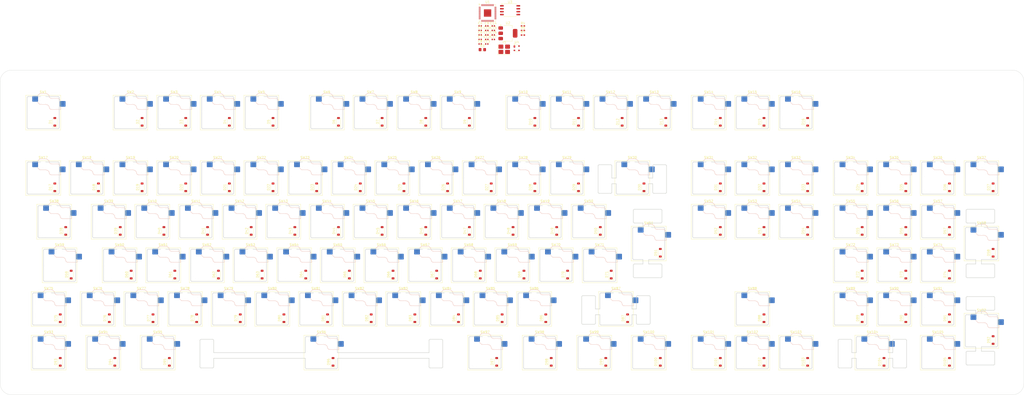
<source format=kicad_pcb>
(kicad_pcb (version 20241229) (generator "pcbnew") (generator_version "9.0")
  (layers (0 "F.Cu" signal) (2 "B.Cu" signal) (13 "F.Paste" user) (15 "B.Paste" user) (5 "F.SilkS" user "F.Silkscreen") (7 "B.SilkS" user "B.Silkscreen") (1 "F.Mask" user) (3 "B.Mask" user) (25 "Edge.Cuts" user))
  (net 0 "")
  (net 1 "GND")
  (net 2 "+3V3")
  (net 3 "+1V1")
  (net 4 "Net-(U1-XOUT)")
  (net 5 "Net-(U1-XIN)")
  (net 6 "row0")
  (net 7 "Net-(D1-A)")
  (net 8 "Net-(D2-A)")
  (net 9 "row1")
  (net 10 "Net-(D3-A)")
  (net 11 "Net-(D4-A)")
  (net 12 "Net-(D5-A)")
  (net 13 "Net-(D6-A)")
  (net 14 "Net-(D7-A)")
  (net 15 "Net-(D8-A)")
  (net 16 "Net-(D9-A)")
  (net 17 "Net-(D10-A)")
  (net 18 "Net-(D11-A)")
  (net 19 "Net-(D12-A)")
  (net 20 "Net-(D13-A)")
  (net 21 "Net-(D14-A)")
  (net 22 "Net-(D15-A)")
  (net 23 "Net-(D16-A)")
  (net 24 "Net-(D17-A)")
  (net 25 "row2")
  (net 26 "Net-(D18-A)")
  (net 27 "row3")
  (net 28 "Net-(D19-A)")
  (net 29 "Net-(D20-A)")
  (net 30 "Net-(D21-A)")
  (net 31 "Net-(D22-A)")
  (net 32 "Net-(D23-A)")
  (net 33 "Net-(D24-A)")
  (net 34 "Net-(D25-A)")
  (net 35 "Net-(D26-A)")
  (net 36 "Net-(D27-A)")
  (net 37 "Net-(D28-A)")
  (net 38 "Net-(D29-A)")
  (net 39 "Net-(D30-A)")
  (net 40 "Net-(D31-A)")
  (net 41 "Net-(D32-A)")
  (net 42 "Net-(D33-A)")
  (net 43 "Net-(D34-A)")
  (net 44 "Net-(D35-A)")
  (net 45 "Net-(D36-A)")
  (net 46 "Net-(D37-A)")
  (net 47 "row4")
  (net 48 "Net-(D38-A)")
  (net 49 "Net-(D39-A)")
  (net 50 "row5")
  (net 51 "Net-(D40-A)")
  (net 52 "Net-(D41-A)")
  (net 53 "Net-(D42-A)")
  (net 54 "Net-(D43-A)")
  (net 55 "Net-(D44-A)")
  (net 56 "Net-(D45-A)")
  (net 57 "Net-(D46-A)")
  (net 58 "Net-(D47-A)")
  (net 59 "Net-(D48-A)")
  (net 60 "Net-(D49-A)")
  (net 61 "Net-(D50-A)")
  (net 62 "Net-(D51-A)")
  (net 63 "Net-(D52-A)")
  (net 64 "Net-(D53-A)")
  (net 65 "Net-(D54-A)")
  (net 66 "Net-(D55-A)")
  (net 67 "Net-(D56-A)")
  (net 68 "Net-(D57-A)")
  (net 69 "Net-(D58-A)")
  (net 70 "Net-(D59-A)")
  (net 71 "row6")
  (net 72 "row7")
  (net 73 "Net-(D60-A)")
  (net 74 "Net-(D61-A)")
  (net 75 "Net-(D62-A)")
  (net 76 "Net-(D63-A)")
  (net 77 "Net-(D64-A)")
  (net 78 "Net-(D65-A)")
  (net 79 "Net-(D66-A)")
  (net 80 "Net-(D67-A)")
  (net 81 "Net-(D68-A)")
  (net 82 "Net-(D69-A)")
  (net 83 "Net-(D70-A)")
  (net 84 "Net-(D71-A)")
  (net 85 "Net-(D73-A)")
  (net 86 "Net-(D74-A)")
  (net 87 "Net-(D75-A)")
  (net 88 "row8")
  (net 89 "Net-(D76-A)")
  (net 90 "Net-(D77-A)")
  (net 91 "row9")
  (net 92 "Net-(D78-A)")
  (net 93 "Net-(D79-A)")
  (net 94 "Net-(D80-A)")
  (net 95 "Net-(D81-A)")
  (net 96 "Net-(D82-A)")
  (net 97 "Net-(D83-A)")
  (net 98 "Net-(D84-A)")
  (net 99 "Net-(D85-A)")
  (net 100 "Net-(D86-A)")
  (net 101 "Net-(D87-A)")
  (net 102 "Net-(D88-A)")
  (net 103 "Net-(D89-A)")
  (net 104 "Net-(D91-A)")
  (net 105 "Net-(D92-A)")
  (net 106 "Net-(D93-A)")
  (net 107 "Net-(D94-A)")
  (net 108 "Net-(D95-A)")
  (net 109 "row10")
  (net 110 "Net-(D96-A)")
  (net 111 "row11")
  (net 112 "Net-(D97-A)")
  (net 113 "Net-(D98-A)")
  (net 114 "Net-(D99-A)")
  (net 115 "Net-(D100-A)")
  (net 116 "Net-(D101-A)")
  (net 117 "Net-(D102-A)")
  (net 118 "Net-(D104-A)")
  (net 119 "Net-(D105-A)")
  (net 120 "/cs")
  (net 121 "/d+")
  (net 122 "Net-(U1-USB_DP)")
  (net 123 "/d-")
  (net 124 "Net-(U1-USB_DM)")
  (net 125 "Net-(U1-RUN)")
  (net 127 "/sd3")
  (net 131 "/sd1")
  (net 135 "/sd2")
  (net 137 "/sd0")
  (net 140 "/spi_clk")
  (net 163 "+5V")
  (net 164 "col0")
  (net 165 "col1")
  (net 166 "col2")
  (net 167 "col3")
  (net 168 "col4")
  (net 169 "col5")
  (net 170 "col6")
  (net 171 "col7")
  (net 172 "col8")
  (net 173 "col9")
  (net 178 "Net-(D72-A)")
  (net 179 "Net-(D90-A)")
  (net 180 "Net-(D103-A)")
  (net 181 "Net-(SW105-Pad1)")
  (footprint "Diode_SMD:D_SOD-123" (layer "F.Cu") (at 297.942 114.774 90)
    (property "Reference" "D50")
    (property "Value" "1N4148W")
  )
  (footprint "PCM_Switch_Keyboard_Hotswap_Kailh:SW_Hotswap_Kailh_Choc_V1V2_1.75u" (layer "F.Cu") (at 61.88075 129.794)
    (property "Reference" "SW59")
    (property "Value" "capslock")
  )
  (footprint "PCM_Switch_Keyboard_Hotswap_Kailh:SW_Hotswap_Kailh_Choc_V1V2_2.00u_90deg" (layer "F.Cu") (at 464.312 120.269)
    (property "Reference" "SW58")
    (property "Value" "num add")
  )
  (footprint "Diode_SMD:D_SOD-123" (layer "F.Cu") (at 212.217 95.724 90)
    (property "Reference" "D25")
    (property "Value" "1N4148W")
  )
  (footprint "PCM_Switch_Keyboard_Hotswap_Kailh:SW_Hotswap_Kailh_Choc_V1V2_1.00u" (layer "F.Cu") (at 264.287 63.119)
    (property "Reference" "SW10")
    (property "Value" "f9")
  )
  (footprint "PCM_Switch_Keyboard_Hotswap_Kailh:SW_Hotswap_Kailh_Choc_V1V2_1.00u" (layer "F.Cu") (at 92.837 63.119)
    (property "Reference" "SW2")
    (property "Value" "f1")
  )
  (footprint "PCM_Switch_Keyboard_Hotswap_Kailh:SW_Hotswap_Kailh_Choc_V1V2_1.00u" (layer "F.Cu") (at 269.0495 148.844)
    (property "Reference" "SW86")
    (property "Value" "forward slash")
  )
  (footprint "Capacitor_SMD:C_0402_1005Metric" (layer "F.Cu") (at 251.242 25.294)
    (property "Reference" "C14")
    (property "Value" "100n")
  )
  (footprint "Diode_SMD:D_SOD-123" (layer "F.Cu") (at 193.167 95.724 90)
    (property "Reference" "D24")
    (property "Value" "1N4148W")
  )
  (footprint "Capacitor_SMD:C_0402_1005Metric" (layer "F.Cu") (at 245.502 25.294)
    (property "Reference" "C4")
    (property "Value" "1u")
  )
  (footprint "PCM_Switch_Keyboard_Hotswap_Kailh:SW_Hotswap_Kailh_Choc_V1V2_1.00u" (layer "F.Cu") (at 57.11825 167.894)
    (property "Reference" "SW93")
    (property "Value" "L ctrl")
  )
  (footprint "Diode_SMD:D_SOD-123" (layer "F.Cu") (at 324.13575 171.924 90)
    (property "Reference" "D100")
    (property "Value" "1N4148W")
  )
  (footprint "Package_DFN_QFN:QFN-56-1EP_7x7mm_P0.4mm_EP3.2x3.2mm" (layer "F.Cu") (at 248.722 19.654)
    (property "Reference" "U1")
    (property "Value" "RP2040")
  )
  (footprint "PCM_Switch_Keyboard_Hotswap_Kailh:SW_Hotswap_Kailh_Choc_V1V2_1.00u" (layer "F.Cu") (at 426.212 148.844)
    (property "Reference" "SW90")
    (property "Value" "num 2")
  )
  (footprint "PCM_Switch_Keyboard_Hotswap_Kailh:SW_Hotswap_Kailh_Choc_V1V2_1.00u" (layer "F.Cu") (at 149.987 91.694)
    (property "Reference" "SW22")
    (property "Value" "5")
  )
  (footprint "PCM_Switch_Keyboard_Hotswap_Kailh:SW_Hotswap_Kailh_Choc_V1V2_1.00u" (layer "F.Cu") (at 297.6245 129.794)
    (property "Reference" "SW71")
    (property "Value" "tilde")
  )
  (footprint "Diode_SMD:D_SOD-123" (layer "F.Cu") (at 369.3795 171.924 90)
    (property "Reference" "D102")
    (property "Value" "1N4148W")
  )
  (footprint "Diode_SMD:D_SOD-123" (layer "F.Cu") (at 197.9295 152.874 90)
    (property "Reference" "D82")
    (property "Value" "1N4148W")
  )
  (footprint "PCM_Switch_Keyboard_Hotswap_Kailh:SW_Hotswap_Kailh_Choc_V1V2_1.00u" (layer "F.Cu") (at 445.262 129.794)
    (property "Reference" "SW74")
    (property "Value" "num 6")
  )
  (footprint "Diode_SMD:D_SOD-123" (layer "F.Cu") (at 450.342 95.724 90)
    (property "Reference" "D36")
    (property "Value" "1N4148W")
  )
  (footprint "PCM_Switch_Keyboard_Hotswap_Kailh:SW_Hotswap_Kailh_Choc_V1V2_1.00u" (layer "F.Cu") (at 54.737 91.694)
    (property "Reference" "SW17")
    (property "Value" "tilde")
  )
  (footprint "Diode_SMD:D_SOD-123" (layer "F.Cu") (at 421.767 171.924 90)
    (property "Reference" "D104")
    (property "Value" "1N4148W")
  )
  (footprint "Capacitor_SMD:C_0402_1005Metric" (layer "F.Cu") (at 251.242 29.234)
    (property "Reference" "C16")
    (property "Value" "15p")
  )
  (footprint "Diode_SMD:D_SOD-123" (layer "F.Cu") (at 269.367 95.724 90)
    (property "Reference" "D28")
    (property "Value" "1N4148W")
  )
  (footprint "Diode_SMD:D_SOD-123" (layer "F.Cu") (at 309.84825 152.874 90)
    (property "Reference" "D87")
    (property "Value" "1N4148W")
  )
  (footprint "PCM_Switch_Keyboard_Hotswap_Kailh:SW_Hotswap_Kailh_Choc_V1V2_1.00u" (layer "F.Cu") (at 216.662 63.119)
    (property "Reference" "SW8")
    (property "Value" "f7")
  )
  (footprint "Diode_SMD:D_SOD-123" (layer "F.Cu") (at 278.892 114.774 90)
    (property "Reference" "D49")
    (property "Value" "1N4148W")
  )
  (footprint "PCM_Switch_Keyboard_Hotswap_Kailh:SW_Hotswap_Kailh_Choc_V1V2_1.00u" (layer "F.Cu") (at 130.937 63.119)
    (property "Reference" "SW4")
    (property "Value" "f3")
  )
  (footprint "Diode_SMD:D_SOD-123" (layer "F.Cu") (at 326.517 67.149 90)
    (property "Reference" "D13")
    (property "Value" "1N4148W")
  )
  (footprint "Package_SO:SOIC-8_5.3x5.3mm_P1.27mm" (layer "F.Cu") (at 258.552 18.424)
    (property "Reference" "U3")
    (property "Value" "W25Q128JVS")
  )
  (footprint "Diode_SMD:D_SOD-123" (layer "F.Cu") (at 388.4295 95.724 90)
    (property "Reference" "D33")
    (property "Value" "1N4148W")
  )
  (footprint "Diode_SMD:D_SOD-123" (layer "F.Cu") (at 350.3295 95.724 90)
    (property "Reference" "D31")
    (property "Value" "1N4148W")
  )
  (footprint "PCM_Switch_Keyboard_Hotswap_Kailh:SW_Hotswap_Kailh_Choc_V1V2_1.00u" (layer "F.Cu") (at 140.462 110.744)
    (property "Reference" "SW42")
    (property "Value" "r")
  )
  (footprint "Diode_SMD:D_SOD-123" (layer "F.Cu") (at 431.292 114.774 90)
    (property "Reference" "D56")
    (property "Value" "1N4148W")
  )
  (footprint "PCM_Switch_Keyboard_Hotswap_Kailh:SW_Hotswap_Kailh_Choc_V1V2_1.00u" (layer "F.Cu") (at 249.9995 148.844)
    (property "Reference" "SW85")
    (property "Value" "full stop")
  )
  (footprint "PCM_Switch_Keyboard_Hotswap_Kailh:SW_Hotswap_Kailh_Choc_V1V2_1.00u" (layer "F.Cu") (at 407.162 110.744)
    (property "Reference" "SW55")
    (property "Value" "num 7")
  )
  (footprint "Diode_SMD:D_SOD-123" (layer "F.Cu") (at 300.32325 171.924 90)
    (property "Reference" "D99")
    (property "Value" "1N4148W")
  )
  (footprint "PCM_Switch_Keyboard_Hotswap_Kailh:SW_Hotswap_Kailh_Choc_V1V2_1.00u" (layer "F.Cu") (at 97.5995 148.844)
    (property "Reference" "SW77")
    (property "Value" "z")
  )
  (footprint "PCM_Switch_Keyboard_Hotswap_Kailh:SW_Hotswap_Kailh_Choc_V1V2_1.00u" (layer "F.Cu") (at 188.087 91.694)
    (property "Reference" "SW24")
    (property "Value" "7")
  )
  (footprint "Diode_SMD:D_SOD-123" (layer "F.Cu") (at 288.417 95.724 90)
    (property "Reference" "D29")
    (property "Value" "1N4148W")
  )
  (footprint "Diode_SMD:D_SOD-123" (layer "F.Cu") (at 78.867 95.724 90)
    (property "Reference" "D18")
    (property "Value" "1N4148W")
  )
  (footprint "PCM_Switch_Keyboard_Hotswap_Kailh:SW_Hotswap_Kailh_Choc_V1V2_2.00u_90deg" (layer "F.Cu") (at 319.05575 120.269)
    (property "Reference" "SW51")
    (property "Value" "enter")
  )
  (footprint "PCM_Switch_Keyboard_Hotswap_Kailh:SW_Hotswap_Kailh_Choc_V1V2_1.00u" (layer "F.Cu") (at 383.3495 63.119)
    (property "Reference" "SW16")
    (property "Value" "pause")
  )
  (footprint "PCM_Switch_Keyboard_Hotswap_Kailh:SW_Hotswap_Kailh_Choc_V1V2_1.00u" (layer "F.Cu") (at 116.6495 148.844)
    (property "Reference" "SW78")
    (property "Value" "x")
  )
  (footprint "PCM_Switch_Keyboard_Hotswap_Kailh:SW_Hotswap_Kailh_Choc_V1V2_1.00u" (layer "F.Cu") (at 302.387 63.119)
    (property "Reference" "SW12")
    (property "Value" "f11")
  )
  (footprint "Capacitor_SMD:C_0402_1005Metric" (layer "F.Cu") (at 251.242 27.264)
    (property "Reference" "C15")
    (property "Value" "15p")
  )
  (footprint "Package_TO_SOT_SMD:SOT-223-3_TabPin2" (layer "F.Cu") (at 257.602 28.509)
    (property "Reference" "U2")
    (property "Value" "AMS1117-3.3")
  )
  (footprint "Diode_SMD:D_SOD-123" (layer "F.Cu") (at 178.8795 152.874 90)
    (property "Reference" "D81")
    (property "Value" "1N4148W")
  )
  (footprint "PCM_Switch_Keyboard_Hotswap_Kailh:SW_Hotswap_Kailh_Choc_V1V2_1.00u" (layer "F.Cu") (at 319.05575 167.894)
    (property "Reference" "SW100")
    (property "Value" "R ctrl")
  )
  (footprint "PCM_Switch_Keyboard_Hotswap_Kailh:SW_Hotswap_Kailh_Choc_V1V2_1.00u" (layer "F.Cu") (at 104.74325 167.894)
    (property "Reference" "SW95")
    (property "Value" "alt")
  )
  (footprint "Diode_SMD:D_SOD-123" (layer "F.Cu") (at 388.4295 67.149 90)
    (property "Reference" "D16")
    (property "Value" "1N4148W")
  )
  (footprint "PCM_Switch_Keyboard_Hotswap_Kailh:SW_Hotswap_Kailh_Choc_V1V2_1.00u" (layer "F.Cu") (at 264.287 91.694)
    (property "Reference" "SW28")
    (property "Value" "minus")
  )
  (footprint "PCM_Switch_Keyboard_Hotswap_Kailh:SW_Hotswap_Kailh_Choc_V1V2_1.00u" (layer "F.Cu") (at 321.437 63.119)
    (property "Reference" "SW13")
    (property "Value" "f12")
  )
  (footprint "Diode_SMD:D_SOD-123" (layer "F.Cu") (at 155.067 95.724 90)
    (property "Reference" "D22")
    (property "Value" "1N4148W")
  )
  (footprint "PCM_Switch_Keyboard_Hotswap_Kailh:SW_Hotswap_Kailh_Choc_V1V2_1.00u" (layer "F.Cu") (at 445.262 110.744)
    (property "Reference" "SW57")
    (property "Value" "num 9")
  )
  (footprint "PCM_Switch_Keyboard_Hotswap_Kailh:SW_Hotswap_Kailh_Choc_V1V2_1.00u" (layer "F.Cu") (at 416.687 167.894)
    (property "Reference" "SW104")
    (property "Value" "num zero")
  )
  (footprint "Diode_SMD:D_SOD-123" (layer "F.Cu") (at 350.3295 171.924 90)
    (property "Reference" "D101")
    (property "Value" "1N4148W")
  )
  (footprint "PCM_Switch_Keyboard_Hotswap_Kailh:SW_Hotswap_Kailh_Choc_V1V2_1.00u" (layer "F.Cu") (at 226.187 91.694)
    (property "Reference" "SW26")
    (property "Value" "9")
  )
  (footprint "Diode_SMD:D_SOD-123" (layer "F.Cu") (at 188.4045 133.824 90)
    (property "Reference" "D65")
    (property "Value" "1N4148W")
  )
  (footprint "Diode_SMD:D_SOD-123" (layer "F.Cu") (at 174.117 95.724 90)
    (property "Reference" "D23")
    (property "Value" "1N4148W")
  )
  (footprint "PCM_Switch_Keyboard_Hotswap_Kailh:SW_Hotswap_Kailh_Choc_V1V2_1.00u" (layer "F.Cu") (at 407.162 129.794)
    (property "Reference" "SW72")
    (property "Value" "num 4")
  )
  (footprint "PCM_Switch_Keyboard_Hotswap_Kailh:SW_Hotswap_Kailh_Choc_V1V2_1.00u" (layer "F.Cu") (at 383.3495 110.744)
    (property "Reference" "SW54")
    (property "Value" "pgdn")
  )
  (footprint "Capacitor_SMD:C_0402_1005Metric" (layer "F.Cu") (at 251.242 31.204)
    (property "Reference" "C17")
    (property "Value" "100n")
  )
  (footprint "Diode_SMD:D_SOD-123" (layer "F.Cu") (at 369.3795 114.774 90)
    (property "Reference" "D53")
    (property "Value" "1N4148W")
  )
  (footprint "PCM_Switch_Keyboard_Hotswap_Kailh:SW_Hotswap_Kailh_Choc_V1V2_1.00u" (layer "F.Cu") (at 173.7995 148.844)
    (property "Reference" "SW81")
    (property "Value" "b")
  )
  (footprint "PCM_Switch_Keyboard_Hotswap_Kailh:SW_Hotswap_Kailh_Choc_V1V2_1.00u" (layer "F.Cu") (at 247.61825 167.894)
    (property "Reference" "SW97")
    (property "Value" "Alt Gr")
  )
  (footprint "Diode_SMD:D_SOD-123" (layer "F.Cu") (at 245.5545 133.824 90)
    (property "Reference" "D68")
    (property "Value" "1N4148W")
  )
  (footprint "Diode_SMD:D_SOD-123" (layer "F.Cu") (at 316.992 95.724 90)
    (property "Reference" "D30")
    (property "Value" "1N4148W")
  )
  (footprint "Diode_SMD:D_SOD-123" (layer "F.Cu") (at 145.542 114.774 90)
    (property "Reference" "D42")
    (property "Value" "1N4148W")
  )
  (footprint "PCM_Switch_Keyboard_Hotswap_Kailh:SW_Hotswap_Kailh_Choc_V1V2_1.00u" (layer "F.Cu") (at 221.4245 129.794)
    (property "Reference" "SW67")
    (property "Value" "k")
  )
  (footprint "PCM_Switch_Keyboard_Hotswap_Kailh:SW_Hotswap_Kailh_Choc_V1V2_1.00u" (layer "F.Cu") (at 135.6995 148.844)
    (property "Reference" "SW79")
    (property "Value" "c")
  )
  (footprint "Diode_SMD:D_SOD-123" (layer "F.Cu") (at 102.6795 152.874 90)
    (property "Reference" "D77")
    (property "Value" "1N4148W")
  )
  (footprint "Diode_SMD:D_SOD-123" (layer "F.Cu") (at 66.96075 133.824 90)
    (property "Reference" "D59")
    (property "Value" "1N4148W")
  )
  (footprint "PCM_Switch_Keyboard_Hotswap_Kailh:SW_Hotswap_Kailh_Choc_V1V2_1.00u" (layer "F.Cu") (at 92.837 91.694)
    (property "Reference" "SW19")
    (property "Value" "2")
  )
  (footprint "Diode_SMD:D_SOD-123" (layer "F.Cu") (at 62.19825 152.874 90)
    (property "Reference" "D75")
    (property "Value" "1N4148W")
  )
  (footprint "PCM_Switch_Keyboard_Hotswap_Kailh:SW_Hotswap_Kailh_Choc_V1V2_1.00u" (layer "F.Cu") (at 102.362 110.744)
    (property "Reference" "SW40")
    (property "Value" "w")
  )
  (footprint "PCM_Switch_Keyboard_Hotswap_Kailh:SW_Hotswap_Kailh_Choc_V1V2_1.00u" (layer "F.Cu") (at 273.812 110.744)
    (property "Reference" "SW49")
    (property "Value" "L brac")
  )
  (footprint "Diode_SMD:D_SOD-123" (layer "F.Cu") (at 231.267 95.724 90)
    (property "Reference" "D26")
    (property "Value" "1N4148W")
  )
  (footprint "Diode_SMD:D_SOD-123" (layer "F.Cu") (at 324.13575 124.299 90)
    (property "Reference" "D51")
    (property "Value" "1N4148W")
  )
  (footprint "Diode_SMD:D_SOD-123" (layer "F.Cu") (at 107.442 114.774 90)
    (property "Reference" "D40")
    (property "Value" "1N4148W")
  )
  (footprint "PCM_Switch_Keyboard_Hotswap_Kailh:SW_Hotswap_Kailh_Choc_V1V2_1.00u" (layer "F.Cu") (at 183.3245 129.794)
    (property "Reference" "SW65")
    (property "Value" "h")
  )
  (footprint "Diode_SMD:D_SOD-123" (layer "F.Cu") (at 369.3795 152.874 90)
    (property "Reference" "D88")
    (property "Value" "1N4148W")
  )
  (footprint "Diode_SMD:D_SOD-123" (layer "F.Cu") (at 207.4545 133.824 90)
    (property "Reference" "D66")
    (property "Value" "1N4148W")
  )
  (footprint "Diode_SMD:D_SOD-123" (layer "F.Cu") (at 412.242 95.724 90)
    (property "Reference" "D34")
    (property "Value" "1N4148W")
  )
  (footprint "Resistor_SMD:R_0402_1005Metric_Pad0.72x0.64mm_HandSolder" (layer "F.Cu") (at 264.162 29.284)
    (property "Reference" "R7")
    (property "Value" "1k")
  )
  (footprint "Diode_SMD:D_SOD-123" (layer "F.Cu") (at 269.367 67.149 90)
    (property "Reference" "D10")
    (property "Value" "1N4148W")
  )
  (footprint "Diode_SMD:D_SOD-123" (layer "F.Cu") (at 59.817 95.724 90)
    (property "Reference" "D17")
    (property "Value" "1N4148W")
  )
  (footprint "PCM_Switch_Keyboard_Hotswap_Kailh:SW_Hotswap_Kailh_Choc_V1V2_1.00u" (layer "F.Cu") (at 364.2995 167.894)
    (property "Reference" "SW102")
    (property "Value" "down")
  )
  (footprint "Diode_SMD:D_SOD-123" (layer "F.Cu") (at 307.467 67.149 90)
    (property "Reference" "D12")
    (property "Value" "1N4148W")
  )
  (footprint "PCM_Switch_Keyboard_Hotswap_Kailh:SW_Hotswap_Kailh_Choc_V1V2_1.00u" (layer "F.Cu") (at 145.2245 129.794)
    (property "Reference" "SW63")
    (property "Value" "f")
  )
  (footprint "Diode_SMD:D_SOD-123" (layer "F.Cu") (at 64.5795 114.774 90)
    (property "Reference" "D38")
    (property "Value" "1N4148W")
  )
  (footprint "Diode_SMD:D_SOD-123" (layer "F.Cu") (at 259.842 114.774 90)
    (property "Reference" "D48")
    (property "Value" "1N4148W")
  )
  (footprint "Diode_SMD:D_SOD-123" (layer "F.Cu") (at 169.3545 133.824 90)
    (property "Reference" "D64")
    (property "Value" "1N4148W")
  )
  (footprint "Capacitor_SMD:C_0402_1005Metric" (layer "F.Cu") (at 245.502 29.234)
    (property "Reference" "C6")
    (property "Value" "100n")
  )
  (footprint "Diode_SMD:D_SOD-123" (layer "F.Cu") (at 274.1295 152.874 90)
    (property "Reference" "D86")
    (property "Value" "1N4148W")
  )
  (footprint "Diode_SMD:D_SOD-123" (layer "F.Cu") (at 150.3045 133.824 90)
    (property "Reference" "D63")
    (property "Value" "1N4148W")
  )
  (footprint "PCM_Switch_Keyboard_Hotswap_Kailh:SW_Hotswap_Kailh_Choc_V1V2_1.00u" (layer "F.Cu") (at 154.7495 148.844)
    (property "Reference" "SW80")
    (property "Value" "v")
  )
  (footprint "Diode_SMD:D_SOD-123" (layer "F.Cu") (at 240.792 67.149 90)
    (property "Reference" "D9")
    (property "Value" "1N4148W")
  )
  (footprint "PCM_Switch_Keyboard_Hotswap_Kailh:SW_Hotswap_Kailh_Choc_V1V2_1.00u" (layer "F.Cu") (at 197.612 110.744)
    (property "Reference" "SW45")
    (property "Value" "u")
  )
  (footprint "PCM_Switch_Keyboard_Hotswap_Kailh:SW_Hotswap_Kailh_Choc_V1V2_6.25u" (layer "F.Cu") (at 176.18075 167.894)
    (property "Reference" "SW96")
    (property "Value" "space")
  )
  (footprint "Diode_SMD:D_SOD-123" (layer "F.Cu") (at 140.7795 152.874 90)
    (property "Reference" "D79")
    (property "Value" "1N4148W")
  )
  (footprint "PCM_Switch_Keyboard_Hotswap_Kailh:SW_Hotswap_Kailh_Choc_V1V2_1.00u" (layer "F.Cu") (at 445.262 148.844)
    (property "Reference" "SW91")
    (property "Value" "num 3")
  )
  (footprint "PCM_Switch_Keyboard_Hotswap_Kailh:SW_Hotswap_Kailh_Choc_V1V2_1.00u" (layer "F.Cu") (at 245.237 91.694)
    (property "Reference" "SW27")
    (property "Value" "0")
  )
  (footprint "PCM_Switch_Keyboard_Hotswap_Kailh:SW_Hotswap_Kailh_Choc_V1V2_1.00u" (layer "F.Cu") (at 149.987 63.119)
    (property "Reference" "SW5")
    (property "Value" "f4")
  )
  (footprint "Diode_SMD:D_SOD-123" (layer "F.Cu") (at 126.492 114.774 90)
    (property "Reference" "D41")
    (property "Value" "1N4148W")
  )
  (footprint "Diode_SMD:D_SOD-123" (layer "F.Cu") (at 412.242 152.874 90)
    (property "Reference" "D89")
    (property "Value" "1N4148W")
  )
  (footprint "Diode_SMD:D_SOD-123" (layer "F.Cu") (at 62.19825 171.924 90)
    (property "Reference" "D93")
    (property "Value" "1N4148W")
  )
  (footprint "PCM_Switch_Keyboard_Hotswap_Kailh:SW_Hotswap_Kailh_Choc_V1V2_1.00u" (layer "F.Cu") (at 159.512 110.744)
    (property "Reference" "SW43")
    (property "Value" "t")
  )
  (footprint "PCM_Switch_Keyboard_Hotswap_Kailh:SW_Hotswap_Kailh_Choc_V1V2_1.00u" (layer "F.Cu") (at 407.162 91.694)
    (property "Reference" "SW34")
    (property "Value" "num lock")
  )
  (footprint "Diode_SMD:D_SOD-123" (layer "F.Cu") (at 183.642 114.774 90)
    (property "Reference" "D44")
    (property "Value" "1N4148W")
  )
  (footprint "Diode_SMD:D_SOD-123" (layer "F.Cu") (at 155.067 67.149 90)
    (property "Reference" "D5")
    (property "Value" "1N4148W")
  )
  (footprint "PCM_Switch_Keyboard_Hotswap_Kailh:SW_Hotswap_Kailh_Choc_V1V2_1.00u" (layer "F.Cu") (at 211.8995 148.844)
    (property "Reference" "SW83")
    (property "Value" "m")
  )
  (footprint "PCM_Switch_Keyboard_Hotswap_Kailh:SW_Hotswap_Kailh_Choc_V1V2_1.00u" (layer "F.Cu") (at 111.887 91.694)
    (property "Reference" "SW20")
    (property "Value" "3")
  )
  (footprint "Diode_SMD:D_SOD-123" (layer "F.Cu") (at 252.69825 171.924 90)
    (property "Reference" "D97")
    (property "Value" "1N4148W")
  )
  (footprint "Diode_SMD:D_SOD-123" (layer "F.Cu") (at 431.292 95.724 90)
    (property "Reference" "D35")
    (property "Value" "1N4148W")
  )
  (footprint "Diode_SMD:D_SOD-123" (layer "F.Cu") (at 109.82325 171.924 90)
    (property "Reference" "D95")
    (property "Value" "1N4148W")
  )
  (footprint "PCM_Switch_Keyboard_Hotswap_Kailh:SW_Hotswap_Kailh_Choc_V1V2_1.00u" (layer "F.Cu") (at 292.862 110.744)
    (property "Reference" "SW50")
    (property "Value" "R brac")
  )
  (footprint "PCM_Switch_Keyboard_Hotswap_Kailh:SW_Hotswap_Kailh_Choc_V1V2_1.00u" (layer "F.Cu") (at 259.5245 129.794)
    (property "Reference" "SW69")
    (property "Value" "sem colon")
  )
  (footprint "PCM_Switch_Keyboard_Hotswap_Kailh:SW_Hotswap_Kailh_Choc_V1V2_2.75u" (layer "F.Cu") (at 304.76825 148.844)
    (property "Reference" "SW87")
    (property "Value" "R Shift")
  )
  (footprint "Diode_SMD:D_SOD-123" (layer "F.Cu") (at 388.4295 114.774 90)
    (property "Reference" "D54")
    (property "Value" "1N4148W")
  )
  (footprint "Capacitor_SMD:C_0402_1005Metric" (layer "F.Cu") (at 248.372 25.294)
    (property "Reference" "C9")
    (property "Value" "100n")
  )
  (footprint "PCM_Switch_Keyboard_Hotswap_Kailh:SW_Hotswap_Kailh_Choc_V1V2_1.00u" (layer "F.Cu") (at 426.212 91.694)
    (property "Reference" "SW35")
    (property "Value" "num slash")
  )
  (footprint "PCM_Switch_Keyboard_Hotswap_Kailh:SW_Hotswap_Kailh_Choc_V1V2_1.00u" (layer "F.Cu") (at 235.712 110.744)
    (property "Reference" "SW47")
    (property "Value" "o")
  )
  (footprint "Diode_SMD:D_SOD-123" (layer "F.Cu") (at 283.6545 133.824 90)
    (property "Reference" "D70")
    (property "Value" "1N4148W")
  )
  (footprint "Diode_SMD:D_SOD-123" (layer "F.Cu") (at 164.592 114.774 90)
    (property "Reference" "D43")
    (property "Value" "1N4148W")
  )
  (footprint "Diode_SMD:D_SOD-123" (layer "F.Cu") (at 264.6045 133.824 90)
    (property "Reference" "D69")
    (property "Value" "1N4148W")
  )
  (footprint "Diode_SMD:D_SOD-123" (layer "F.Cu") (at 431.292 152.874 90)
    (property "Reference" "D90")
    (property "Value" "1N4148W")
  )
  (footprint "Diode_SMD:D_SOD-123" (layer "F.Cu") (at 276.51075 171.924 90)
    (property "Reference" "D98")
    (property "Value" "1N4148W")
  )
  (footprint "PCM_Switch_Keyboard_Hotswap_Kailh:SW_Hotswap_Kailh_Choc_V1V2_1.00u" (layer "F.Cu") (at 271.43075 167.894)
    (property "Reference" "SW98")
    (property "Value" "fn")
  )
  (footprint "PCM_Switch_Keyboard_Hotswap_Kailh:SW_Hotswap_Kailh_Choc_V1V2_1.00u" (layer "F.Cu") (at 426.212 110.744)
    (property "Reference" "SW56")
    (property "Value" "num 8")
  )
  (footprint "Capacitor_SMD:C_0402_1005Metric" (layer "F.Cu") (at 248.372 31.204)
    (property "Reference" "C12")
    (property "Value" "100n")
  )
  (footprint "Diode_SMD:D_SOD-123" (layer "F.Cu") (at 183.642 67.149 90)
    (property "Reference" "D6")
    (property "Value" "1N4148W")
  )
  (footprint "PCM_Switch_Keyboard_Hotswap_Kailh:SW_Hotswap_Kailh_Choc_V1V2_1.00u" (layer "F.Cu") (at 464.312 91.694)
    (property "Reference" "SW37")
    (property "Value" "num minus")
  )
  (footprint "PCM_Switch_Keyboard_Hotswap_Kailh:SW_Hotswap_Kailh_Choc_V1V2_1.00u" (layer "F.Cu") (at 88.0745 129.794)
    (property "Reference" "SW60")
    (property "Value" "a")
  )
  (footprint "PCM_Switch_Keyboard_Hotswap_Kailh:SW_Hotswap_Kailh_Choc_V1V2_1.00u" (layer "F.Cu") (at 364.2995 148.844)
    (property "Reference" "SW88")
    (property "Value" "up")
  )
  (footprint "PCM_Switch_Keyboard_Hotswap_Kailh:SW_Hotswap_Kailh_Choc_V1V2_1.00u" (layer "F.Cu") (at 283.337 63.119)
    (property "Reference" "SW11")
    (property "Value" "f10")
  )
  (footprint "Resistor_SMD:R_0402_1005Metric_Pad0.72x0.64mm_HandSolder" (layer "F.Cu") (at 264.162 25.304)
    (property "Reference" "R4")
    (property "Value" "27.4")
  )
  (footprint "PCM_Switch_Keyboard_Hotswap_Kailh:SW_Hotswap_Kailh_Choc_V1V2_1.00u" (layer "F.Cu") (at 78.5495 148.844)
    (property "Reference" "SW76")
    (property "Value" "backslash")
  )
  (footprint "PCM_Switch_Keyboard_Hotswap_Kailh:SW_Hotswap_Kailh_Choc_V1V2_1.00u" (layer "F.Cu") (at 202.3745 129.794)
    (property "Reference" "SW66")
    (property "Value" "j")
  )
  (footprint "Diode_SMD:D_SOD-123" (layer "F.Cu") (at 86.01075 171.924 90)
    (property "Reference" "D94")
    (property "Value" "1N4148W")
  )
  (footprint "Diode_SMD:D_SOD-123" (layer "F.Cu") (at 136.017 95.724 90)
    (property "Reference" "D21")
    (property "Value" "1N4148W")
  )
  (footprint "Diode_SMD:D_SOD-123" (layer "F.Cu") (at 350.3295 114.774 90)
    (property "Reference" "D52")
    (property "Value" "1N4148W")
  )
  (footprint "PCM_Switch_Keyboard_Hotswap_Kailh:SW_Hotswap_Kailh_Choc_V1V2_1.00u" (layer "F.Cu") (at 111.887 63.119)
    (property "Reference" "SW3")
    (property "Value" "f2")
  )
  (footprint "PCM_Switch_Keyboard_Hotswap_Kailh:SW_Hotswap_Kailh_Choc_V1V2_1.00u" (layer "F.Cu") (at 240.4745 129.794)
    (property "Reference" "SW68")
    (property "Value" "l")
  )
  (footprint "Diode_SMD:D_SOD-123" (layer "F.Cu") (at 255.0795 152.874 90)
    (property "Reference" "D85")
    (property "Value" "1N4148W")
  )
  (footprint "Diode_SMD:D_SOD-123" (layer "F.Cu") (at 250.317 95.724 90)
    (property "Reference" "D27")
    (property "Value" "1N4148W")
  )
  (footprint "PCM_Switch_Keyboard_Hotswap_Kailh:SW_Hotswap_Kailh_Choc_V1V2_1.00u" (layer "F.Cu") (at 197.612 63.119)
    (property "Reference" "SW7")
    (property "Value" "f6")
  )
  (footprint "PCM_Switch_Keyboard_Hotswap_Kailh:SW_Hotswap_Kailh_Choc_V1V2_1.00u" (layer "F.Cu") (at 426.212 129.794)
    (property "Reference" "SW73")
    (property "Value" "num 5")
  )
  (footprint "Diode_SMD:D_SOD-123" (layer "F.Cu") (at 350.3295 67.149 90)
    (property "Reference" "D14")
    (property "Value" "1N4148W")
  )
  (footprint "Diode_SMD:D_SOD-123" (layer "F.Cu") (at 450.342 114.774 90)
    (property "Reference" "D57")
    (property "Value" "1N4148W")
  )
  (footprint "Capacitor_SMD:C_0402_1005Metric" (layer "F.Cu") (at 248.372 29.234)
    (property "Reference" "C11")
    (property "Value" "100n")
  )
  (footprint "PCM_Switch_Keyboard_Hotswap_Kailh:SW_Hotswap_Kailh_Choc_V1V2_1.00u" (layer "F.Cu") (at 364.2995 63.119)
    (property "Reference" "SW15")
    (property "Value" "scrlck")
  )
  (footprint "Diode_SMD:D_SOD-123" (layer "F.Cu") (at 97.917 67.149 90)
    (property "Reference" "D2")
    (property "Value" "1N4148W")
  )
  (footprint "PCM_Switch_Keyboard_Hotswap_Kailh:SW_Hotswap_Kailh_Choc_V1V2_1.00u" (layer "F.Cu") (at 178.562 63.119)
    (property "Reference" "SW6")
    (property "Value" "f5")
  )
  (footprint "Diode_SMD:D_SOD-123" (layer "F.Cu") (at 450.342 152.874 90)
    (property "Reference" "D91")
    (property "Value" "1N4148W")
  )
  (footprint "PCM_Switch_Keyboard_Hotswap_Kailh:SW_Hotswap_Kailh_Choc_V1V2_1.00u" (layer "F.Cu") (at 407.162 148.844)
    (property "Reference" "SW89")
    (property "Value" "num 1")
  )
  (footprint "Diode_SMD:D_SOD-123" (layer "F.Cu") (at 202.692 114.774 90)
    (property "Reference" "D45")
    (property "Value" "1N4148W")
  )
  (footprint "Diode_SMD:D_SOD-123" (layer "F.Cu") (at 131.2545 133.824 90)
    (property "Reference" "D62")
    (property "Value" "1N4148W")
  )
  (footprint "Diode_SMD:D_SOD-123" (layer "F.Cu") (at 93.1545 133.824 90)
    (property "Reference" "D60")
    (property "Value" "1N4148W")
  )
  (footprint "Diode_SMD:D_SOD-123" (layer "F.Cu") (at 412.242 114.774 90)
    (property "Reference" "D55")
    (property "Value" "1N4148W")
  )
  (footprint "Resistor_SMD:R_0402_1005Metric_Pad0.72x0.64mm_HandSolder" (layer "F.Cu") (at 264.162 27.294)
    (property "Reference" "R5")
    (property "Value" "27.4")
  )
  (footprint "Diode_SMD:D_SOD-123" (layer "F.Cu") (at 226.5045 133.824 90)
    (property "Reference" "D67")
    (property "Value" "1N4148W")
  )
  (footprint "PCM_Switch_Keyboard_Hotswap_Kailh:SW_Hotswap_Kailh_Choc_V1V2_1.50u" (layer "F.Cu") (at 59.4995 110.744)
    (property "Reference" "SW38")
    (property "Value" "tab")
  )
  (footprint "Diode_SMD:D_SOD-123" (layer "F.Cu") (at 288.417 67.149 90)
    (property "Reference" "D11")
    (property "Value" "1N4148W")
  )
  (footprint "PCM_Switch_Keyboard_Hotswap_Kailh:SW_Hotswap_Kailh_Choc_V1V2_1.00u" (layer "F.Cu") (at 178.562 110.744)
    (property "Reference" "SW44")
    (property "Value" "y")
  )
  (footprint "Resistor_SMD:R_0805_2012Metric_Pad1.20x1.40mm_HandSolder" (layer "F.Cu") (at 246.442 35.634)
    (property "Reference" "R3")
    (property "Value" "1k")
  )
  (footprint "PCM_Switch_Keyboard_Hotswap_Kailh:SW_Hotswap_Kailh_Choc_V1V2_1.00u" (layer "F.Cu") (at 83.312 110.744)
    (property "Reference" "SW39")
    (property "Value" "q")
  )
  (footprint "PCM_Switch_Keyboard_Hotswap_Kailh:SW_Hotswap_Kailh_Choc_V1V2_1.00u" (layer "F.Cu") (at 164.2745 129.794)
    (property "Reference" "SW64")
    (property "Value" "g")
  )
  (footprint "Diode_SMD:D_SOD-123" (layer "F.Cu") (at 412.242 133.824 90)
    (property "Reference" "D72")
    (property "Value" "1N4148W")
  )
  (footprint "PCM_Switch_Keyboard_Hotswap_Kailh:SW_Hotswap_Kailh_Choc_V1V2_1.00u" (layer "F.Cu") (at 345.2495 91.694)
    (property "Reference" "SW31")
    (property "Value" "insert")
  )
  (footprint "PCM_Switch_Keyboard_Hotswap_Kailh:SW_Hotswap_Kailh_Choc_V1V2_2.00u" (layer "F.Cu") (at 311.912 91.694)
    (property "Reference" "SW30")
    (property "Value" "backspace")
  )
  (footprint "PCM_Switch_Keyboard_Hotswap_Kailh:SW_Hotswap_Kailh_Choc_V1V2_1.00u" (layer "F.Cu") (at 216.662 110.744)
    (property "Reference" "SW46")
    (property "Value" "i")
  )
  (footprint "Diode_SMD:D_SOD-123" (layer "F.Cu") (at 202.692 67.149 90)
    (property "Reference" "D7")
    (property "Value" "1N4148W")
  )
  (footprint "Diode_SMD:D_SOD-123" (layer "F.Cu") (at 97.917 95.724 90)
    (property "Reference" "D19")
    (property "Value" "1N4148W")
  )
  (footprint "PCM_Switch_Keyboard_Hotswap_Kailh:SW_Hotswap_Kailh_Choc_V1V2_1.00u" (layer "F.Cu") (at 235.712 63.119)
    (property "Reference" "SW9")
    (property "Value" "f8")
  )
  (footprint "PCM_Switch_Keyboard_Hotswap_Kailh:SW_Hotswap_Kailh_Choc_V1V2_1.00u" (layer "F.Cu") (at 254.762 110.744)
    (property "Reference" "SW48")
    (property "Value" "p")
  )
  (footprint "PCM_Switch_Keyboard_Hotswap_Kailh:SW_Hotswap_Kailh_Choc_V1V2_1.00u" (layer "F.Cu") (at 73.787 91.694)
    (property "Reference" "SW18")
    (property "Value" "1")
  )
  (footprint "Diode_SMD:D_SOD-123" (layer "F.Cu") (at 450.342 133.824 90)
    (property "Reference" "D74")
    (property "Value" "1N4148W")
  )
  (footprint "PCM_Switch_Keyboard_Hotswap_Kailh:SW_Hotswap_Kailh_Choc_V1V2_1.00u" (layer "F.Cu") (at 295.24325 167.894)
    (property "Reference" "SW99")
    (property "Value" "Menu")
  )
  (footprint "Diode_SMD:D_SOD-123" (layer "F.Cu") (at 59.817 67.149 90)
    (property "Reference" "D1")
    (property "Value" "1N4148W")
  )
  (footprint "Capacitor_SMD:C_0402_1005Metric" (layer "F.Cu") (at 245.502 31.204)
    (property "Reference" "C7")
    (property "Value" "100n")
  )
  (footprint "Diode_SMD:D_SOD-123" (layer "F.Cu") (at 469.392 162.399 90)
    (property "Reference" "D92")
    (property "Value" "1N4148W")
  )
  (footprint "Diode_SMD:D_SOD-123" (layer "F.Cu") (at 431.292 133.824 90)
    (property "Reference" "D73")
    (property "Value" "1N4148W")
  )
  (footprint "PCM_Switch_Keyboard_Hotswap_Kailh:SW_Hotswap_Kailh_Choc_V1V2_1.00u" (layer "F.Cu") (at 130.937 91.694)
    (property "Reference" "SW21")
    (property "Value" "4")
  )
  (footprint "PCM_Switch_Keyboard_Hotswap_Kailh:SW_Hotswap_Kailh_Choc_V1V2_1.00u" (layer "F.Cu") (at 80.93075 167.894)
    (property "Reference" "SW94")
    (property "Value" "special")
  )
  (footprint "Diode_SMD:D_SOD-123" (layer "F.Cu") (at 369.3795 67.149 90)
    (property "Reference" "D15")
    (property "Value" "1N4148W")
  )
  (footprint "PCM_Switch_Keyboard_Hotswap_Kailh:SW_Hotswap_Kailh_Choc_V1V2_1.00u" (layer "F.Cu") (at 445.262 167.894)
    (property "Reference" "SW105")
    (property "Value" "num full stop")
  )
  (footprint "Diode_SMD:D_SOD-123" (layer "F.Cu") (at 469.392 124.299 90)
    (property "Reference" "D58")
    (property "Value" "1N4148W")
  )
  (footprint "Diode_SMD:D_SOD-123" (layer "F.Cu") (at 116.967 67.149 90)
    (property "Reference" "D3")
    (property "Value" "1N4148W")
  )
  (footprint "PCM_Switch_Keyboard_Hotswap_Kailh:SW_Hotswap_Kailh_Choc_V1V2_1.00u" (layer "F.Cu") (at 54.737 63.119)
    (property "Reference" "SW1")
    (property "Value" "esc")
  )
  (footprint "Diode_SMD:D_SOD-123" (layer "F.Cu") (at 159.8295 152.874 90)
    (property "Reference" "D80")
    (property "Value" "1N4148W")
  )
  (footprint "Capacitor_SMD:C_0402_1005Metric" (layer "F.Cu") (at 248.372 27.264)
    (property "Reference" "C10")
    (property "Value" "100n")
  )
  (footprint "Crystal:Crystal_SMD_3225-4Pin_3.2x2.5mm_HandSoldering" (layer "F.Cu") (at 255.997 35.499)
    (property "Reference" "Y1")
    (property "Value" "ABM8-272-T3")
  )
  (footprint "PCM_Switch_Keyboard_Hotswap_Kailh:SW_Hotswap_Kailh_Choc_V1V2_1.00u" (layer "F.Cu") (at 383.3495 167.894)
    (property "Reference" "SW103")
    (property "Value" "right")
  )
  (footprint "Diode_SMD:D_SOD-123" (layer "F.Cu") (at 240.792 114.774 90)
    (property "Reference" "D47")
    (property "Value" "1N4148W")
  )
  (footprint "PCM_Switch_Keyboard_Hotswap_Kailh:SW_Hotswap_Kailh_Choc_V1V2_1.00u" (layer "F.Cu") (at 345.2495 110.744)
    (property "Reference" "SW52")
    (property "Value" "delete")
  )
  (footprint "Diode_SMD:D_SOD-123" (layer "F.Cu") (at 236.0295 152.874 90)
    (property "Reference" "D84")
    (property "Value" "1N4148W")
  )
  (footprint "PCM_Switch_Keyboard_Hotswap_Kailh:SW_Hotswap_Kailh_Choc_V1V2_1.00u" (layer "F.Cu") (at 364.2995 110.744)
    (property "Reference" "SW53")
    (property "Value" "end")
  )
  (footprint "Diode_SMD:D_SOD-123" (layer "F.Cu") (at 302.7045 133.824 90)
    (property "Reference" "D71")
    (property "Value" "1N4148W")
  )
  (footprint "Diode_SMD:D_SOD-123" (layer "F.Cu") (at 88.392 114.774 90)
    (property "Reference" "D39")
    (property "Value" "1N4148W")
  )
  (footprint "Diode_SMD:D_SOD-123" (layer "F.Cu") (at 216.9795 152.874 90)
    (property "Reference" "D83")
    (property "Value" "1N4148W")
  )
  (footprint "PCM_Switch_Keyboard_Hotswap_Kailh:SW_Hotswap_Kailh_Choc_V1V2_1.00u" (layer "F.Cu") (at 192.8495 148.844)
    (property "Reference" "SW82")
    (property "Value" "n")
  )
  (footprint "Diode_SMD:D_SOD-123" (layer "F.Cu") (at 112.2045 133.824 90)
    (property "Reference" "D61")
    (property "Value" "1N4148W")
  )
  (footprint "Diode_SMD:D_SOD-123" (layer "F.Cu") (at 83.6295 152.874 90)
    (property "Reference" "D76")
    (property "Value" "1N4148W")
  )
  (footprint "Diode_SMD:D_SOD-123" (layer "F.Cu") (at 116.967 95.724 90)
    (property "Reference" "D20")
    (property "Value" "1N4148W")
  )
  (footprint "PCM_Switch_Keyboard_Hotswap_Kailh:SW_Hotswap_Kailh_Choc_V1V2_2.00u_90deg" (layer "F.Cu") (at 464.312 158.369)
    (property "Reference" "SW92")
    (property "Value" "num enter")
  )
  (footprint "Diode_SMD:D_SOD-123" (layer "F.Cu") (at 136.017 67.149 90)
    (property "Reference" "D4")
    (property "Value" "1N4148W")
  )
  (footprint "PCM_Switch_Keyboard_Hotswap_Kailh:SW_Hotswap_Kailh_Choc_V1V2_1.00u" (layer "F.Cu") (at 169.037 91.694)
    (property "Reference" "SW23")
    (property "Value" "6")
  )
  (footprint "PCM_Switch_Keyboard_Hotswap_Kailh:SW_Hotswap_Kailh_Choc_V1V2_1.00u" (layer "F.Cu") (at 121.412 110.744)
    (property "Reference" "SW41")
    (property "Value" "e")
  )
  (footprint "Diode_SMD:D_SOD-123" (layer "F.Cu") (at 388.4295 171.924 90)
    (property "Reference" "D103")
    (property "Value" "1N4148W")
  )
  (footprint "PCM_Switch_Keyboard_Hotswap_Kailh:SW_Hotswap_Kailh_Choc_V1V2_1.00u" (layer "F.Cu") (at 364.2995 91.694)
    (property "Reference" "SW32")
    (property "Value" "home")
  )
  (footprint "PCM_Switch_Keyboard_Hotswap_Kailh:SW_Hotswap_Kailh_Choc_V1V2_1.00u" (layer "F.Cu") (at 126.1745 129.794)
    (property "Reference" "SW62")
    (property "Value" "d")
  )
  (footprint "PCM_Switch_Keyboard_Hotswap_Kailh:SW_Hotswap_Kailh_Choc_V1V2_1.00u" (layer "F.Cu") (at 345.2495 167.894)
    (property "Reference" "SW101")
    (property "Value" "Left")
  )
  (footprint "PCM_Switch_Keyboard_Hotswap_Kailh:SW_Hotswap_Kailh_Choc_V1V2_1.00u" (layer "F.Cu") (at 345.2495 63.119)
    (property "Reference" "SW14")
    (property "Value" "prtscr")
  )
  (footprint "PCM_Switch_Keyboard_Hotswap_Kailh:SW_Hotswap_Kailh_Choc_V1V2_1.25u" (layer "F.Cu") (at 57.11825 148.844)
    (property "Reference" "SW75")
    (property "Value" "L shift")
  )
  (footprint "PCM_Switch_Keyboard_Hotswap_Kailh:SW_Hotswap_Kailh_Choc_V1V2_1.00u" (layer "F.Cu") (at 107.1245 129.794)
    (property "Reference" "SW61")
    (property "Value" "s")
  )
  (footprint "PCM_Switch_Keyboard_Hotswap_Kailh:SW_Hotswap_Kailh_Choc_V1V2_1.00u" (layer "F.Cu") (at 230.9495 148.844)
    (property "Reference" "SW84")
    (property "Value" "comma")
  )
  (footprint "Diode_SMD:D_SOD-123" (layer "F.Cu") (at 221.742 114.774 90)
    (property "Reference" "D46")
    (property "Value" "1N4148W")
  )
  (footprint "Diode_SMD:D_SOD-123" (layer "F.Cu") (at 121.7295 152.874 90)
    (property "Reference" "D78")
    (property "Value" "1N4148W")
  )
  (footprint "Capacitor_SMD:C_0402_1005Metric" (layer "F.Cu") (at 248.372 33.174)
    (property "Reference" "C13")
    (property "Value" "100n")
  )
  (footprint "Diode_SMD:D_SOD-123" (layer "F.Cu") (at 469.392 95.724 90)
    (property "Reference" "D37")
    (property "Value" "1N4148W")
  )
  (footprint "Capacitor_SMD:C_0402_1005Metric" (layer "F.Cu") (at 245.502 27.264)
    (property "Reference" "C5")
    (property "Value" "1u")
  )
  (footprint "Diode_SMD:D_SOD-123" (layer "F.Cu") (at 181.26075 171.924 90)
    (property "Reference" "D96")
    (property "Value" "1N4148W")
  )
  (footprint "PCM_Switch_Keyboard_Hotswap_Kailh:SW_Hotswap_Kailh_Choc_V1V2_1.00u" (layer "F.Cu") (at 283.337 91.694)
    (property "Reference" "SW29")
    (property "Value" "equals")
  )
  (footprint "Diode_SMD:D_SOD-123" (layer "F.Cu") (at 369.3795 95.724 90)
    (property "Reference" "D32")
    (property "Value" "1N4148W")
  )
  (footprint "Capacitor_SMD:C_0402_1005Metric" (layer "F.Cu") (at 245.502 33.174)
    (property "Reference" "C8")
    (property "Value" "100n")
  )
  (footprint "Package_TO_SOT_SMD:SOT-143" (layer "F.Cu") (at 261.442 35.029)
    (property "Reference" "U4")
    (property "Value" "PRTR5V0U2X")
  )
  (footprint "PCM_Switch_Keyboard_Hotswap_Kailh:SW_Hotswap_Kailh_Choc_V1V2_1.00u" (layer "F.Cu") (at 383.3495 91.694)
    (property "Reference" "SW33")
    (property "Value" "pgup")
  )
  (footprint "Diode_SMD:D_SOD-123" (layer "F.Cu") (at 221.742 67.149 90)
    (property "Reference" "D8")
    (property "Value" "1N4148W")
  )
  (footprint "PCM_Switch_Keyboard_Hotswap_Kailh:SW_Hotswap_Kailh_Choc_V1V2_1.00u" (layer "F.Cu") (at 278.5745 129.794)
    (property "Reference" "SW70")
    (property "Value" "quote")
  )
  (footprint "PCM_Switch_Keyboard_Hotswap_Kailh:SW_Hotswap_Kailh_Choc_V1V2_1.00u" (layer "F.Cu") (at 207.137 91.694)
    (property "Reference" "SW25")
    (property "Value" "8")
  )
  (footprint "Diode_SMD:D_SOD-123" (layer "F.Cu") (at 450.342 171.924 90)
    (property "Reference" "D105")
    (property "Value" "1N4148W")
  )
  (footprint "PCM_Switch_Keyboard_Hotswap_Kailh:SW_Hotswap_Kailh_Choc_V1V2_1.00u" (layer "F.Cu") (at 445.262 91.694)
    (property "Reference" "SW36")
    (property "Value" "num mult")
  )
  (gr_arc (start 171.2641 136.2916) (mid 171.117653 136.645153) (end 170.7641 136.7916) (stroke (width 0.2)) (layer "Edge.Cuts"))
  (gr_arc (start 288.733 174.8916) (mid 288.379329 174.745136) (end 288.23285 174.3985) (stroke (width 0.2)) (layer "Edge.Cuts"))
  (gr_line (start 204.1016 103.7416) (end 191.1016 103.7416) (stroke (width 0.2)) (layer "Edge.Cuts"))
  (gr_line (start 400.1516 142.3416) (end 400.1516 155.3416) (stroke (width 0.2)) (layer "Edge.Cuts"))
  (gr_arc (start 452.2516 174.3916) (mid 452.105153 174.745153) (end 451.7516 174.8916) (stroke (width 0.2)) (layer "Edge.Cuts"))
  (gr_arc (start 146.9516 103.7416) (mid 147.305153 103.888047) (end 147.4516 104.2416) (stroke (width 0.2)) (layer "Edge.Cuts"))
  (gr_line (start 95.0641 136.2916) (end 95.0641 123.2916) (stroke (width 0.2)) (layer "Edge.Cuts"))
  (gr_line (start 99.8266 69.6166) (end 99.8266 56.6166) (stroke (width 0.2)) (layer "Edge.Cuts"))
  (gr_line (start 232.6766 84.6916) (end 219.6766 84.6916) (stroke (width 0.2)) (layer "Edge.Cuts"))
  (gr_line (start 132.6641 122.7916) (end 119.6641 122.7916) (stroke (width 0.2)) (layer "Edge.Cuts"))
  (gr_arc (start 200.1266 85.1916) (mid 200.273047 84.838047) (end 200.6266 84.6916) (stroke (width 0.2)) (layer "Edge.Cuts"))
  (gr_arc (start 99.3266 56.1166) (mid 99.680153 56.263047) (end 99.8266 56.6166) (stroke (width 0.2)) (layer "Edge.Cuts"))
  (gr_arc (start 376.8391 117.7416) (mid 376.485547 117.595153) (end 376.3391 117.2416) (stroke (width 0.2)) (layer "Edge.Cuts"))
  (gr_line (start 166.5016 117.2416) (end 166.5016 104.2416) (stroke (width 0.2)) (layer "Edge.Cuts"))
  (gr_line (start 451.7516 160.8916) (end 438.7516 160.8916) (stroke (width 0.2)) (layer "Edge.Cuts"))
  (gr_arc (start 195.8641 136.7916) (mid 195.510547 136.645153) (end 195.3641 136.2916) (stroke (width 0.2)) (layer "Edge.Cuts"))
  (gr_arc (start 238.2266 85.1916) (mid 238.373047 84.838047) (end 238.7266 84.6916) (stroke (width 0.2)) (layer "Edge.Cuts"))
  (gr_line (start 181.0766 85.1916) (end 181.0766 98.1916) (stroke (width 0.2)) (layer "Edge.Cuts"))
  (gr_line (start 469.6016 105.3286) (end 458.1016 105.3286) (stroke (width 0.2)) (layer "Edge.Cuts"))
  (gr_arc (start 129.1891 155.8416) (mid 128.835547 155.695153) (end 128.6891 155.3416) (stroke (width 0.2)) (layer "Edge.Cuts"))
  (gr_line (start 63.6077 141.8416) (end 50.60785 141.8416) (stroke (width 0.2)) (layer "Edge.Cuts"))
  (gr_line (start 326.3396 85.8916) (end 321.3396 85.8916) (stroke (width 0.2)) (layer "Edge.Cuts"))
  (gr_line (start 280.8016 117.2416) (end 280.8016 104.2416) (stroke (width 0.2)) (layer "Edge.Cuts"))
  (gr_arc (start 152.2141 136.2916) (mid 152.067653 136.645153) (end 151.7141 136.7916) (stroke (width 0.2)) (layer "Edge.Cuts"))
  (gr_arc (start 200.6266 98.6916) (mid 200.273047 98.545153) (end 200.1266 98.1916) (stroke (width 0.2)) (layer "Edge.Cuts"))
  (gr_arc (start 176.0266 98.1916) (mid 175.880153 98.545153) (end 175.5266 98.6916) (stroke (width 0.2)) (layer "Edge.Cuts"))
  (gr_line (start 87.92035 174.3916) (end 87.92035 161.384629) (stroke (width 0.2)) (layer "Edge.Cuts"))
  (gr_line (start 432.7016 84.6916) (end 419.7016 84.6916) (stroke (width 0.2)) (layer "Edge.Cuts"))
  (gr_arc (start 311.75785 155.3416) (mid 311.611406 155.695171) (end 311.25785 155.8416) (stroke (width 0.2)) (layer "Edge.Cuts"))
  (gr_arc (start 218.8891 155.3416) (mid 218.742653 155.695153) (end 218.3891 155.8416) (stroke (width 0.2)) (layer "Edge.Cuts"))
  (gr_line (start 123.9266 85.1916) (end 123.9266 98.1916) (stroke (width 0.2)) (layer "Edge.Cuts"))
  (gr_arc (start 68.3703 122.7916) (mid 68.723871 122.938064) (end 68.87035 123.284629) (stroke (width 0.2)) (layer "Edge.Cuts"))
  (gr_arc (start 261.7516 117.2416) (mid 261.605153 117.595153) (end 261.2516 117.7416) (stroke (width 0.2)) (layer "Edge.Cuts"))
  (gr_arc (start 90.5891 142.3416) (mid 90.735547 141.988047) (end 91.0891 141.8416) (stroke (width 0.2)) (layer "Edge.Cuts"))
  (gr_arc (start 338.2391 104.2416) (mid 338.385547 103.888047) (end 338.7391 103.7416) (stroke (width 0.2)) (layer "Edge.Cuts"))
  (gr_arc (start 352.2391 117.2416) (mid 352.092653 117.595153) (end 351.7391 117.7416) (stroke (width 0.2)) (layer "Edge.Cuts"))
  (gr_line (start 252.2266 98.1916) (end 252.2266 85.1916) (stroke (width 0.2)) (layer "Edge.Cuts"))
  (gr_line (start 176.8141 136.7916) (end 189.8141 136.7916) (stroke (width 0.2)) (layer "Edge.Cuts"))
  (gr_arc (start 410.1766 174.8916) (mid 409.823047 174.745153) (end 409.6766 174.3916) (stroke (width 0.2)) (layer "Edge.Cuts"))
  (gr_line (start 252.5141 123.2916) (end 252.5141 136.2916) (stroke (width 0.2)) (layer "Edge.Cuts"))
  (gr_line (start 357.7891 174.8916) (end 370.7891 174.8916) (stroke (width 0.2)) (layer "Edge.Cuts"))
  (gr_arc (start 324.84535 110.8286) (mid 324.698906 111.182171) (end 324.34535 111.3286) (stroke (width 0.2)) (layer "Edge.Cuts"))
  (gr_line (start 285.5641 136.2916) (end 285.5641 123.2916) (stroke (width 0.2)) (layer "Edge.Cuts"))
  (gr_line (start 425.6146 167.8916) (end 423.6766 167.8916) (stroke (width 0.2)) (layer "Edge.Cuts"))
  (gr_line (start 261.2516 103.7416) (end 248.2516 103.7416) (stroke (width 0.2)) (layer "Edge.Cuts"))
  (gr_arc (start 290.3266 69.6166) (mid 290.180153 69.970153) (end 289.8266 70.1166) (stroke (width 0.2)) (layer "Edge.Cuts"))
  (gr_arc (start 312.5455 174.8916) (mid 312.191829 174.745136) (end 312.04535 174.3985) (stroke (width 0.2)) (layer "Edge.Cuts"))
  (gr_line (start 289.81985 143.5416) (end 289.81985 155.0485) (stroke (width 0.2)) (layer "Edge.Cuts"))
  (gr_arc (start 48.2266 70.1166) (mid 47.873047 69.970153) (end 47.7266 69.6166) (stroke (width 0.2)) (layer "Edge.Cuts"))
  (gr_line (start 99.3266 84.6916) (end 86.3266 84.6916) (stroke (width 0.2)) (layer "Edge.Cuts"))
  (gr_arc (start 153.0016 117.7416) (mid 152.648047 117.595153) (end 152.5016 117.2416) (stroke (width 0.2)) (layer "Edge.Cuts"))
  (gr_arc (start 241.108 174.8916) (mid 240.754329 174.745136) (end 240.60785 174.3985) (stroke (width 0.2)) (layer "Edge.Cuts"))
  (gr_arc (start 223.6516 69.6166) (mid 223.505153 69.970153) (end 223.1516 70.1166) (stroke (width 0.2)) (layer "Edge.Cuts"))
  (gr_line (start 237.9391 155.3416) (end 237.9391 142.3416) (stroke (width 0.2)) (layer "Edge.Cuts"))
  (gr_line (start 320.8396 86.3916) (end 320.8396 91.6916) (stroke (width 0.2)) (layer "Edge.Cuts"))
  (gr_arc (start 123.9266 85.1916) (mid 124.073047 84.838047) (end 124.4266 84.6916) (stroke (width 0.2)) (layer "Edge.Cuts"))
  (gr_arc (start 419.7016 136.7916) (mid 419.348047 136.645153) (end 419.2016 136.2916) (stroke (width 0.2)) (layer "Edge.Cuts"))
  (gr_line (start 309.3766 69.6166) (end 309.3766 56.6166) (stroke (width 0.2)) (layer "Edge.Cuts"))
  (gr_line (start 76.8016 117.7416) (end 89.8016 117.7416) (stroke (width 0.2)) (layer "Edge.Cuts"))
  (gr_line (start 276.8266 70.1166) (end 289.8266 70.1166) (stroke (width 0.2)) (layer "Edge.Cuts"))
  (gr_line (start 312.8455 111.3286) (end 316.54535 111.3286) (stroke (width 0.2)) (layer "Edge.Cuts"))
  (gr_arc (start 321.3396 98.3916) (mid 320.986047 98.245153) (end 320.8396 97.8916) (stroke (width 0.2)) (layer "Edge.Cuts"))
  (gr_line (start 338.2391 56.6166) (end 338.2391 69.6166) (stroke (width 0.2)) (layer "Edge.Cuts"))
  (gr_arc (start 452.2516 117.2416) (mid 452.105153 117.595153) (end 451.7516 117.7416) (stroke (width 0.2)) (layer "Edge.Cuts"))
  (gr_arc (start 414.1516 117.2416) (mid 414.005153 117.595153) (end 413.6516 117.7416) (stroke (width 0.2)) (layer "Edge.Cuts"))
  (gr_arc (start 95.8516 117.7416) (mid 95.498047 117.595153) (end 95.3516 117.2416) (stroke (width 0.2)) (layer "Edge.Cuts"))
  (gr_arc (start 204.6016 117.2416) (mid 204.455153 117.595153) (end 204.1016 117.7416) (stroke (width 0.2)) (layer "Edge.Cuts"))
  (gr_arc (start 185.0516 56.1166) (mid 185.405153 56.263047) (end 185.5516 56.6166) (stroke (width 0.2)) (layer "Edge.Cuts"))
  (gr_line (start 464.3016 111.3286) (end 469.6016 111.3286) (stroke (width 0.2)) (layer "Edge.Cuts"))
  (gr_arc (start 432.7016 103.7416) (mid 433.055153 103.888047) (end 433.2016 104.2416) (stroke (width 0.2)) (layer "Edge.Cuts"))
  (gr_arc (start 105.3766 98.6916) (mid 105.023047 98.545153) (end 104.8766 98.1916) (stroke (width 0.2)) (layer "Edge.Cuts"))
  (gr_arc (start 470.1016 134.7046) (mid 469.955153 135.058153) (end 469.6016 135.2046) (stroke (width 0.2)) (layer "Edge.Cuts"))
  (gr_line (start 351.7391 160.8916) (end 338.7391 160.8916) (stroke (width 0.2)) (layer "Edge.Cuts"))
  (gr_line (start 312.04535 113.7666) (end 312.04535 126.7735) (stroke (width 0.2)) (layer "Edge.Cuts"))
  (gr_line (start 146.9516 103.7416) (end 133.9516 103.7416) (stroke (width 0.2)) (layer "Edge.Cuts"))
  (gr_arc (start 86.3266 98.6916) (mid 85.973047 98.545153) (end 85.8266 98.1916) (stroke (width 0.2)) (layer "Edge.Cuts"))
  (gr_arc (start 119.6641 136.7916) (mid 119.310547 136.645153) (end 119.1641 136.2916) (stroke (width 0.2)) (layer "Edge.Cuts"))
  (gr_arc (start 156.9766 69.6166) (mid 156.830153 69.970153) (end 156.4766 70.1166) (stroke (width 0.2)) (layer "Edge.Cuts"))
  (gr_line (start 162.0266 85.1916) (end 162.0266 98.1916) (stroke (width 0.2)) (layer "Edge.Cuts"))
  (gr_line (start 312.34535 105.8286) (end 312.34535 110.8355) (stroke (width 0.2)) (layer "Edge.Cuts"))
  (gr_line (start 89.8016 103.7416) (end 76.8016 103.7416) (stroke (width 0.2)) (layer "Edge.Cuts"))
  (gr_line (start 124.4266 70.1166) (end 137.4266 70.1166) (stroke (width 0.2)) (layer "Edge.Cuts"))
  (gr_arc (start 195.0766 98.1916) (mid 194.930153 98.545153) (end 194.5766 98.6916) (stroke (width 0.2)) (layer "Edge.Cuts"))
  (gr_arc (start 257.7766 98.6916) (mid 257.423047 98.545153) (end 257.2766 98.1916) (stroke (width 0.2)) (layer "Edge.Cuts"))
  (gr_line (start 142.1891 141.8416) (end 129.1891 141.8416) (stroke (width 0.2)) (layer "Edge.Cuts"))
  (gr_line (start 312.34535 129.7046) (end 312.34535 134.7115) (stroke (width 0.2)) (layer "Edge.Cuts"))
  (gr_arc (start 98.2329 174.8916) (mid 97.879329 174.745136) (end 97.73285 174.3985) (stroke (width 0.2)) (layer "Edge.Cuts"))
  (gr_arc (start 264.9205 174.8916) (mid 264.566829 174.745136) (end 264.42035 174.3985) (stroke (width 0.2)) (layer "Edge.Cuts"))
  (gr_line (start 302.9636 94.1916) (end 304.9016 94.1916) (stroke (width 0.2)) (layer "Edge.Cuts"))
  (gr_line (start 85.5391 155.3416) (end 85.5391 142.3416) (stroke (width 0.2)) (layer "Edge.Cuts"))
  (gr_line (start 431.6146 174.0916) (end 431.6146 162.5916) (stroke (width 0.2)) (layer "Edge.Cuts"))
  (gr_arc (start 314.1959 155.5416) (mid 313.842329 155.395136) (end 313.69585 155.0485) (stroke (width 0.2)) (layer "Edge.Cuts"))
  (gr_line (start 86.3266 70.1166) (end 99.3266 70.1166) (stroke (width 0.2)) (layer "Edge.Cuts"))
  (gr_arc (start 138.7141 136.7916) (mid 138.360547 136.645153) (end 138.2141 136.2916) (stroke (width 0.2)) (layer "Edge.Cuts"))
  (gr_line (start 370.7891 56.1166) (end 357.7891 56.1166) (stroke (width 0.2)) (layer "Edge.Cuts"))
  (gr_line (start 376.8391 70.1166) (end 389.8391 70.1166) (stroke (width 0.2)) (layer "Edge.Cuts"))
  (gr_arc (start 133.9516 117.7416) (mid 133.598047 117.595153) (end 133.4516 117.2416) (stroke (width 0.2)) (layer "Edge.Cuts"))
  (gr_line (start 433.2016 155.3416) (end 433.2016 142.3416) (stroke (width 0.2)) (layer "Edge.Cuts"))
  (gr_line (start 181.5766 98.6916) (end 194.5766 98.6916) (stroke (width 0.2)) (layer "Edge.Cuts"))
  (gr_arc (start 301.7327 160.8916) (mid 302.086371 161.038064) (end 302.23285 161.384629) (stroke (width 0.2)) (layer "Edge.Cuts"))
  (gr_arc (start 458.1016 135.2046) (mid 457.748047 135.058153) (end 457.6016 134.7046) (stroke (width 0.2)) (layer "Edge.Cuts"))
  (gr_arc (start 185.0516 103.7416) (mid 185.405153 103.888047) (end 185.5516 104.2416) (stroke (width 0.2)) (layer "Edge.Cuts"))
  (gr_arc (start 400.1516 123.2916) (mid 400.298047 122.938047) (end 400.6516 122.7916) (stroke (width 0.2)) (layer "Edge.Cuts"))
  (gr_line (start 464.3016 113.2666) (end 464.3016 111.3286) (stroke (width 0.2)) (layer "Edge.Cuts"))
  (gr_arc (start 326.8396 97.8916) (mid 326.693153 98.245153) (end 326.3396 98.3916) (stroke (width 0.2)) (layer "Edge.Cuts"))
  (gr_line (start 389.8391 160.8916) (end 376.8391 160.8916) (stroke (width 0.2)) (layer "Edge.Cuts"))
  (gr_arc (start 143.4766 70.1166) (mid 143.123047 69.970153) (end 142.9766 69.6166) (stroke (width 0.2)) (layer "Edge.Cuts"))
  (gr_arc (start 271.5641 123.2916) (mid 271.710547 122.938047) (end 272.0641 122.7916) (stroke (width 0.2)) (layer "Edge.Cuts"))
  (gr_line (start 464.3016 165.3666) (end 470.8016 165.3666) (stroke (width 0.2)) (layer "Edge.Cuts"))
  (gr_arc (start 413.6516 122.7916) (mid 414.005153 122.938047) (end 414.1516 123.2916) (stroke (width 0.2)) (layer "Edge.Cuts"))
  (gr_arc (start 471.3016 164.8666) (mid 471.155153 165.220153) (end 470.8016 165.3666) (stroke (width 0.2)) (layer "Edge.Cuts"))
  (gr_arc (start 338.2391 161.3916) (mid 338.385547 161.038047) (end 338.7391 160.8916) (stroke (width 0.2)) (layer "Edge.Cuts"))
  (gr_arc (start 166.7891 142.3416) (mid 166.935547 141.988047) (end 167.2891 141.8416) (stroke (width 0.2)) (layer "Edge.Cuts"))
  (gr_arc (start 390.3391 117.2416) (mid 390.192653 117.595153) (end 389.8391 117.7416) (stroke (width 0.2)) (layer "Edge.Cuts"))
  (gr_line (start 40.941 44.577) (end 477.854 44.577) (layer "Edge.Cuts"))
  (gr_arc (start 242.7016 117.2416) (mid 242.555153 117.595153) (end 242.2016 117.7416) (stroke (width 0.2)) (layer "Edge.Cuts"))
  (gr_arc (start 123.6391 155.3416) (mid 123.492653 155.695153) (end 123.1391 155.8416) (stroke (width 0.2)) (layer "Edge.Cuts"))
  (gr_arc (start 419.2016 104.2416) (mid 419.348047 103.888047) (end 419.7016 103.7416) (stroke (width 0.2)) (layer "Edge.Cuts"))
  (gr_arc (start 114.4016 104.2416) (mid 114.548047 103.888047) (end 114.9016 103.7416) (stroke (width 0.2)) (layer "Edge.Cuts"))
  (gr_arc (start 457.6016 143.9286) (mid 457.748047 143.575047) (end 458.1016 143.4286) (stroke (width 0.2)) (layer "Edge.Cuts"))
  (gr_line (start 316.54535 113.2666) (end 312.54535 113.2666) (stroke (width 0.2)) (layer "Edge.Cuts"))
  (gr_arc (start 61.7266 98.1916) (mid 61.580153 98.545153) (end 61.2266 98.6916) (stroke (width 0.2)) (layer "Edge.Cuts"))
  (gr_arc (start 357.2891 161.3916) (mid 357.435547 161.038047) (end 357.7891 160.8916) (stroke (width 0.2)) (layer "Edge.Cuts"))
  (gr_arc (start 390.3391 98.1916) (mid 390.192653 98.545153) (end 389.8391 98.6916) (stroke (width 0.2)) (layer "Edge.Cuts"))
  (gr_arc (start 327.9266 56.1166) (mid 328.280153 56.263047) (end 328.4266 56.6166) (stroke (width 0.2)) (layer "Edge.Cuts"))
  (gr_arc (start 414.1516 98.1916) (mid 414.005153 98.545153) (end 413.6516 98.6916) (stroke (width 0.2)) (layer "Edge.Cuts"))
  (gr_arc (start 133.4516 104.2416) (mid 133.598047 103.888047) (end 133.9516 103.7416) (stroke (width 0.2)) (layer "Edge.Cuts"))
  (gr_line (start 280.3016 103.7416) (end 267.3016 103.7416) (stroke (width 0.2)) (layer "Edge.Cuts"))
  (gr_line (start 298.2579 155.8416) (end 311.25785 155.8416) (stroke (width 0.2)) (layer "Edge.Cuts"))
  (gr_arc (start 419.7016 155.8416) (mid 419.348047 155.695153) (end 419.2016 155.3416) (stroke (width 0.2)) (layer "Edge.Cuts"))
  (gr_arc (start 81.0641 123.2916) (mid 81.210547 122.938047) (end 81.5641 122.7916) (stroke (width 0.2)) (layer "Edge.Cuts"))
  (gr_arc (start 137.4266 84.6916) (mid 137.780153 84.838047) (end 137.9266 85.1916) (stroke (width 0.2)) (layer "Edge.Cuts"))
  (gr_line (start 425.6146 170.3916) (end 425.6146 174.0916) (stroke (width 0.2)) (layer "Edge.Cuts"))
  (gr_arc (start 457.6016 167.8046) (mid 457.748047 167.451047) (end 458.1016 167.3046) (stroke (width 0.2)) (layer "Edge.Cuts"))
  (gr_line (start 65.9891 103.7416) (end 52.9891 103.7416) (stroke (width 0.2)) (layer "Edge.Cuts"))
  (gr_arc (start 271.2766 98.1916) (mid 271.130153 98.545153) (end 270.7766 98.6916) (stroke (width 0.2)) (layer "Edge.Cuts"))
  (gr_line (start 308.8766 56.1166) (end 295.8766 56.1166) (stroke (width 0.2)) (layer "Edge.Cuts"))
  (gr_arc (start 109.3516 117.2416) (mid 109.205153 117.595153) (end 108.8516 117.7416) (stroke (width 0.2)) (layer "Edge.Cuts"))
  (gr_line (start 457.6016 129.7046) (end 457.6016 134.7046) (stroke (width 0.2)) (layer "Edge.Cuts"))
  (gr_line (start 61.7266 69.6166) (end 61.7266 56.6166) (stroke (width 0.2)) (layer "Edge.Cuts"))
  (gr_line (start 423.6766 167.8916) (end 423.6766 161.3916) (stroke (width 0.2)) (layer "Edge.Cuts"))
  (gr_line (start 297.75785 142.3416) (end 297.75785 148.8416) (stroke (width 0.2)) (layer "Edge.Cuts"))
  (gr_line (start 314.4266 56.6166) (end 314.4266 69.6166) (stroke (width 0.2)) (layer "Edge.Cuts"))
  (gr_arc (start 233.4641 123.2916) (mid 233.610547 122.938047) (end 233.9641 122.7916) (stroke (width 0.2)) (layer "Edge.Cuts"))
  (gr_arc (start 376.3391 85.1916) (mid 376.485547 84.838047) (end 376.8391 84.6916) (stroke (width 0.2)) (layer "Edge.Cuts"))
  (gr_line (start 438.2516 104.2416) (end 438.2516 117.2416) (stroke (width 0.2)) (layer "Edge.Cuts"))
  (gr_arc (start 302.9636 97.8916) (mid 302.817153 98.245153) (end 302.4636 98.3916) (stroke (width 0.2)) (layer "Edge.Cuts"))
  (gr_line (start 161.2391 141.8416) (end 148.2391 141.8416) (stroke (width 0.2)) (layer "Edge.Cuts"))
  (gr_arc (start 266.8016 104.2416) (mid 266.948047 103.888047) (end 267.3016 103.7416) (stroke (width 0.2)) (layer "Edge.Cuts"))
  (gr_line (start 199.8391 155.3416) (end 199.8391 142.3416) (stroke (width 0.2)) (layer "Edge.Cuts"))
  (gr_line (start 311.2578 141.8416) (end 298.25785 141.8416) (stroke (width 0.2)) (layer "Edge.Cuts"))
  (gr_line (start 471.3016 98.1916) (end 471.3016 85.1916) (stroke (width 0.2)) (layer "Edge.Cuts"))
  (gr_arc (start 105.3766 70.1166) (mid 105.023047 69.970153) (end 104.8766 69.6166) (stroke (width 0.2)) (layer "Edge.Cuts"))
  (gr_line (start 185.5516 117.2416) (end 185.5516 104.2416) (stroke (width 0.2)) (layer "Edge.Cuts"))
  (gr_line (start 357.2891 161.3916) (end 357.2891 174.3916) (stroke (width 0.2)) (layer "Edge.Cuts"))
  (gr_arc (start 257.7766 70.1166) (mid 257.423047 69.970153) (end 257.2766 69.6166) (stroke (width 0.2)) (layer "Edge.Cuts"))
  (gr_line (start 357.7891 70.1166) (end 370.7891 70.1166) (stroke (width 0.2)) (layer "Edge.Cuts"))
  (gr_arc (start 91.0891 155.8416) (mid 90.735547 155.695153) (end 90.5891 155.3416) (stroke (width 0.2)) (layer "Edge.Cuts"))
  (gr_arc (start 438.2516 104.2416) (mid 438.398047 103.888047) (end 438.7516 103.7416) (stroke (width 0.2)) (layer "Edge.Cuts"))
  (gr_line (start 357.2891 142.3416) (end 357.2891 155.3416) (stroke (width 0.2)) (layer "Edge.Cuts"))
  (gr_line (start 304.9016 94.1916) (end 304.9016 98.1916) (stroke (width 0.2)) (layer "Edge.Cuts"))
  (gr_arc (start 209.6516 56.6166) (mid 209.798047 56.263047) (end 210.1516 56.1166) (stroke (width 0.2)) (layer "Edge.Cuts"))
  (gr_arc (start 99.8266 98.1916) (mid 99.680153 98.545153) (end 99.3266 98.6916) (stroke (width 0.2)) (layer "Edge.Cuts"))
  (gr_line (start 371.2891 98.1916) (end 371.2891 85.1916) (stroke (width 0.2)) (layer "Edge.Cuts"))
  (gr_line (start 219.1766 85.1916) (end 219.1766 98.1916) (stroke (width 0.2)) (layer "Edge.Cuts"))
  (gr_line (start 257.7766 70.1166) (end 270.7766 70.1166) (stroke (width 0.2)) (layer "Edge.Cuts"))
  (gr_line (start 228.7016 104.2416) (end 228.7016 117.2416) (stroke (width 0.2)) (layer "Edge.Cuts"))
  (gr_line (start 413.6516 122.7916) (end 400.6516 122.7916) (stroke (width 0.2)) (layer "Edge.Cuts"))
  (gr_arc (start 266.5141 136.2916) (mid 266.367653 136.645153) (end 266.0141 136.7916) (stroke (width 0.2)) (layer "Edge.Cuts"))
  (gr_line (start 400.1516 85.1916) (end 400.1516 98.1916) (stroke (width 0.2)) (layer "Edge.Cuts"))
  (gr_arc (start 312.04535 113.7666) (mid 312.191794 113.413029) (end 312.54535 113.2666) (stroke (width 0.2)) (layer "Edge.Cuts"))
  (gr_arc (start 319.1958 143.0416) (mid 319.549371 143.188064) (end 319.69585 143.534629) (stroke (width 0.2)) (layer "Edge.Cuts"))
  (gr_arc (start 389.8391 56.1166) (mid 390.192653 56.263047) (end 390.3391 56.6166) (stroke (width 0.2)) (layer "Edge.Cuts"))
  (gr_arc (start 296.9636 86.3916) (mid 297.110047 86.038047) (end 297.4636 85.8916) (stroke (width 0.2)) (layer "Edge.Cuts"))
  (gr_arc (start 213.6266 84.6916) (mid 213.980153 84.838047) (end 214.1266 85.1916) (stroke (width 0.2)) (layer "Edge.Cuts"))
  (gr_arc (start 400.6516 136.7916) (mid 400.298047 136.645153) (end 400.1516 136.2916) (stroke (width 0.2)) (layer "Edge.Cuts"))
  (gr_line (start 457.6016 143.9286) (end 457.6016 148.9286) (stroke (width 0.2)) (layer "Edge.Cuts"))
  (gr_line (start 185.5516 69.6166) (end 185.5516 56.6166) (stroke (width 0.2)) (layer "Edge.Cuts"))
  (gr_arc (start 186.3391 155.8416) (mid 185.985547 155.695153) (end 185.8391 155.3416) (stroke (width 0.2)) (layer "Edge.Cuts"))
  (gr_line (start 409.6766 167.8916) (end 407.7386 167.8916) (stroke (width 0.2)) (layer "Edge.Cuts"))
  (gr_arc (start 81.5641 136.7916) (mid 81.210547 136.645153) (end 81.0641 136.2916) (stroke (width 0.2)) (layer "Edge.Cuts"))
  (gr_arc (start 195.3641 123.2916) (mid 195.510547 122.938047) (end 195.8641 122.7916) (stroke (width 0.2)) (layer "Edge.Cuts"))
  (gr_line (start 242.7016 117.2416) (end 242.7016 104.2416) (stroke (width 0.2)) (layer "Edge.Cuts"))
  (gr_arc (start 228.7016 104.2416) (mid 228.848047 103.888047) (end 229.2016 103.7416) (stroke (width 0.2)) (layer "Edge.Cuts"))
  (gr_line (start 376.3391 85.1916) (end 376.3391 98.1916) (stroke (width 0.2)) (layer "Edge.Cuts"))
  (gr_arc (start 376.3391 104.2416) (mid 376.485547 103.888047) (end 376.8391 103.7416) (stroke (width 0.2)) (layer "Edge.Cuts"))
  (gr_line (start 295.3766 56.6166) (end 295.3766 69.6166) (stroke (width 0.2)) (layer "Edge.Cuts"))
  (gr_arc (start 285.8516 104.2416) (mid 285.998047 103.888047) (end 286.3516 103.7416) (stroke (width 0.2)) (layer "Edge.Cuts"))
  (gr_arc (start 352.2391 174.3916) (mid 352.092653 174.745153) (end 351.7391 174.8916) (stroke (width 0.2)) (layer "Edge.Cuts"))
  (gr_arc (start 318.9016 98.1916) (mid 318.755153 98.545153) (end 318.4016 98.6916) (stroke (width 0.2)) (layer "Edge.Cuts"))
  (gr_line (start 180.7891 155.3416) (end 180.7891 142.3416) (stroke (width 0.2)) (layer "Edge.Cuts"))
  (gr_arc (start 290.3266 98.1916) (mid 290.180153 98.545153) (end 289.8266 98.6916) (stroke (width 0.2)) (layer "Edge.Cuts"))
  (gr_arc (start 35.941 49.577) (mid 37.405466 46.041466) (end 40.941 44.577) (layer "Edge.Cuts"))
  (gr_line (start 209.6516 104.2416) (end 209.6516 117.2416) (stroke (width 0.2)) (layer "Edge.Cuts"))
  (gr_line (start 457.8016 127.2666) (end 461.8016 127.2666) (stroke (width 0.2)) (layer "Edge.Cuts"))
  (gr_line (start 129.1891 155.8416) (end 142.1891 155.8416) (stroke (width 0.2)) (layer "Edge.Cuts"))
  (gr_arc (start 402.2386 174.5916) (mid 401.885047 174.445153) (end 401.7386 174.0916) (stroke (width 0.2)) (layer "Edge.Cuts"))
  (gr_arc (start 324.3452 129.2046) (mid 324.698871 129.351064) (end 324.84535 129.697629) (stroke (width 0.2)) (layer "Edge.Cuts"))
  (gr_arc (start 470.8016 151.3666) (mid 471.155153 151.513047) (end 471.3016 151.8666) (stroke (width 0.2)) (layer "Edge.Cuts"))
  (gr_arc (start 286.3516 117.7416) (mid 285.998047 117.595153) (end 285.8516 117.2416) (stroke (width 0.2)) (layer "Edge.Cuts"))
  (gr_line (start 370.7891 103.7416) (end 357.7891 103.7416) (stroke (width 0.2)) (layer "Edge.Cuts"))
  (gr_line (start 191.1016 70.1166) (end 204.1016 70.1166) (stroke (width 0.2)) (layer "Edge.Cuts"))
  (gr_line (start 143.4766 70.1166) (end 156.4766 70.1166) (stroke (width 0.2)) (layer "Edge.Cuts"))
  (gr_arc (start 371.2891 117.2416) (mid 371.142653 117.595153) (end 370.7891 117.7416) (stroke (width 0.2)) (layer "Edge.Cuts"))
  (gr_line (start 320.8396 91.6916) (end 318.9016 91.6916) (stroke (width 0.2)) (layer "Edge.Cuts"))
  (gr_arc (start 205.3891 155.8416) (mid 205.035547 155.695153) (end 204.8891 155.3416) (stroke (width 0.2)) (layer "Edge.Cuts"))
  (gr_arc (start 325.5452 113.2666) (mid 325.898871 113.413064) (end 326.04535 113.759629) (stroke (width 0.2)) (layer "Edge.Cuts"))
  (gr_arc (start 302.23285 174.3916) (mid 302.086406 174.745171) (end 301.73285 174.8916) (stroke (width 0.2)) (layer "Edge.Cuts"))
  (gr_line (start 186.3391 155.8416) (end 199.3391 155.8416) (stroke (width 0.2)) (layer "Edge.Cuts"))
  (gr_arc (start 376.3391 161.3916) (mid 376.485547 161.038047) (end 376.8391 160.8916) (stroke (width 0.2)) (layer "Edge.Cuts"))
  (gr_arc (start 94.5641 122.7916) (mid 94.917653 122.938047) (end 95.0641 123.2916) (stroke (width 0.2)) (layer "Edge.Cuts"))
  (gr_arc (start 280.8016 117.2416) (mid 280.655153 117.595153) (end 280.3016 117.7416) (stroke (width 0.2)) (layer "Edge.Cuts"))
  (gr_arc (start 185.8391 142.3416) (mid 185.985547 141.988047) (end 186.3391 141.8416) (stroke (width 0.2)) (layer "Edge.Cuts"))
  (gr_line (start 118.3766 56.1166) (end 105.3766 56.1166) (stroke (width 0.2)) (layer "Edge.Cuts"))
  (gr_line (start 242.2016 103.7416) (end 229.2016 103.7416) (stroke (width 0.2)) (layer "Edge.Cuts"))
  (gr_arc (start 425.6146 162.5916) (mid 425.761047 162.238047) (end 426.1146 162.0916) (stroke (width 0.2)) (layer "Edge.Cuts"))
  (gr_line (start 351.7391 56.1166) (end 338.7391 56.1166) (stroke (width 0.2)) (layer "Edge.Cuts"))
  (gr_arc (start 266.0141 122.7916) (mid 266.367653 122.938047) (end 266.5141 123.2916) (stroke (width 0.2)) (layer "Edge.Cuts"))
  (gr_arc (start 61.7266 69.6166) (mid 61.580153 69.970153) (end 61.2266 70.1166) (stroke (width 0.2)) (layer "Edge.Cuts"))
  (gr_line (start 352.2391 98.1916) (end 352.2391 85.1916) (stroke (width 0.2)) (layer "Edge.Cuts"))
  (gr_arc (start 370.7891 103.7416) (mid 371.142653 103.888047) (end 371.2891 104.2416) (stroke (width 0.2)) (layer "Edge.Cuts"))
  (gr_line (start 256.9891 155.3416) (end 256.9891 142.3416) (stroke (width 0.2)) (layer "Edge.Cuts"))
  (gr_line (start 190.3141 136.2916) (end 190.3141 123.2916) (stroke (width 0.2)) (layer "Edge.Cuts"))
  (gr_line (start 324.3452 129.2046) (end 319.04535 129.2046) (stroke (width 0.2)) (layer "Edge.Cuts"))
  (gr_arc (start 242.9891 142.3416) (mid 243.135547 141.988047) (end 243.4891 141.8416) (stroke (width 0.2)) (layer "Edge.Cuts"))
  (gr_line (start 254.1077 160.8916) (end 241.10785 160.8916) (stroke (width 0.2)) (layer "Edge.Cuts"))
  (gr_line (start 324.84535 110.8286) (end 324.84535 105.821629) (stroke (width 0.2)) (layer "Edge.Cuts"))
  (gr_line (start 147.4516 117.2416) (end 147.4516 104.2416) (stroke (width 0.2)) (layer "Edge.Cuts"))
  (gr_arc (start 54.87035 123.29157) (mid 55.016794 122.938029) (end 55.37032 122.7916) (stroke (width 0.2)) (layer "Edge.Cuts"))
  (gr_arc (start 118.3766 56.1166) (mid 118.730153 56.263047) (end 118.8766 56.6166) (stroke (width 0.2)) (layer "Edge.Cuts"))
  (gr_line (start 457.3016 113.7666) (end 457.3016 126.7666) (stroke (width 0.2)) (layer "Edge.Cuts"))
  (gr_arc (start 414.1516 155.3416) (mid 414.005153 155.695153) (end 413.6516 155.8416) (stroke (width 0.2)) (layer "Edge.Cuts"))
  (gr_line (start 195.3641 123.2916) (end 195.3641 136.2916) (stroke (width 0.2)) (layer "Edge.Cuts"))
  (gr_arc (start 438.7516 174.8916) (mid 438.398047 174.745153) (end 438.2516 174.3916) (stroke (width 0.2)) (layer "Edge.Cuts"))
  (gr_line (start 458.1016 111.3286) (end 461.8016 111.3286) (stroke (width 0.2)) (layer "Edge.Cuts"))
  (gr_line (start 123.17035 162.5916) (end 123.17035 174.0985) (stroke (width 0.2)) (layer "Edge.Cuts"))
  (gr_arc (start 204.8891 142.3416) (mid 205.035547 141.988047) (end 205.3891 141.8416) (stroke (width 0.2)) (layer "Edge.Cuts"))
  (gr_arc (start 48.2266 98.6916) (mid 47.873047 98.545153) (end 47.7266 98.1916) (stroke (width 0.2)) (layer "Edge.Cuts"))
  (gr_arc (start 223.6516 117.2416) (mid 223.505153 117.595153) (end 223.1516 117.7416) (stroke (width 0.2)) (layer "Edge.Cuts"))
  (gr_arc (start 311.2578 141.8416) (mid 311.611371 141.988064) (end 311.75785 142.334629) (stroke (width 0.2)) (layer "Edge.Cuts"))
  (gr_line (start 48.2266 70.1166) (end 61.2266 70.1166) (stroke (width 0.2)) (layer "Edge.Cuts"))
  (gr_arc (start 185.5516 69.6166) (mid 185.405153 69.970153) (end 185.0516 70.1166) (stroke (width 0.2)) (layer "Edge.Cuts"))
  (gr_line (start 290.3266 69.6166) (end 290.3266 56.6166) (stroke (width 0.2)) (layer "Edge.Cuts"))
  (gr_arc (start 124.4266 70.1166) (mid 124.073047 69.970153) (end 123.9266 69.6166) (stroke (width 0.2)) (layer "Edge.Cuts"))
  (gr_line (start 278.42035 174.3916) (end 278.42035 161.384629) (stroke (width 0.2)) (layer "Edge.Cuts"))
  (gr_line (start 256.4891 141.8416) (end 243.4891 141.8416) (stroke (width 0.2)) (layer "Edge.Cuts"))
  (gr_line (start 94.5641 122.7916) (end 81.5641 122.7916) (stroke (width 0.2)) (layer "Edge.Cuts"))
  (gr_line (start 319.1958 143.0416) (end 314.19585 143.0416) (stroke (width 0.2)) (layer "Edge.Cuts"))
  (gr_line (start 55.3705 136.7916) (end 68.37035 136.7916) (stroke (width 0.2)) (layer "Edge.Cuts"))
  (gr_arc (start 224.4391 155.8416) (mid 224.085547 155.695153) (end 223.9391 155.3416) (stroke (width 0.2)) (layer "Edge.Cuts"))
  (gr_arc (start 423.1766 160.8916) (mid 423.530153 161.038047) (end 423.6766 161.3916) (stroke (width 0.2)) (layer "Edge.Cuts"))
  (gr_line (start 318.9016 98.1916) (end 318.9016 94.1916) (stroke (width 0.2)) (layer "Edge.Cuts"))
  (gr_line (start 433.2016 98.1916) (end 433.2016 85.1916) (stroke (width 0.2)) (layer "Edge.Cuts"))
  (gr_line (start 176.3141 123.2916) (end 176.3141 136.2916) (stroke (width 0.2)) (layer "Edge.Cuts"))
  (gr_line (start 104.0891 141.8416) (end 91.0891 141.8416) (stroke (width 0.2)) (layer "Edge.Cuts"))
  (gr_line (start 170.7641 122.7916) (end 157.7641 122.7916) (stroke (width 0.2)) (layer "Edge.Cuts"))
  (gr_arc (start 352.2391 98.1916) (mid 352.092653 98.545153) (end 351.7391 98.6916) (stroke (width 0.2)) (layer "Edge.Cuts"))
  (gr_arc (start 432.7016 122.7916) (mid 433.055153 122.938047) (end 433.2016 123.2916) (stroke (width 0.2)) (layer "Edge.Cuts"))
  (gr_arc (start 199.3391 141.8416) (mid 199.692653 141.988047) (end 199.8391 142.3416) (stroke (width 0.2)) (layer "Edge.Cuts"))
  (gr_arc (start 199.8391 155.3416) (mid 199.692653 155.695153) (end 199.3391 155.8416) (stroke (width 0.2)) (layer "Edge.Cuts"))
  (gr_line (start 233.4641 123.2916) (end 233.4641 136.2916) (stroke (width 0.2)) (layer "Edge.Cuts"))
  (gr_line (start 464.3016 129.2046) (end 464.3016 127.2666) (stroke (width 0.2)) (layer "Edge.Cuts"))
  (gr_line (start 86.3266 98.6916) (end 99.3266 98.6916) (stroke (width 0.2)) (layer "Edge.Cuts"))
  (gr_line (start 133.1641 136.2916) (end 133.1641 123.2916) (stroke (width 0.2)) (layer "Edge.Cuts"))
  (gr_arc (start 309.3766 69.6166) (mid 309.230153 69.970153) (end 308.8766 70.1166) (stroke (width 0.2)) (layer "Edge.Cuts"))
  (gr_arc (start 61.2266 84.6916) (mid 61.580153 84.838047) (end 61.7266 85.1916) (stroke (width 0.2)) (layer "Edge.Cuts"))
  (gr_line (start 461.8016 127.2666) (end 461.8016 129.2046) (stroke (width 0.2)) (layer "Edge.Cuts"))
  (gr_line (start 52.9891 117.7416) (end 65.9891 117.7416) (stroke (width 0.2)) (layer "Edge.Cuts"))
  (gr_arc (start 242.2016 56.1166) (mid 242.555153 56.263047) (end 242.7016 56.6166) (stroke (width 0.2)) (layer "Edge.Cuts"))
  (gr_arc (start 214.4141 123.2916) (mid 214.560547 122.938047) (end 214.9141 122.7916) (stroke (width 0.2)) (layer "Edge.Cuts"))
  (gr_arc (start 142.1891 141.8416) (mid 142.542653 141.988047) (end 142.6891 142.3416) (stroke (width 0.2)) (layer "Edge.Cuts"))
  (gr_line (start 477.854 186.309) (end 40.941 186.309) (layer "Edge.Cuts"))
  (gr_arc (start 314.4266 56.6166) (mid 314.573047 56.263047) (end 314.9266 56.1166) (stroke (width 0.2)) (layer "Edge.Cuts"))
  (gr_line (start 357.2891 104.2416) (end 357.2891 117.2416) (stroke (width 0.2)) (layer "Edge.Cuts"))
  (gr_arc (start 61.2266 56.1166) (mid 61.580153 56.263047) (end 61.7266 56.6166) (stroke (width 0.2)) (layer "Edge.Cuts"))
  (gr_arc (start 338.2391 56.6166) (mid 338.385547 56.263047) (end 338.7391 56.1166) (stroke (width 0.2)) (layer "Edge.Cuts"))
  (gr_line (start 423.1766 160.8916) (end 410.1766 160.8916) (stroke (width 0.2)) (layer "Edge.Cuts"))
  (gr_line (start 414.1516 98.1916) (end 414.1516 85.1916) (stroke (width 0.2)) (layer "Edge.Cuts"))
  (gr_line (start 228.4141 136.2916) (end 228.4141 123.2916) (stroke (width 0.2)) (layer "Edge.Cuts"))
  (gr_arc (start 63.6077 141.8416) (mid 63.961371 141.988064) (end 64.10785 142.334629) (stroke (width 0.2)) (layer "Edge.Cuts"))
  (gr_arc (start 233.9641 136.7916) (mid 233.610547 136.645153) (end 233.4641 136.2916) (stroke (width 0.2)) (layer "Edge.Cuts"))
  (gr_line (start 407.7386 170.3916) (end 409.6766 170.3916) (stroke (width 0.2)) (layer "Edge.Cuts"))
  (gr_line (start 123.6705 174.5916) (end 128.67035 174.5916) (stroke (width 0.2)) (layer "Edge.Cuts"))
  (gr_line (start 240.60785 161.3916) (end 240.60785 174.3985) (stroke (width 0.2)) (layer "Edge.Cuts"))
  (gr_arc (start 312.04535 161.3916) (mid 312.191794 161.038029) (end 312.54535 160.8916) (stroke (width 0.2)) (layer "Edge.Cuts"))
  (gr_arc (start 156.4766 84.6916) (mid 156.830153 84.838047) (end 156.9766 85.1916) (stroke (width 0.2)) (layer "Edge.Cuts"))
  (gr_arc (start 63.6078 160.8916) (mid 63.961371 161.038064) (end 64.10785 161.384629) (stroke (width 0.2)) (layer "Edge.Cuts"))
  (gr_arc (start 285.5641 136.2916) (mid 285.417653 136.645153) (end 285.0641 136.7916) (stroke (width 0.2)) (layer "Edge.Cuts"))
  (gr_arc (start 457.8016 127.2666) (mid 457.448047 127.120153) (end 457.3016 126.7666) (stroke (width 0.2)) (layer "Edge.Cuts"))
  (gr_arc (start 95.0641 136.2916) (mid 94.917653 136.645153) (end 94.5641 136.7916) (stroke (width 0.2)) (layer "Edge.Cuts"))
  (gr_line (start 195.8641 136.7916) (end 208.8641 136.7916) (stroke (width 0.2)) (layer "Edge.Cuts"))
  (gr_arc (start 40.941 186.309) (mid 37.405466 184.844534) (end 35.941 181.309) (layer "Edge.Cuts"))
  (gr_line (start 482.854 49.577) (end 482.854 181.309) (layer "Edge.Cuts"))
  (gr_line (start 185.8391 142.3416) (end 185.8391 155.3416) (stroke (width 0.2)) (layer "Edge.Cuts"))
  (gr_arc (start 123.1391 141.8416) (mid 123.492653 141.988047) (end 123.6391 142.3416) (stroke (width 0.2)) (layer "Edge.Cuts"))
  (gr_line (start 118.8766 69.6166) (end 118.8766 56.6166) (stroke (width 0.2)) (layer "Edge.Cuts"))
  (gr_arc (start 223.1516 56.1166) (mid 223.505153 56.263047) (end 223.6516 56.6166) (stroke (width 0.2)) (layer "Edge.Cuts"))
  (gr_arc (start 276.8266 98.6916) (mid 276.473047 98.545153) (end 276.3266 98.1916) (stroke (width 0.2)) (layer "Edge.Cuts"))
  (gr_line (start 47.7266 85.1916) (end 47.7266 98.1916) (stroke (width 0.2)) (layer "Edge.Cuts"))
  (gr_line (start 461.8016 149.4286) (end 461.8016 151.3666) (stroke (width 0.2)) (layer "Edge.Cuts"))
  (gr_arc (start 419.2016 142.3416) (mid 419.348047 141.988047) (end 419.7016 141.8416) (stroke (width 0.2)) (layer "Edge.Cuts"))
  (gr_line (start 153.0016 117.7416) (end 166.0016 117.7416) (stroke (width 0.2)) (layer "Edge.Cuts"))
  (gr_line (start 228.7016 56.6166) (end 228.7016 69.6166) (stroke (width 0.2)) (layer "Edge.Cuts"))
  (gr_line (start 295.8766 70.1166) (end 308.8766 70.1166) (stroke (width 0.2)) (layer "Edge.Cuts"))
  (gr_arc (start 97.73285 161.3916) (mid 97.879294 161.038029) (end 98.23285 160.8916) (stroke (width 0.2)) (layer "Edge.Cuts"))
  (gr_arc (start 65.9891 103.7416) (mid 66.342653 103.888047) (end 66.4891 104.2416) (stroke (width 0.2)) (layer "Edge.Cuts"))
  (gr_line (start 338.2391 104.2416) (end 338.2391 117.2416) (stroke (width 0.2)) (layer "Edge.Cuts"))
  (gr_line (start 458.1016 173.3046) (end 469.6016 173.3046) (stroke (width 0.2)) (layer "Edge.Cuts"))
  (gr_arc (start 451.7516 122.7916) (mid 452.105153 122.938047) (end 452.2516 123.2916) (stroke (width 0.2)) (layer "Edge.Cuts"))
  (gr_arc (start 172.0516 117.7416) (mid 171.698047 117.595153) (end 171.5516 117.2416) (stroke (width 0.2)) (layer "Edge.Cuts"))
  (gr_line (start 105.3766 98.6916) (end 118.3766 98.6916) (stroke (width 0.2)) (layer "Edge.Cuts"))
  (gr_arc (start 470.1016 110.8286) (mid 469.955153 111.182153) (end 469.6016 111.3286) (stroke (width 0.2)) (layer "Edge.Cuts"))
  (gr_line (start 251.7266 84.6916) (end 238.7266 84.6916) (stroke (width 0.2)) (layer "Edge.Cuts"))
  (gr_line (start 128.4016 117.2416) (end 128.4016 104.2416) (stroke (width 0.2)) (layer "Edge.Cuts"))
  (gr_line (start 166.0016 103.7416) (end 153.0016 103.7416) (stroke (width 0.2)) (layer "Edge.Cuts"))
  (gr_arc (start 371.2891 155.3416) (mid 371.142653 155.695153) (end 370.7891 155.8416) (stroke (width 0.2)) (layer "Edge.Cuts"))
  (gr_arc (start 352.2391 69.6166) (mid 352.092653 69.970153) (end 351.7391 70.1166) (stroke (width 0.2)) (layer "Edge.Cuts"))
  (gr_line (start 423.6766 170.3916) (end 425.6146 170.3916) (stroke (width 0.2)) (layer "Edge.Cuts"))
  (gr_arc (start 85.8266 85.1916) (mid 85.973047 84.838047) (end 86.3266 84.6916) (stroke (width 0.2)) (layer "Edge.Cuts"))
  (gr_line (start 302.4636 85.8916) (end 297.4636 85.8916) (stroke (width 0.2)) (layer "Edge.Cuts"))
  (gr_line (start 438.2516 142.3416) (end 438.2516 155.3416) (stroke (width 0.2)) (layer "Edge.Cuts"))
  (gr_arc (start 469.6016 143.4286) (mid 469.955153 143.575047) (end 470.1016 143.9286) (stroke (width 0.2)) (layer "Edge.Cuts"))
  (gr_line (start 302.23285 174.3916) (end 302.23285 161.384629) (stroke (width 0.2)) (layer "Edge.Cuts"))
  (gr_arc (start 242.7016 69.6166) (mid 242.555153 69.970153) (end 242.2016 70.1166) (stroke (width 0.2)) (layer "Edge.Cuts"))
  (gr_line (start 407.7386 174.0916) (end 407.7386 170.3916) (stroke (width 0.2)) (layer "Edge.Cuts"))
  (gr_arc (start 452.2516 155.3416) (mid 452.105153 155.695153) (end 451.7516 155.8416) (stroke (width 0.2)) (layer "Edge.Cuts"))
  (gr_line (start 223.17035 162.5916) (end 223.17035 167.8916) (stroke (width 0.2)) (layer "Edge.Cuts"))
  (gr_line (start 276.3266 56.6166) (end 276.3266 69.6166) (stroke (width 0.2)) (layer "Edge.Cuts"))
  (gr_line (start 464.3016 149.4286) (end 469.6016 149.4286) (stroke (width 0.2)) (layer "Edge.Cuts"))
  (gr_arc (start 118.8766 98.1916) (mid 118.730153 98.545153) (end 118.3766 98.6916) (stroke (width 0.2)) (layer "Edge.Cuts"))
  (gr_line (start 390.3391 98.1916) (end 390.3391 85.1916) (stroke (width 0.2)) (layer "Edge.Cuts"))
  (gr_line (start 304.9016 85.1916) (end 304.9016 91.6916) (stroke (width 0.2)) (layer "Edge.Cuts"))
  (gr_arc (start 74.4204 174.8916) (mid 74.066829 174.745136) (end 73.92035 174.3985) (stroke (width 0.2)) (layer "Edge.Cuts"))
  (gr_line (start 432.7016 122.7916) (end 419.7016 122.7916) (stroke (width 0.2)) (layer "Edge.Cuts"))
  (gr_arc (start 111.2328 160.8916) (mid 111.586371 161.038064) (end 111.73285 161.384629) (stroke (width 0.2)) (layer "Edge.Cuts"))
  (gr_line (start 295.3198 143.0416) (end 290.31985 143.0416) (stroke (width 0.2)) (layer "Edge.Cuts"))
  (gr_line (start 461.8016 113.2666) (end 457.8016 113.2666) (stroke (width 0.2)) (layer "Edge.Cuts"))
  (gr_line (start 457.3016 151.8666) (end 457.3016 164.8666) (stroke (width 0.2)) (layer "Edge.Cuts"))
  (gr_line (start 257.2766 85.1916) (end 257.2766 98.1916) (stroke (width 0.2)) (layer "Edge.Cuts"))
  (gr_arc (start 457.3016 151.8666) (mid 457.448047 151.513047) (end 457.8016 151.3666) (stroke (width 0.2)) (layer "Edge.Cuts"))
  (gr_line (start 270.7766 84.6916) (end 257.7766 84.6916) (stroke (width 0.2)) (layer "Edge.Cuts"))
  (gr_line (start 295.81985 148.8416) (end 295.81985 143.534629) (stroke (width 0.2)) (layer "Edge.Cuts"))
  (gr_arc (start 256.9891 155.3416) (mid 256.842653 155.695153) (end 256.4891 155.8416) (stroke (width 0.2)) (layer "Edge.Cuts"))
  (gr_arc (start 419.2016 85.1916) (mid 419.348047 84.838047) (end 419.7016 84.6916) (stroke (width 0.2)) (layer "Edge.Cuts"))
  (gr_line (start 325.5452 113.2666) (end 319.04535 113.2666) (stroke (width 0.2)) (layer "Edge.Cuts"))
  (gr_line (start 100.1141 123.2916) (end 100.1141 136.2916) (stroke (width 0.2)) (layer "Edge.Cuts"))
  (gr_arc (start 228.6702 162.0916) (mid 229.023871 162.238064) (end 229.17035 162.584629) (stroke (width 0.2)) (layer "Edge.Cuts"))
  (gr_line (start 80.7766 98.1916) (end 80.7766 85.1916) (stroke (width 0.2)) (layer "Edge.Cuts"))
  (gr_arc (start 50.10785 161.3916) (mid 50.254297 161.038047) (end 50.60785 160.8916) (stroke (width 0.2)) (layer "Edge.Cuts"))
  (gr_arc (start 47.7266 85.1916) (mid 47.873047 84.838047) (end 48.2266 84.6916) (stroke (width 0.2)) (layer "Edge.Cuts"))
  (gr_arc (start 262.0391 142.3416) (mid 262.185547 141.988047) (end 262.5391 141.8416) (stroke (width 0.2)) (layer "Edge.Cuts"))
  (gr_arc (start 64.10785 174.3916) (mid 63.961406 174.745171) (end 63.60785 174.8916) (stroke (width 0.2)) (layer "Edge.Cuts"))
  (gr_line (start 104.8766 85.1916) (end 104.8766 98.1916) (stroke (width 0.2)) (layer "Edge.Cuts"))
  (gr_line (start 458.1016 149.4286) (end 461.8016 149.4286) (stroke (width 0.2)) (layer "Edge.Cuts"))
  (gr_line (start 376.8391 174.8916) (end 389.8391 174.8916) (stroke (width 0.2)) (layer "Edge.Cuts"))
  (gr_arc (start 118.8766 69.6166) (mid 118.730153 69.970153) (end 118.3766 70.1166) (stroke (width 0.2)) (layer "Edge.Cuts"))
  (gr_line (start 432.7016 141.8416) (end 419.7016 141.8416) (stroke (width 0.2)) (layer "Edge.Cuts"))
  (gr_line (start 66.7766 85.1916) (end 66.7766 98.1916) (stroke (width 0.2)) (layer "Edge.Cuts"))
  (gr_line (start 90.3016 117.2416) (end 90.3016 104.2416) (stroke (width 0.2)) (layer "Edge.Cuts"))
  (gr_line (start 266.5141 136.2916) (end 266.5141 123.2916) (stroke (width 0.2)) (layer "Edge.Cuts"))
  (gr_arc (start 270.7766 56.1166) (mid 271.130153 56.263047) (end 271.2766 56.6166) (stroke (width 0.2)) (layer "Edge.Cuts"))
  (gr_line (start 61.2266 56.1166) (end 48.2266 56.1166) (stroke (width 0.2)) (layer "Edge.Cuts"))
  (gr_arc (start 229.2016 70.1166) (mid 228.848047 69.970153) (end 228.7016 69.6166) (stroke (width 0.2)) (layer "Edge.Cuts"))
  (gr_arc (start 470.8016 84.6916) (mid 471.155153 84.838047) (end 471.3016 85.1916) (stroke (width 0.2)) (layer "Edge.Cuts"))
  (gr_arc (start 172.0516 70.1166) (mid 171.698047 69.970153) (end 171.5516 69.6166) (stroke (width 0.2)) (layer "Edge.Cuts"))
  (gr_arc (start 50.60785 155.8416) (mid 50.254297 155.695153) (end 50.10785 155.3416) (stroke (width 0.2)) (layer "Edge.Cuts"))
  (gr_arc (start 275.5391 141.8416) (mid 275.892653 141.988047) (end 276.0391 142.3416) (stroke (width 0.2)) (layer "Edge.Cuts"))
  (gr_arc (start 228.7016 56.6166) (mid 228.848047 56.263047) (end 229.2016 56.1166) (stroke (width 0.2)) (layer "Edge.Cuts"))
  (gr_arc (start 299.3516 103.7416) (mid 299.705153 103.888047) (end 299.8516 104.2416) (stroke (width 0.2)) (layer "Edge.Cuts"))
  (gr_line (start 199.3391 141.8416) (end 186.3391 141.8416) (stroke (width 0.2)) (layer "Edge.Cuts"))
  (gr_line (start 338.7391 98.6916) (end 351.7391 98.6916) (stroke (width 0.2)) (layer "Edge.Cuts"))
  (gr_line (start 242.9891 142.3416) (end 242.9891 155.3416) (stroke (width 0.2)) (layer "Edge.Cuts"))
  (gr_line (start 326.8396 97.8916) (end 326.8396 86.3916) (stroke (width 0.2)) (layer "Edge.Cuts"))
  (gr_line (start 299.8516 117.2416) (end 299.8516 104.2416) (stroke (width 0.2)) (layer "Edge.Cuts"))
  (gr_line (start 219.6766 98.6916) (end 232.6766 98.6916) (stroke (width 0.2)) (layer "Edge.Cuts"))
  (gr_line (start 458.1016 135.2046) (end 469.6016 135.2046) (stroke (width 0.2)) (layer "Edge.Cuts"))
  (gr_line (start 156.4766 56.1166) (end 143.4766 56.1166) (stroke (width 0.2)) (layer "Edge.Cuts"))
  (gr_arc (start 242.2016 103.7416) (mid 242.555153 103.888047) (end 242.7016 104.2416) (stroke (width 0.2)) (layer "Edge.Cuts"))
  (gr_line (start 457.6016 105.8286) (end 457.6016 110.8286) (stroke (width 0.2)) (layer "Edge.Cuts"))
  (gr_arc (start 324.84535 134.7046) (mid 324.698906 135.058171) (end 324.34535 135.2046) (stroke (width 0.2)) (layer "Edge.Cuts"))
  (gr_arc (start 254.1077 160.8916) (mid 254.461371 161.038064) (end 254.60785 161.384629) (stroke (width 0.2)) (layer "Edge.Cuts"))
  (gr_arc (start 240.60785 161.3916) (mid 240.754294 161.038029) (end 241.10785 160.8916) (stroke (width 0.2)) (layer "Edge.Cuts"))
  (gr_arc (start 431.6146 174.0916) (mid 431.468153 174.445153) (end 431.1146 174.5916) (stroke (width 0.2)) (layer "Edge.Cuts"))
  (gr_line (start 257.2766 56.6166) (end 257.2766 69.6166) (stroke (width 0.2)) (layer "Edge.Cuts"))
  (gr_arc (start 170.7641 122.7916) (mid 171.117653 122.938047) (end 171.2641 123.2916) (stroke (width 0.2)) (layer "Edge.Cuts"))
  (gr_arc (start 482.854 181.309) (mid 481.389534 184.844534) (end 477.854 186.309) (layer "Edge.Cuts"))
  (gr_line (start 271.2766 69.6166) (end 271.2766 56.6166) (stroke (width 0.2)) (layer "Edge.Cuts"))
  (gr_arc (start 357.7891 174.8916) (mid 357.435547 174.745153) (end 357.2891 174.3916) (stroke (width 0.2)) (layer "Edge.Cuts"))
  (gr_line (start 90.5891 142.3416) (end 90.5891 155.3416) (stroke (width 0.2)) (layer "Edge.Cuts"))
  (gr_line (start 312.8455 135.2046) (end 324.34535 135.2046) (stroke (width 0.2)) (layer "Edge.Cuts"))
  (gr_line (start 246.9641 122.7916) (end 233.9641 122.7916) (stroke (width 0.2)) (layer "Edge.Cuts"))
  (gr_line (start 254.60785 174.3916) (end 254.60785 161.384629) (stroke (width 0.2)) (layer "Edge.Cuts"))
  (gr_line (start 390.3391 174.3916) (end 390.3391 161.3916) (stroke (width 0.2)) (layer "Edge.Cuts"))
  (gr_arc (start 223.1516 103.7416) (mid 223.505153 103.888047) (end 223.6516 104.2416) (stroke (width 0.2)) (layer "Edge.Cuts"))
  (gr_line (start 327.9266 56.1166) (end 314.9266 56.1166) (stroke (width 0.2)) (layer "Edge.Cuts"))
  (gr_arc (start 295.8766 70.1166) (mid 295.523047 69.970153) (end 295.3766 69.6166) (stroke (width 0.2)) (layer "Edge.Cuts"))
  (gr_arc (start 400.6516 117.7416) (mid 400.298047 117.595153) (end 400.1516 117.2416) (stroke (width 0.2)) (layer "Edge.Cuts"))
  (gr_arc (start 99.8266 69.6166) (mid 99.680153 69.970153) (end 99.3266 70.1166) (stroke (width 0.2)) (layer "Edge.Cuts"))
  (gr_arc (start 290.6141 123.2916) (mid 290.760547 122.938047) (end 291.1141 122.7916) (stroke (width 0.2)) (layer "Edge.Cuts"))
  (gr_line (start 438.7516 117.7416) (end 451.7516 117.7416) (stroke (width 0.2)) (layer "Edge.Cuts"))
  (gr_line (start 296.9636 86.3916) (end 296.9636 97.8916) (stroke (width 0.2)) (layer "Edge.Cuts"))
  (gr_line (start 91.0891 155.8416) (end 104.0891 155.8416) (stroke (width 0.2)) (layer "Edge.Cuts"))
  (gr_arc (start 210.1516 117.7416) (mid 209.798047 117.595153) (end 209.6516 117.2416) (stroke (width 0.2)) (layer "Edge.Cuts"))
  (gr_line (start 357.7891 98.6916) (end 370.7891 98.6916) (stroke (width 0.2)) (layer "Edge.Cuts"))
  (gr_arc (start 276.3266 85.1916) (mid 276.473047 84.838047) (end 276.8266 84.6916) (stroke (width 0.2)) (layer "Edge.Cuts"))
  (gr_arc (start 209.3641 136.2916) (mid 209.217653 136.645153) (end 208.8641 136.7916) (stroke (width 0.2)) (layer "Edge.Cuts"))
  (gr_arc (start 137.9266 69.6166) (mid 137.780153 69.970153) (end 137.4266 70.1166) (stroke (width 0.2)) (layer "Edge.Cuts"))
  (gr_line (start 176.0266 98.1916) (end 176.0266 85.1916) (stroke (width 0.2)) (layer "Edge.Cuts"))
  (gr_arc (start 400.6516 98.6916) (mid 400.298047 98.545153) (end 400.1516 98.1916) (stroke (width 0.2)) (layer "Edge.Cuts"))
  (gr_line (start 223.17035 170.3916) (end 223.17035 174.0985) (stroke (width 0.2)) (layer "Edge.Cuts"))
  (gr_arc (start 247.4641 136.2916) (mid 247.317653 136.645153) (end 246.9641 136.7916) (stroke (width 0.2)) (layer "Edge.Cuts"))
  (gr_arc (start 277.9203 160.8916) (mid 278.273871 161.038064) (end 278.42035 161.384629) (stroke (width 0.2)) (layer "Edge.Cuts"))
  (gr_line (start 267.3016 117.7416) (end 280.3016 117.7416) (stroke (width 0.2)) (layer "Edge.Cuts"))
  (gr_line (start 224.4391 155.8416) (end 237.4391 155.8416) (stroke (width 0.2)) (layer "Edge.Cuts"))
  (gr_arc (start 243.4891 155.8416) (mid 243.135547 155.695153) (end 242.9891 155.3416) (stroke (width 0.2)) (layer "Edge.Cuts"))
  (gr_line (start 143.4766 98.6916) (end 156.4766 98.6916) (stroke (width 0.2)) (layer "Edge.Cuts"))
  (gr_line (start 50.10785 142.3416) (end 50.10785 155.3416) (stroke (width 0.2)) (layer "Edge.Cuts"))
  (gr_line (start 67.2766 98.6916) (end 80.2766 98.6916) (stroke (width 0.2)) (layer "Edge.Cuts"))
  (gr_arc (start 409.6766 161.3916) (mid 409.823047 161.038047) (end 410.1766 160.8916) (stroke (width 0.2)) (layer "Edge.Cuts"))
  (gr_line (start 264.42035 161.3916) (end 264.42035 174.3985) (stroke (width 0.2)) (layer "Edge.Cuts"))
  (gr_arc (start 267.3016 117.7416) (mid 266.948047 117.595153) (end 266.8016 117.2416) (stroke (width 0.2)) (layer "Edge.Cuts"))
  (gr_arc (start 457.3016 85.1916) (mid 457.448047 84.838047) (end 457.8016 84.6916) (stroke (width 0.2)) (layer "Edge.Cuts"))
  (gr_arc (start 299.8516 117.2416) (mid 299.705153 117.595153) (end 299.3516 117.7416) (stroke (width 0.2)) (layer "Edge.Cuts"))
  (gr_line (start 376.3391 56.6166) (end 376.3391 69.6166) (stroke (width 0.2)) (layer "Edge.Cuts"))
  (gr_arc (start 237.4391 141.8416) (mid 237.792653 141.988047) (end 237.9391 142.3416) (stroke (width 0.2)) (layer "Edge.Cuts"))
  (gr_arc (start 100.1141 123.2916) (mid 100.260547 122.938047) (end 100.6141 122.7916) (stroke (width 0.2)) (layer "Edge.Cuts"))
  (gr_line (start 129.17035 167.8916) (end 129.17035 162.584629) (stroke (width 0.2)) (layer "Edge.Cuts"))
  (gr_line (start 425.6146 162.5916) (end 425.6146 167.8916) (stroke (width 0.2)) (layer "Edge.Cuts"))
  (gr_arc (start 104.8766 85.1916) (mid 105.023047 84.838047) (end 105.3766 84.6916) (stroke (width 0.2)) (layer "Edge.Cuts"))
  (gr_line (start 85.8266 85.1916) (end 85.8266 98.1916) (stroke (width 0.2)) (layer "Edge.Cuts"))
  (gr_arc (start 438.7516 117.7416) (mid 438.398047 117.595153) (end 438.2516 117.2416) (stroke (width 0.2)) (layer "Edge.Cuts"))
  (gr_line (start 172.0516 117.7416) (end 185.0516 117.7416) (stroke (width 0.2)) (layer "Edge.Cuts"))
  (gr_line (start 352.2391 117.2416) (end 352.2391 104.2416) (stroke (width 0.2)) (layer "Edge.Cuts"))
  (gr_line (start 311.75785 148.8416) (end 311.75785 142.334629) (stroke (width 0.2)) (layer "Edge.Cuts"))
  (gr_arc (start 110.1391 155.8416) (mid 109.785547 155.695153) (end 109.6391 155.3416) (stroke (width 0.2)) (layer "Edge.Cuts"))
  (gr_line (start 371.2891 69.6166) (end 371.2891 56.6166) (stroke (width 0.2)) (layer "Edge.Cuts"))
  (gr_arc (start 469.6016 167.3046) (mid 469.955153 167.451047) (end 470.1016 167.8046) (stroke (width 0.2)) (layer "Edge.Cuts"))
  (gr_arc (start 438.7516 155.8416) (mid 438.398047 155.695153) (end 438.2516 155.3416) (stroke (width 0.2)) (layer "Edge.Cuts"))
  (gr_arc (start 133.1641 136.2916) (mid 133.017653 136.645153) (end 132.6641 136.7916) (stroke (width 0.2)) (layer "Edge.Cuts"))
  (gr_line (start 271.5641 123.2916) (end 271.5641 136.2916) (stroke (width 0.2)) (layer "Edge.Cuts"))
  (gr_line (start 311.75785 155.3416) (end 311.75785 151.3416) (stroke (width 0.2)) (layer "Edge.Cuts"))
  (gr_arc (start 228.4141 136.2916) (mid 228.267653 136.645153) (end 227.9141 136.7916) (stroke (width 0.2)) (layer "Edge.Cuts"))
  (gr_line (start 313.69585 151.3416) (end 313.69585 155.0485) (stroke (width 0.2)) (layer "Edge.Cuts"))
  (gr_line (start 461.8016 165.3666) (end 461.8016 167.3046) (stroke (width 0.2)) (layer "Edge.Cuts"))
  (gr_line (start 419.7016 155.8416) (end 432.7016 155.8416) (stroke (width 0.2)) (layer "Edge.Cuts"))
  (gr_arc (start 320.8396 86.3916) (mid 320.986047 86.038047) (end 321.3396 85.8916) (stroke (width 0.2)) (layer "Edge.Cuts"))
  (gr_line (start 81.5641 136.7916) (end 94.5641 136.7916) (stroke (width 0.2)) (layer "Edge.Cuts"))
  (gr_arc (start 295.3766 56.6166) (mid 295.523047 56.263047) (end 295.8766 56.1166) (stroke (width 0.2)) (layer "Edge.Cuts"))
  (gr_line (start 223.9391 142.3416) (end 223.9391 155.3416) (stroke (width 0.2)) (layer "Edge.Cuts"))
  (gr_line (start 371.2891 174.3916) (end 371.2891 161.3916) (stroke (width 0.2)) (layer "Edge.Cuts"))
  (gr_line (start 318.9016 94.1916) (end 320.8396 94.1916) (stroke (width 0.2)) (layer "Edge.Cuts"))
  (gr_line (start 129.17035 174.0916) (end 129.17035 170.3916) (stroke (width 0.2)) (layer "Edge.Cuts"))
  (gr_line (start 470.1016 172.8046) (end 470.1016 167.8046) (stroke (width 0.2)) (layer "Edge.Cuts"))
  (gr_line (start 290.3199 155.5416) (end 295.31985 155.5416) (stroke (width 0.2)) (layer "Edge.Cuts"))
  (gr_line (start 464.3016 167.3046) (end 464.3016 165.3666) (stroke (width 0.2)) (layer "Edge.Cuts"))
  (gr_line (start 452.2516 98.1916) (end 452.2516 85.1916) (stroke (width 0.2)) (layer "Edge.Cuts"))
  (gr_line (start 142.9766 56.6166) (end 142.9766 69.6166) (stroke (width 0.2)) (layer "Edge.Cuts"))
  (gr_line (start 169.17035 170.3916) (end 169.17035 174.3985) (stroke (width 0.2)) (layer "Edge.Cuts"))
  (gr_line (start 288.733 174.8916) (end 301.73285 174.8916) (stroke (width 0.2)) (layer "Edge.Cuts"))
  (gr_line (start 233.1766 98.1916) (end 233.1766 85.1916) (stroke (width 0.2)) (layer "Edge.Cuts"))
  (gr_line (start 61.7266 98.1916) (end 61.7266 85.1916) (stroke (width 0.2)) (layer "Edge.Cuts"))
  (gr_line (start 400.6516 117.7416) (end 413.6516 117.7416) (stroke (width 0.2)) (layer "Edge.Cuts"))
  (gr_arc (start 246.9641 122.7916) (mid 247.317653 122.938047) (end 247.4641 123.2916) (stroke (width 0.2)) (layer "Edge.Cuts"))
  (gr_line (start 137.9266 98.1916) (end 137.9266 85.1916) (stroke (width 0.2)) (layer "Edge.Cuts"))
  (gr_arc (start 156.9766 98.1916) (mid 156.830153 98.545153) (end 156.4766 98.6916) (stroke (width 0.2)) (layer "Edge.Cuts"))
  (gr_arc (start 469.6016 105.3286) (mid 469.955153 105.475047) (end 470.1016 105.8286) (stroke (width 0.2)) (layer "Edge.Cuts"))
  (gr_line (start 469.6016 129.2046) (end 464.3016 129.2046) (stroke (width 0.2)) (layer "Edge.Cuts"))
  (gr_arc (start 248.2516 117.7416) (mid 247.898047 117.595153) (end 247.7516 117.2416) (stroke (width 0.2)) (layer "Edge.Cuts"))
  (gr_line (start 316.54535 127.2666) (end 316.54535 129.2046) (stroke (width 0.2)) (layer "Edge.Cuts"))
  (gr_line (start 276.3266 85.1916) (end 276.3266 98.1916) (stroke (width 0.2)) (layer "Edge.Cuts"))
  (gr_arc (start 87.92035 174.3916) (mid 87.773906 174.745171) (end 87.42035 174.8916) (stroke (width 0.2)) (layer "Edge.Cuts"))
  (gr_line (start 471.3016 126.7666) (end 471.3016 113.7666) (stroke (width 0.2)) (layer "Edge.Cuts"))
  (gr_line (start 142.9766 85.1916) (end 142.9766 98.1916) (stroke (width 0.2)) (layer "Edge.Cuts"))
  (gr_line (start 457.8016 98.6916) (end 470.8016 98.6916) (stroke (width 0.2)) (layer "Edge.Cuts"))
  (gr_arc (start 305.4016 98.6916) (mid 305.048047 98.545153) (end 304.9016 98.1916) (stroke (width 0.2)) (layer "Edge.Cuts"))
  (gr_arc (start 326.04535 126.7666) (mid 325.898906 127.120171) (end 325.54535 127.2666) (stroke (width 0.2)) (layer "Edge.Cuts"))
  (gr_line (start 95.8516 117.7416) (end 108.8516 117.7416) (stroke (width 0.2)) (layer "Edge.Cuts"))
  (gr_arc (start 147.4516 117.2416) (mid 147.305153 117.595153) (end 146.9516 117.7416) (stroke (width 0.2)) (layer "Edge.Cuts"))
  (gr_arc (start 123.17035 162.5916) (mid 123.316794 162.238029) (end 123.67035 162.0916) (stroke (width 0.2)) (layer "Edge.Cuts"))
  (gr_line (start 85.8266 56.6166) (end 85.8266 69.6166) (stroke (width 0.2)) (layer "Edge.Cuts"))
  (gr_arc (start 114.9016 117.7416) (mid 114.548047 117.595153) (end 114.4016 117.2416) (stroke (width 0.2)) (layer "Edge.Cuts"))
  (gr_arc (start 438.2516 142.3416) (mid 438.398047 141.988047) (end 438.7516 141.8416) (stroke (width 0.2)) (layer "Edge.Cuts"))
  (gr_line (start 85.0391 141.8416) (end 72.0391 141.8416) (stroke (width 0.2)) (layer "Edge.Cuts"))
  (gr_line (start 210.1516 117.7416) (end 223.1516 117.7416) (stroke (width 0.2)) (layer "Edge.Cuts"))
  (gr_line (start 464.3016 127.2666) (end 470.8016 127.2666) (stroke (width 0.2)) (layer "Edge.Cuts"))
  (gr_arc (start 413.6516 103.7416) (mid 414.005153 103.888047) (end 414.1516 104.2416) (stroke (width 0.2)) (layer "Edge.Cuts"))
  (gr_line (start 288.23285 161.3916) (end 288.23285 174.3985) (stroke (width 0.2)) (layer "Edge.Cuts"))
  (gr_line (start 262.0391 142.3416) (end 262.0391 155.3416) (stroke (width 0.2)) (layer "Edge.Cuts"))
  (gr_line (start 98.2329 174.8916) (end 111.23285 174.8916) (stroke (width 0.2)) (layer "Edge.Cuts"))
  (gr_arc (start 118.3766 84.6916) (mid 118.730153 84.838047) (end 118.8766 85.1916) (stroke (width 0.2)) (layer "Edge.Cuts"))
  (gr_arc (start 132.6641 122.7916) (mid 133.017653 122.938047) (end 133.1641 123.2916) (stroke (width 0.2)) (layer "Edge.Cuts"))
  (gr_arc (start 400.1516 142.3416) (mid 400.298047 141.988047) (end 400.6516 141.8416) (stroke (width 0.2)) (layer "Edge.Cuts"))
  (gr_arc (start 357.7891 155.8416) (mid 357.435547 155.695153) (end 357.2891 155.3416) (stroke (width 0.2)) (layer "Edge.Cuts"))
  (gr_arc (start 295.3198 143.0416) (mid 295.673371 143.188064) (end 295.81985 143.534629) (stroke (width 0.2)) (layer "Edge.Cuts"))
  (gr_line (start 214.4141 123.2916) (end 214.4141 136.2916) (stroke (width 0.2)) (layer "Edge.Cuts"))
  (gr_line (start 61.2266 84.6916) (end 48.2266 84.6916) (stroke (width 0.2)) (layer "Edge.Cuts"))
  (gr_line (start 318.9016 91.6916) (end 318.9016 85.1916) (stroke (width 0.2)) (layer "Edge.Cuts"))
  (gr_arc (start 400.6516 155.8416) (mid 400.298047 155.695153) (end 400.1516 155.3416) (stroke (width 0.2)) (layer "Edge.Cuts"))
  (gr_line (start 276.8266 98.6916) (end 289.8266 98.6916) (stroke (width 0.2)) (layer "Edge.Cuts"))
  (gr_line (start 123.9266 56.6166) (end 123.9266 69.6166) (stroke (width 0.2)) (layer "Edge.Cuts"))
  (gr_arc (start 73.92035 161.3916) (mid 74.066794 161.038029) (end 74.42035 160.8916) (stroke (width 0.2)) (layer "Edge.Cuts"))
  (gr_arc (start 357.7891 117.7416) (mid 357.435547 117.595153) (end 357.2891 117.2416) (stroke (width 0.2)) (layer "Edge.Cuts"))
  (gr_arc (start 190.3141 136.2916) (mid 190.167653 136.645153) (end 189.8141 136.7916) (stroke (width 0.2)) (layer "Edge.Cuts"))
  (gr_line (start 297.75785 148.8416) (end 295.81985 148.8416) (stroke (width 0.2)) (layer "Edge.Cuts"))
  (gr_line (start 109.6391 142.3416) (end 109.6391 155.3416) (stroke (width 0.2)) (layer "Edge.Cuts"))
  (gr_line (start 299.3516 103.7416) (end 286.3516 103.7416) (stroke (width 0.2)) (layer "Edge.Cuts"))
  (gr_arc (start 190.6016 104.2416) (mid 190.748047 103.888047) (end 191.1016 103.7416) (stroke (width 0.2)) (layer "Edge.Cuts"))
  (gr_line (start 200.1266 85.1916) (end 200.1266 98.1916) (stroke (width 0.2)) (layer "Edge.Cuts"))
  (gr_line (start 152.5016 104.2416) (end 152.5016 117.2416) (stroke (width 0.2)) (layer "Edge.Cuts"))
  (gr_arc (start 351.7391 56.1166) (mid 352.092653 56.263047) (end 352.2391 56.6166) (stroke (width 0.2)) (layer "Edge.Cuts"))
  (gr_line (start 400.6516 155.8416) (end 413.6516 155.8416) (stroke (width 0.2)) (layer "Edge.Cuts"))
  (gr_line (start 471.3016 164.8666) (end 471.3016 151.8666) (stroke (width 0.2)) (layer "Edge.Cuts"))
  (gr_line (start 370.7891 160.8916) (end 357.7891 160.8916) (stroke (width 0.2)) (layer "Edge.Cuts"))
  (gr_arc (start 80.2766 84.6916) (mid 80.630153 84.838047) (end 80.7766 85.1916) (stroke (width 0.2)) (layer "Edge.Cuts"))
  (gr_line (start 185.0516 56.1166) (end 172.0516 56.1166) (stroke (width 0.2)) (layer "Edge.Cuts"))
  (gr_line (start 325.5452 160.8916) (end 312.54535 160.8916) (stroke (width 0.2)) (layer "Edge.Cuts"))
  (gr_line (start 71.5391 142.3416) (end 71.5391 155.3416) (stroke (width 0.2)) (layer "Edge.Cuts"))
  (gr_line (start 99.3266 56.1166) (end 86.3266 56.1166) (stroke (width 0.2)) (layer "Edge.Cuts"))
  (gr_arc (start 451.7516 103.7416) (mid 452.105153 103.888047) (end 452.2516 104.2416) (stroke (width 0.2)) (layer "Edge.Cuts"))
  (gr_line (start 326.04535 126.7666) (end 326.04535 113.759629) (stroke (width 0.2)) (layer "Edge.Cuts"))
  (gr_line (start 114.9016 117.7416) (end 127.9016 117.7416) (stroke (width 0.2)) (layer "Edge.Cuts"))
  (gr_arc (start 452.2516 98.1916) (mid 452.105153 98.545153) (end 451.7516 98.6916) (stroke (width 0.2)) (layer "Edge.Cuts"))
  (gr_arc (start 100.6141 136.7916) (mid 100.260547 136.645153) (end 100.1141 136.2916) (stroke (width 0.2)) (layer "Edge.Cuts"))
  (gr_arc (start 254.60785 174.3916) (mid 254.461406 174.745171) (end 254.10785 174.8916) (stroke (width 0.2)) (layer "Edge.Cuts"))
  (gr_arc (start 252.5141 123.2916) (mid 252.660547 122.938047) (end 253.0141 122.7916) (stroke (width 0.2)) (layer "Edge.Cuts"))
  (gr_arc (start 162.0266 85.1916) (mid 162.173047 84.838047) (end 162.5266 84.6916) (stroke (width 0.2)) (layer "Edge.Cuts"))
  (gr_arc (start 389.8391 84.6916) (mid 390.192653 84.838047) (end 390.3391 85.1916) (stroke (width 0.2)) (layer "Edge.Cuts"))
  (gr_line (start 351.7391 103.7416) (end 338.7391 103.7416) (stroke (width 0.2)) (layer "Edge.Cuts"))
  (gr_line (start 304.6141 136.2916) (end 304.6141 123.2916) (stroke (width 0.2)) (layer "Edge.Cuts"))
  (gr_line (start 338.2391 85.1916) (end 338.2391 98.1916) (stroke (width 0.2)) (layer "Edge.Cuts"))
  (gr_line (start 242.7016 69.6166) (end 242.7016 56.6166) (stroke (width 0.2)) (layer "Edge.Cuts"))
  (gr_arc (start 304.6141 136.2916) (mid 304.467653 136.645153) (end 304.1141 136.7916) (stroke (width 0.2)) (layer "Edge.Cuts"))
  (gr_line (start 35.941 181.309) (end 35.941 49.577) (layer "Edge.Cuts"))
  (gr_arc (start 181.0766 85.1916) (mid 181.223047 84.838047) (end 181.5766 84.6916) (stroke (width 0.2)) (layer "Edge.Cuts"))
  (gr_arc (start 190.6016 56.6166) (mid 190.748047 56.263047) (end 191.1016 56.1166) (stroke (width 0.2)) (layer "Edge.Cuts"))
  (gr_arc (start 50.10785 142.3416) (mid 50.254297 141.988047) (end 50.60785 141.8416) (stroke (width 0.2)) (layer "Edge.Cuts"))
  (gr_line (start 262.5391 155.8416) (end 275.5391 155.8416) (stroke (width 0.2)) (layer "Edge.Cuts"))
  (gr_line (start 175.5266 84.6916) (end 162.5266 84.6916) (stroke (width 0.2)) (layer "Edge.Cuts"))
  (gr_arc (start 328.4266 69.6166) (mid 328.280153 69.970153) (end 327.9266 70.1166) (stroke (width 0.2)) (layer "Edge.Cuts"))
  (gr_line (start 351.7391 84.6916) (end 338.7391 84.6916) (stroke (width 0.2)) (layer "Edge.Cuts"))
  (gr_line (start 419.7016 98.6916) (end 432.7016 98.6916) (stroke (width 0.2)) (layer "Edge.Cuts"))
  (gr_line (start 137.4266 84.6916) (end 124.4266 84.6916) (stroke (width 0.2)) (layer "Edge.Cuts"))
  (gr_arc (start 262.5391 155.8416) (mid 262.185547 155.695153) (end 262.0391 155.3416) (stroke (width 0.2)) (layer "Edge.Cuts"))
  (gr_arc (start 204.6016 69.6166) (mid 204.455153 69.970153) (end 204.1016 70.1166) (stroke (width 0.2)) (layer "Edge.Cuts"))
  (gr_arc (start 108.8516 103.7416) (mid 109.205153 103.888047) (end 109.3516 104.2416) (stroke (width 0.2)) (layer "Edge.Cuts"))
  (gr_arc (start 166.5016 117.2416) (mid 166.355153 117.595153) (end 166.0016 117.7416) (stroke (width 0.2)) (layer "Edge.Cuts"))
  (gr_line (start 189.8141 122.7916) (end 176.8141 122.7916) (stroke (width 0.2)) (layer "Edge.Cuts"))
  (gr_line (start 414.1516 136.2916) (end 414.1516 123.2916) (stroke (width 0.2)) (layer "Edge.Cuts"))
  (gr_arc (start 357.2891 104.2416) (mid 357.435547 103.888047) (end 357.7891 103.7416) (stroke (width 0.2)) (layer "Edge.Cuts"))
  (gr_line (start 104.5891 155.3416) (end 104.5891 142.3416) (stroke (width 0.2)) (layer "Edge.Cuts"))
  (gr_arc (start 370.7891 56.1166) (mid 371.142653 56.263047) (end 371.2891 56.6166) (stroke (width 0.2)) (layer "Edge.Cuts"))
  (gr_arc (start 458.1016 173.3046) (mid 457.748047 173.158153) (end 457.6016 172.8046) (stroke (width 0.2)) (layer "Edge.Cuts"))
  (gr_arc (start 66.4891 117.2416) (mid 66.342653 117.595153) (end 65.9891 117.7416) (stroke (width 0.2)) (layer "Edge.Cuts"))
  (gr_line (start 229.17035 174.0916) (end 229.17035 162.584629) (stroke (width 0.2)) (layer "Edge.Cuts"))
  (gr_line (start 183.17035 167.8916) (end 183.17035 161.384629) (stroke (width 0.2)) (layer "Edge.Cuts"))
  (gr_arc (start 304.9016 85.1916) (mid 305.048047 84.838047) (end 305.4016 84.6916) (stroke (width 0.2)) (layer "Edge.Cuts"))
  (gr_arc (start 68.87035 136.2916) (mid 68.723906 136.645171) (end 68.37035 136.7916) (stroke (width 0.2)) (layer "Edge.Cuts"))
  (gr_line (start 286.3516 117.7416) (end 299.3516 117.7416) (stroke (width 0.2)) (layer "Edge.Cuts"))
  (gr_arc (start 223.17035 162.5916) (mid 223.316794 162.238029) (end 223.67035 162.0916) (stroke (width 0.2)) (layer "Edge.Cuts"))
  (gr_line (start 87.4202 160.8916) (end 74.42035 160.8916) (stroke (width 0.2)) (layer "Edge.Cuts"))
  (gr_line (start 182.6702 160.8916) (end 169.67035 160.8916) (stroke (width 0.2)) (layer "Edge.Cuts"))
  (gr_line (start 194.5766 84.6916) (end 181.5766 84.6916) (stroke (width 0.2)) (layer "Edge.Cuts"))
  (gr_arc (start 289.8266 56.1166) (mid 290.180153 56.263047) (end 290.3266 56.6166) (stroke (width 0.2)) (layer "Edge.Cuts"))
  (gr_line (start 438.2516 85.1916) (end 438.2516 98.1916) (stroke (width 0.2)) (layer "Edge.Cuts"))
  (gr_arc (start 432.7016 141.8416) (mid 433.055153 141.988047) (end 433.2016 142.3416) (stroke (width 0.2)) (layer "Edge.Cuts"))
  (gr_arc (start 432.7016 84.6916) (mid 433.055153 84.838047) (end 433.2016 85.1916) (stroke (width 0.2)) (layer "Edge.Cuts"))
  (gr_line (start 185.0516 103.7416) (end 172.0516 103.7416) (stroke (width 0.2)) (layer "Edge.Cuts"))
  (gr_line (start 301.7327 160.8916) (end 288.73285 160.8916) (stroke (width 0.2)) (layer "Edge.Cuts"))
  (gr_line (start 105.3766 70.1166) (end 118.3766 70.1166) (stroke (width 0.2)) (layer "Edge.Cuts"))
  (gr_line (start 111.73285 174.3916) (end 111.73285 161.384629) (stroke (width 0.2)) (layer "Edge.Cuts"))
  (gr_arc (start 285.0641 122.7916) (mid 285.417653 122.938047) (end 285.5641 123.2916) (stroke (width 0.2)) (layer "Edge.Cuts"))
  (gr_line (start 169.6705 174.8916) (end 182.67035 174.8916) (stroke (width 0.2)) (layer "Edge.Cuts"))
  (gr_arc (start 104.0891 141.8416) (mid 104.442653 141.988047) (end 104.5891 142.3416) (stroke (width 0.2)) (layer "Edge.Cuts"))
  (gr_arc (start 357.2891 85.1916) (mid 357.435547 84.838047) (end 357.7891 84.6916) (stroke (width 0.2)) (layer "Edge.Cuts"))
  (gr_arc (start 291.1141 136.7916) (mid 290.760547 136.645153) (end 290.6141 136.2916) (stroke (width 0.2)) (layer "Edge.Cuts"))
  (gr_line (start 302.9636 91.6916) (end 302.9636 86.3916) (stroke (width 0.2)) (layer "Edge.Cuts"))
  (gr_line (start 407.7386 167.8916) (end 407.7386 162.5916) (stroke (width 0.2)) (layer "Edge.Cuts"))
  (gr_line (start 114.1141 136.2916) (end 114.1141 123.2916) (stroke (width 0.2)) (layer "Edge.Cuts"))
  (gr_arc (start 219.6766 98.6916) (mid 219.323047 98.545153) (end 219.1766 98.1916) (stroke (width 0.2)) (layer "Edge.Cuts"))
  (gr_arc (start 433.2016 117.2416) (mid 433.055153 117.595153) (end 432.7016 117.7416) (stroke (width 0.2)) (layer "Edge.Cuts"))
  (gr_arc (start 143.4766 98.6916) (mid 143.123047 98.545153) (end 142.9766 98.1916) (stroke (width 0.2)) (layer "Edge.Cuts"))
  (gr_line (start 426.1146 174.5916) (end 431.1146 174.5916) (stroke (width 0.2)) (layer "Edge.Cuts"))
  (gr_arc (start 128.6702 162.0916) (mid 129.023871 162.238064) (end 129.17035 162.584629) (stroke (width 0.2)) (layer "Edge.Cuts"))
  (gr_arc (start 297.75785 142.3416) (mid 297.904294 141.988029) (end 298.25785 141.8416) (stroke (width 0.2)) (layer "Edge.Cuts"))
  (gr_line (start 108.8516 103.7416) (end 95.8516 103.7416) (stroke (width 0.2)) (layer "Edge.Cuts"))
  (gr_arc (start 52.4891 104.2416) (mid 52.635547 103.888047) (end 52.9891 103.7416) (stroke (width 0.2)) (layer "Edge.Cuts"))
  (gr_line (start 312.5455 127.2666) (end 316.54535 127.2666) (stroke (width 0.2)) (layer "Edge.Cuts"))
  (gr_arc (start 123.9266 56.6166) (mid 124.073047 56.263047) (end 124.4266 56.1166) (stroke (width 0.2)) (layer "Edge.Cuts"))
  (gr_line (start 376.3391 104.2416) (end 376.3391 117.2416) (stroke (width 0.2)) (layer "Edge.Cuts"))
  (gr_line (start 81.0641 123.2916) (end 81.0641 136.2916) (stroke (width 0.2)) (layer "Edge.Cuts"))
  (gr_line (start 204.1016 56.1166) (end 191.1016 56.1166) (stroke (width 0.2)) (layer "Edge.Cuts"))
  (gr_arc (start 237.9391 155.3416) (mid 237.792653 155.695153) (end 237.4391 155.8416) (stroke (width 0.2)) (layer "Edge.Cuts"))
  (gr_arc (start 86.3266 70.1166) (mid 85.973047 69.970153) (end 85.8266 69.6166) (stroke (width 0.2)) (layer "Edge.Cuts"))
  (gr_line (start 419.2016 104.2416) (end 419.2016 117.2416) (stroke (width 0.2)) (layer "Edge.Cuts"))
  (gr_arc (start 183.17035 174.3916) (mid 183.023906 174.745171) (end 182.67035 174.8916) (stroke (width 0.2)) (layer "Edge.Cuts"))
  (gr_arc (start 223.6705 174.5916) (mid 223.316829 174.445136) (end 223.17035 174.0985) (stroke (width 0.2)) (layer "Edge.Cuts"))
  (gr_arc (start 407.7386 174.0916) (mid 407.592153 174.445153) (end 407.2386 174.5916) (stroke (width 0.2)) (layer "Edge.Cuts"))
  (gr_arc (start 104.8766 56.6166) (mid 105.023047 56.263047) (end 105.3766 56.1166) (stroke (width 0.2)) (layer "Edge.Cuts"))
  (gr_arc (start 413.6516 141.8416) (mid 414.005153 141.988047) (end 414.1516 142.3416) (stroke (width 0.2)) (layer "Edge.Cuts"))
  (gr_line (start 183.17035 174.3916) (end 183.17035 170.3916) (stroke (width 0.2)) (layer "Edge.Cuts"))
  (gr_arc (start 137.4266 56.1166) (mid 137.780153 56.263047) (end 137.9266 56.6166) (stroke (width 0.2)) (layer "Edge.Cuts"))
  (gr_arc (start 389.8391 103.7416) (mid 390.192653 103.888047) (end 390.3391 104.2416) (stroke (width 0.2)) (layer "Edge.Cuts"))
  (gr_arc (start 290.3199 155.5416) (mid 289.966329 155.395136) (end 289.81985 155.0485) (stroke (width 0.2)) (layer "Edge.Cuts"))
  (gr_arc (start 90.3016 117.2416) (mid 90.155153 117.595153) (end 89.8016 117.7416) (stroke (width 0.2)) (layer "Edge.Cuts"))
  (gr_line (start 318.4016 84.6916) (end 305.4016 84.6916) (stroke (width 0.2)) (layer "Edge.Cuts"))
  (gr_line (start 431.1146 162.0916) (end 426.1146 162.0916) (stroke (width 0.2)) (layer "Edge.Cuts"))
  (gr_line (start 357.2891 56.6166) (end 357.2891 69.6166) (stroke (width 0.2)) (layer "Edge.Cuts"))
  (gr_arc (start 148.2391 155.8416) (mid 147.885547 155.695153) (end 147.7391 155.3416) (stroke (width 0.2)) (layer "Edge.Cuts"))
  (gr_line (start 156.9766 98.1916) (end 156.9766 85.1916) (stroke (width 0.2)) (layer "Edge.Cuts"))
  (gr_line (start 166.7891 142.3416) (end 166.7891 155.3416) (stroke (width 0.2)) (layer "Edge.Cuts"))
  (gr_line (start 76.3016 104.2416) (end 76.3016 117.2416) (stroke (width 0.2)) (layer "Edge.Cuts"))
  (gr_line (start 48.2266 98.6916) (end 61.2266 98.6916) (stroke (width 0.2)) (layer "Edge.Cuts"))
  (gr_line (start 99.8266 98.1916) (end 99.8266 85.1916) (stroke (width 0.2)) (layer "Edge.Cuts"))
  (gr_arc (start 87.4202 160.8916) (mid 87.773871 161.038064) (end 87.92035 161.384629) (stroke (width 0.2)) (layer "Edge.Cuts"))
  (gr_line (start 223.6516 69.6166) (end 223.6516 56.6166) (stroke (width 0.2)) (layer "Edge.Cuts"))
  (gr_line (start 64.10785 155.3416) (end 64.10785 142.334629) (stroke (width 0.2)) (layer "Edge.Cuts"))
  (gr_arc (start 457.3016 113.7666) (mid 457.448047 113.413047) (end 457.8016 113.2666) (stroke (width 0.2)) (layer "Edge.Cuts"))
  (gr_line (start 291.1141 136.7916) (end 304.1141 136.7916) (stroke (width 0.2)) (layer "Edge.Cuts"))
  (gr_line (start 243.4891 155.8416) (end 256.4891 155.8416) (stroke (width 0.2)) (layer "Edge.Cuts"))
  (gr_line (start 461.8016 151.3666) (end 457.8016 151.3666) (stroke (width 0.2)) (layer "Edge.Cuts"))
  (gr_arc (start 227.9141 122.7916) (mid 228.267653 122.938047) (end 228.4141 123.2916) (stroke (width 0.2)) (layer "Edge.Cuts"))
  (gr_line (start 419.7016 136.7916) (end 432.7016 136.7916) (stroke (width 0.2)) (layer "Edge.Cuts"))
  (gr_line (start 289.8266 84.6916) (end 276.8266 84.6916) (stroke (width 0.2)) (layer "Edge.Cuts"))
  (gr_line (start 302.9636 97.8916) (end 302.9636 94.1916) (stroke (width 0.2)) (layer "Edge.Cuts"))
  (gr_arc (start 458.1016 149.4286) (mid 457.748047 149.282153) (end 457.6016 148.9286) (stroke (width 0.2)) (layer "Edge.Cuts"))
  (gr_line (start 169.17035 167.8916) (end 129.17035 167.8916) (stroke (width 0.2)) (layer "Edge.Cuts"))
  (gr_line (start 151.7141 122.7916) (end 138.7141 122.7916) (stroke (width 0.2)) (layer "Edge.Cuts"))
  (gr_line (start 50.60785 174.8916) (end 63.60785 174.8916) (stroke (width 0.2)) (layer "Edge.Cuts"))
  (gr_line (start 319.04535 113.2666) (end 319.04535 111.3286) (stroke (width 0.2)) (layer "Edge.Cuts"))
  (gr_line (start 171.5516 104.2416) (end 171.5516 117.2416) (stroke (width 0.2)) (layer "Edge.Cuts"))
  (gr_arc (start 171.5516 104.2416) (mid 171.698047 103.888047) (end 172.0516 103.7416) (stroke (width 0.2)) (layer "Edge.Cuts"))
  (gr_line (start 316.54535 129.2046) (end 312.84535 129.2046) (stroke (width 0.2)) (layer "Edge.Cuts"))
  (gr_arc (start 123.6705 174.5916) (mid 123.316829 174.445136) (end 123.17035 174.0985) (stroke (width 0.2)) (layer "Edge.Cuts"))
  (gr_arc (start 413.6516 84.6916) (mid 414.005153 84.838047) (end 414.1516 85.1916) (stroke (width 0.2)) (layer "Edge.Cuts"))
  (gr_line (start 237.4391 141.8416) (end 224.4391 141.8416) (stroke (width 0.2)) (layer "Edge.Cuts"))
  (gr_arc (start 162.5266 98.6916) (mid 162.173047 98.545153) (end 162.0266 98.1916) (stroke (width 0.2)) (layer "Edge.Cuts"))
  (gr_arc (start 137.9266 98.1916) (mid 137.780153 98.545153) (end 137.4266 98.6916) (stroke (width 0.2)) (layer "Edge.Cuts"))
  (gr_line (start 241.108 174.8916) (end 254.10785 174.8916) (stroke (width 0.2)) (layer "Edge.Cuts"))
  (gr_arc (start 433.2016 136.2916) (mid 433.055153 136.645153) (end 432.7016 136.7916) (stroke (width 0.2)) (layer "Edge.Cuts"))
  (gr_line (start 223.1516 56.1166) (end 210.1516 56.1166) (stroke (width 0.2)) (layer "Edge.Cuts"))
  (gr_line (start 128.6891 142.3416) (end 128.6891 155.3416) (stroke (width 0.2)) (layer "Edge.Cuts"))
  (gr_arc (start 371.2891 69.6166) (mid 371.142653 69.970153) (end 370.7891 70.1166) (stroke (width 0.2)) (layer "Edge.Cuts"))
  (gr_line (start 100.6141 136.7916) (end 113.6141 136.7916) (stroke (width 0.2)) (layer "Edge.Cuts"))
  (gr_arc (start 351.7391 103.7416) (mid 352.092653 103.888047) (end 352.2391 104.2416) (stroke (width 0.2)) (layer "Edge.Cuts"))
  (gr_arc (start 312.34535 129.7046) (mid 312.491794 129.351029) (end 312.84535 129.2046) (stroke (width 0.2)) (layer "Edge.Cuts"))
  (gr_arc (start 218.3891 141.8416) (mid 218.742653 141.988047) (end 218.8891 142.3416) (stroke (width 0.2)) (layer "Edge.Cuts"))
  (gr_line (start 414.1516 117.2416) (end 414.1516 104.2416) (stroke (width 0.2)) (layer "Edge.Cuts"))
  (gr_line (start 470.1016 148.9286) (end 470.1016 143.9286) (stroke (width 0.2)) (layer "Edge.Cuts"))
  (gr_arc (start 400.1516 104.2416) (mid 400.298047 103.888047) (end 400.6516 103.7416) (stroke (width 0.2)) (layer "Edge.Cuts"))
  (gr_arc (start 451.7516 160.8916) (mid 452.105153 161.038047) (end 452.2516 161.3916) (stroke (width 0.2)) (layer "Edge.Cuts"))
  (gr_line (start 52.4891 104.2416) (end 52.4891 117.2416) (stroke (width 0.2)) (layer "Edge.Cuts"))
  (gr_arc (start 308.8766 56.1166) (mid 309.230153 56.263047) (end 309.3766 56.6166) (stroke (width 0.2)) (layer "Edge.Cuts"))
  (gr_arc (start 371.2891 174.3916) (mid 371.142653 174.745153) (end 370.7891 174.8916) (stroke (width 0.2)) (layer "Edge.Cuts"))
  (gr_line (start 376.3391 161.3916) (end 376.3391 174.3916) (stroke (width 0.2)) (layer "Edge.Cuts"))
  (gr_arc (start 304.1141 122.7916) (mid 304.467653 122.938047) (end 304.6141 123.2916) (stroke (width 0.2)) (layer "Edge.Cuts"))
  (gr_arc (start 433.2016 98.1916) (mid 433.055153 98.545153) (end 432.7016 98.6916) (stroke (width 0.2)) (layer "Edge.Cuts"))
  (gr_arc (start 470.8016 113.2666) (mid 471.155153 113.413047) (end 471.3016 113.7666) (stroke (width 0.2)) (layer "Edge.Cuts"))
  (gr_line (start 128.6702 162.0916) (end 123.67035 162.0916) (stroke (width 0.2)) (layer "Edge.Cuts"))
  (gr_arc (start 50.60785 174.8916) (mid 50.254297 174.745153) (end 50.10785 174.3916) (stroke (width 0.2)) (layer "Edge.Cuts"))
  (gr_arc (start 167.2891 155.8416) (mid 166.935547 155.695153) (end 166.7891 155.3416) (stroke (width 0.2)) (layer "Edge.Cuts"))
  (gr_arc (start 278.42035 174.3916) (mid 278.273906 174.745171) (end 277.92035 174.8916) (stroke (width 0.2)) (layer "Edge.Cuts"))
  (gr_line (start 457.3016 85.1916) (end 457.3016 98.1916) (stroke (width 0.2)) (layer "Edge.Cuts"))
  (gr_line (start 142.6891 155.3416) (end 142.6891 142.3416) (stroke (width 0.2)) (layer "Edge.Cuts"))
  (gr_arc (start 113.6141 122.7916) (mid 113.967653 122.938047) (end 114.1141 123.2916) (stroke (width 0.2)) (layer "Edge.Cuts"))
  (gr_arc (start 209.6516 104.2416) (mid 209.798047 103.888047) (end 210.1516 103.7416) (stroke (width 0.2)) (layer "Edge.Cuts"))
  (gr_arc (start 470.1016 172.8046) (mid 469.955153 173.158153) (end 469.6016 173.3046) (stroke (width 0.2)) (layer "Edge.Cuts"))
  (gr_line (start 389.8391 56.1166) (end 376.8391 56.1166) (stroke (width 0.2)) (layer "Edge.Cuts"))
  (gr_line (start 461.8016 167.3046) (end 458.1016 167.3046) (stroke (width 0.2)) (layer "Edge.Cuts"))
  (gr_arc (start 261.2516 103.7416) (mid 261.605153 103.888047) (end 261.7516 104.2416) (stroke (width 0.2)) (layer "Edge.Cuts"))
  (gr_arc (start 438.2516 85.1916) (mid 438.398047 84.838047) (end 438.7516 84.6916) (stroke (width 0.2)) (layer "Edge.Cuts"))
  (gr_arc (start 161.2391 141.8416) (mid 161.592653 141.988047) (end 161.7391 142.3416) (stroke (width 0.2)) (layer "Edge.Cuts"))
  (gr_line (start 229.2016 117.7416) (end 242.2016 117.7416) (stroke (width 0.2)) (layer "Edge.Cuts"))
  (gr_arc (start 151.7141 122.7916) (mid 152.067653 122.938047) (end 152.2141 123.2916) (stroke (width 0.2)) (layer "Edge.Cuts"))
  (gr_arc (start 324.3452 105.3286) (mid 324.698871 105.475064) (end 324.84535 105.821629) (stroke (width 0.2)) (layer "Edge.Cuts"))
  (gr_arc (start 47.7266 56.6166) (mid 47.873047 56.263047) (end 48.2266 56.1166) (stroke (width 0.2)) (layer "Edge.Cuts"))
  (gr_arc (start 271.2766 69.6166) (mid 271.130153 69.970153) (end 270.7766 70.1166) (stroke (width 0.2)) (layer "Edge.Cuts"))
  (gr_arc (start 55.3705 136.7916) (mid 55.016829 136.645136) (end 54.87035 136.2985) (stroke (width 0.2)) (layer "Edge.Cuts"))
  (gr_line (start 157.2641 123.2916) (end 157.2641 136.2916) (stroke (width 0.2)) (layer "Edge.Cuts"))
  (gr_arc (start 104.5891 155.3416) (mid 104.442653 155.695153) (end 104.0891 155.8416) (stroke (width 0.2)) (layer "Edge.Cuts"))
  (gr_arc (start 161.7391 155.3416) (mid 161.592653 155.695153) (end 161.2391 155.8416) (stroke (width 0.2)) (layer "Edge.Cuts"))
  (gr_line (start 438.7516 136.7916) (end 451.7516 136.7916) (stroke (width 0.2)) (layer "Edge.Cuts"))
  (gr_line (start 400.6516 98.6916) (end 413.6516 98.6916) (stroke (width 0.2)) (layer "Edge.Cuts"))
  (gr_arc (start 89.8016 103.7416) (mid 90.155153 103.888047) (end 90.3016 104.2416) (stroke (width 0.2)) (layer "Edge.Cuts"))
  (gr_line (start 110.1391 155.8416) (end 123.1391 155.8416) (stroke (width 0.2)) (layer "Edge.Cuts"))
  (gr_line (start 400.1516 123.2916) (end 400.1516 136.2916) (stroke (width 0.2)) (layer "Edge.Cuts"))
  (gr_arc (start 229.2016 117.7416) (mid 228.848047 117.595153) (end 228.7016 117.2416) (stroke (width 0.2)) (layer "Edge.Cuts"))
  (gr_line (start 319.04535 129.2046) (end 319.04535 127.2666) (stroke (width 0.2)) (layer "Edge.Cuts"))
  (gr_arc (start 351.7391 84.6916) (mid 352.092653 84.838047) (end 352.2391 85.1916) (stroke (width 0.2)) (layer "Edge.Cuts"))
  (gr_line (start 277.9203 160.8916) (end 264.92035 160.8916) (stroke (width 0.2)) (layer "Edge.Cuts"))
  (gr_line (start 312.04535 161.3916) (end 312.04535 174.3985) (stroke (width 0.2)) (layer "Edge.Cuts"))
  (gr_line (start 242.2016 56.1166) (end 229.2016 56.1166) (stroke (width 0.2)) (layer "Edge.Cuts"))
  (gr_line (start 324.84535 134.7046) (end 324.84535 129.697629) (stroke (width 0.2)) (layer "Edge.Cuts"))
  (gr_arc (start 252.2266 98.1916) (mid 252.080153 98.545153) (end 251.7266 98.6916) (stroke (width 0.2)) (layer "Edge.Cuts"))
  (gr_line (start 305.4016 98.6916) (end 318.4016 98.6916) (stroke (width 0.2)) (layer "Edge.Cuts"))
  (gr_arc (start 238.7266 98.6916) (mid 238.373047 98.545153) (end 238.2266 98.1916) (stroke (width 0.2)) (layer "Edge.Cuts"))
  (gr_arc (start 214.1266 98.1916) (mid 213.980153 98.545153) (end 213.6266 98.6916) (stroke (width 0.2)) (layer "Edge.Cuts"))
  (gr_line (start 118.3766 84.6916) (end 105.3766 84.6916) (stroke (width 0.2)) (layer "Edge.Cuts"))
  (gr_line (start 266.8016 104.2416) (end 266.8016 117.2416) (stroke (width 0.2)) (layer "Edge.Cuts"))
  (gr_line (start 319.04535 127.2666) (end 325.54535 127.2666) (stroke (width 0.2)) (layer "Edge.Cuts"))
  (gr_arc (start 95.3516 104.2416) (mid 95.498047 103.888047) (end 95.8516 103.7416) (stroke (width 0.2)) (layer "Edge.Cuts"))
  (gr_arc (start 477.854 44.577) (mid 481.389534 46.041466) (end 482.854 49.577) (layer "Edge.Cuts"))
  (gr_line (start 401.7386 162.5916) (end 401.7386 174.0916) (stroke (width 0.2)) (layer "Edge.Cuts"))
  (gr_line (start 133.9516 117.7416) (end 146.9516 117.7416) (stroke (width 0.2)) (layer "Edge.Cuts"))
  (gr_line (start 409.6766 161.3916) (end 409.6766 167.8916) (stroke (width 0.2)) (layer "Edge.Cuts"))
  (gr_line (start 95.3516 104.2416) (end 95.3516 117.2416) (stroke (width 0.2)) (layer "Edge.Cuts"))
  (gr_arc (start 67.2766 98.6916) (mid 66.923047 98.545153) (end 66.7766 98.1916) (stroke (width 0.2)) (layer "Edge.Cuts"))
  (gr_line (start 370.7891 141.8416) (end 357.7891 141.8416) (stroke (width 0.2)) (layer "Edge.Cuts"))
  (gr_arc (start 357.2891 56.6166) (mid 357.435547 56.263047) (end 357.7891 56.1166) (stroke (width 0.2)) (layer "Edge.Cuts"))
  (gr_line (start 328.4266 69.6166) (end 328.4266 56.6166) (stroke (width 0.2)) (layer "Edge.Cuts"))
  (gr_arc (start 438.2516 161.3916) (mid 438.398047 161.038047) (end 438.7516 160.8916) (stroke (width 0.2)) (layer "Edge.Cuts"))
  (gr_arc (start 276.8266 70.1166) (mid 276.473047 69.970153) (end 276.3266 69.6166) (stroke (width 0.2)) (layer "Edge.Cuts"))
  (gr_arc (start 223.9391 142.3416) (mid 224.085547 141.988047) (end 224.4391 141.8416) (stroke (width 0.2)) (layer "Edge.Cuts"))
  (gr_line (start 147.7391 142.3416) (end 147.7391 155.3416) (stroke (width 0.2)) (layer "Edge.Cuts"))
  (gr_arc (start 247.7516 104.2416) (mid 247.898047 103.888047) (end 248.2516 103.7416) (stroke (width 0.2)) (layer "Edge.Cuts"))
  (gr_arc (start 338.7391 98.6916) (mid 338.385547 98.545153) (end 338.2391 98.1916) (stroke (width 0.2)) (layer "Edge.Cuts"))
  (gr_arc (start 414.1516 136.2916) (mid 414.005153 136.645153) (end 413.6516 136.7916) (stroke (width 0.2)) (layer "Edge.Cuts"))
  (gr_arc (start 312.8455 111.3286) (mid 312.491829 111.182136) (end 312.34535 110.8355) (stroke (width 0.2)) (layer "Edge.Cuts"))
  (gr_arc (start 470.1016 148.9286) (mid 469.955153 149.282153) (end 469.6016 149.4286) (stroke (width 0.2)) (layer "Edge.Cuts"))
  (gr_line (start 413.6516 84.6916) (end 400.6516 84.6916) (stroke (width 0.2)) (layer "Edge.Cuts"))
  (gr_line (start 297.4636 98.3916) (end 302.4636 98.3916) (stroke (width 0.2)) (layer "Edge.Cuts"))
  (gr_line (start 118.8766 98.1916) (end 118.8766 85.1916) (stroke (width 0.2)) (layer "Edge.Cuts"))
  (gr_arc (start 457.8016 165.3666) (mid 457.448047 165.220153) (end 457.3016 164.8666) (stroke (width 0.2)) (layer "Edge.Cuts"))
  (gr_line (start 275.5391 141.8416) (end 262.5391 141.8416) (stroke (width 0.2)) (layer "Edge.Cuts"))
  (gr_line (start 413.6516 103.7416) (end 400.6516 103.7416) (stroke (width 0.2)) (layer "Edge.Cuts"))
  (gr_arc (start 276.0391 155.3416) (mid 275.892653 155.695153) (end 275.5391 155.8416) (stroke (width 0.2)) (layer "Edge.Cuts"))
  (gr_arc (start 452.2516 136.2916) (mid 452.105153 136.645153) (end 451.7516 136.7916) (stroke (width 0.2)) (layer "Edge.Cuts"))
  (gr_line (start 205.3891 155.8416) (end 218.3891 155.8416) (stroke (width 0.2)) (layer "Edge.Cuts"))
  (gr_arc (start 469.6016 129.2046) (mid 469.955153 129.351047) (end 470.1016 129.7046) (stroke (width 0.2)) (layer "Edge.Cuts"))
  (gr_arc (start 180.7891 155.3416) (mid 180.642653 155.695153) (end 180.2891 155.8416) (stroke (width 0.2)) (layer "Edge.Cuts"))
  (gr_arc (start 338.7391 174.8916) (mid 338.385547 174.745153) (end 338.2391 174.3916) (stroke (width 0.2)) (layer "Edge.Cuts"))
  (gr_line (start 113.6141 122.7916) (end 100.6141 122.7916) (stroke (width 0.2)) (layer "Edge.Cuts"))
  (gr_line (start 400.6516 136.7916) (end 413.6516 136.7916) (stroke (width 0.2)) (layer "Edge.Cuts"))
  (gr_line (start 297.75785 151.3416) (end 297.75785 155.3485) (stroke (width 0.2)) (layer "Edge.Cuts"))
  (gr_line (start 209.3641 136.2916) (end 209.3641 123.2916) (stroke (width 0.2)) (layer "Edge.Cuts"))
  (gr_arc (start 76.3016 104.2416) (mid 76.448047 103.888047) (end 76.8016 103.7416) (stroke (width 0.2)) (layer "Edge.Cuts"))
  (gr_line (start 218.3891 141.8416) (end 205.3891 141.8416) (stroke (width 0.2)) (layer "Edge.Cuts"))
  (gr_arc (start 127.9016 103.7416) (mid 128.255153 103.888047) (end 128.4016 104.2416) (stroke (width 0.2)) (layer "Edge.Cuts"))
  (gr_line (start 209.6516 56.6166) (end 209.6516 69.6166) (stroke (width 0.2)) (layer "Edge.Cuts"))
  (gr_line (start 371.2891 117.2416) (end 371.2891 104.2416) (stroke (width 0.2)) (layer "Edge.Cuts"))
  (gr_line (start 161.7391 155.3416) (end 161.7391 142.3416) (stroke (width 0.2)) (layer "Edge.Cuts"))
  (gr_arc (start 370.7891 84.6916) (mid 371.142653 84.838047) (end 371.2891 85.1916) (stroke (width 0.2)) (layer "Edge.Cuts"))
  (gr_line (start 257.7766 98.6916) (end 270.7766 98.6916) (stroke (width 0.2)) (layer "Edge.Cuts"))
  (gr_line (start 123.1391 141.8416) (end 110.1391 141.8416) (stroke (width 0.2)) (layer "Edge.Cuts"))
  (gr_arc (start 142.6891 155.3416) (mid 142.542653 155.695153) (end 142.1891 155.8416) (stroke (width 0.2)) (layer "Edge.Cuts"))
  (gr_line (start 376.8391 117.7416) (end 389.8391 117.7416) (stroke (width 0.2)) (layer "Edge.Cuts"))
  (gr_arc (start 295.81985 155.0416) (mid 295.673406 155.395171) (end 295.31985 155.5416) (stroke (width 0.2)) (layer "Edge.Cuts"))
  (gr_line (start 137.9266 69.6166) (end 137.9266 56.6166) (stroke (width 0.2)) (layer "Edge.Cuts"))
  (gr_line (start 304.1141 122.7916) (end 291.1141 122.7916) (stroke (width 0.2)) (layer "Edge.Cuts"))
  (gr_line (start 419.2016 123.2916) (end 419.2016 136.2916) (stroke (width 0.2)) (layer "Edge.Cuts"))
  (gr_line (start 111.2328 160.8916) (end 98.23285 160.8916) (stroke (width 0.2)) (layer "Edge.Cuts"))
  (gr_arc (start 72.0391 155.8416) (mid 71.685547 155.695153) (end 71.5391 155.3416) (stroke (width 0.2)) (layer "Edge.Cuts"))
  (gr_line (start 208.8641 122.7916) (end 195.8641 122.7916) (stroke (width 0.2)) (layer "Edge.Cuts"))
  (gr_arc (start 457.6016 105.8286) (mid 457.748047 105.475047) (end 458.1016 105.3286) (stroke (width 0.2)) (layer "Edge.Cuts"))
  (gr_arc (start 191.1016 70.1166) (mid 190.748047 69.970153) (end 190.6016 69.6166) (stroke (width 0.2)) (layer "Edge.Cuts"))
  (gr_line (start 357.2891 85.1916) (end 357.2891 98.1916) (stroke (width 0.2)) (layer "Edge.Cuts"))
  (gr_arc (start 169.6705 174.8916) (mid 169.316829 174.745136) (end 169.17035 174.3985) (stroke (width 0.2)) (layer "Edge.Cuts"))
  (gr_line (start 438.2516 123.2916) (end 438.2516 136.2916) (stroke (width 0.2)) (layer "Edge.Cuts"))
  (gr_line (start 338.7391 70.1166) (end 351.7391 70.1166) (stroke (width 0.2)) (layer "Edge.Cuts"))
  (gr_arc (start 71.5391 142.3416) (mid 71.685547 141.988047) (end 72.0391 141.8416) (stroke (width 0.2)) (layer "Edge.Cuts"))
  (gr_line (start 433.2016 117.2416) (end 433.2016 104.2416) (stroke (width 0.2)) (layer "Edge.Cuts"))
  (gr_line (start 319.04535 111.3286) (end 324.34535 111.3286) (stroke (width 0.2)) (layer "Edge.Cuts"))
  (gr_line (start 352.2391 69.6166) (end 352.2391 56.6166) (stroke (width 0.2)) (layer "Edge.Cuts"))
  (gr_arc (start 457.8016 98.6916) (mid 457.448047 98.545153) (end 457.3016 98.1916) (stroke (width 0.2)) (layer "Edge.Cuts"))
  (gr_line (start 461.8016 111.3286) (end 461.8016 113.2666) (stroke (width 0.2)) (layer "Edge.Cuts"))
  (gr_line (start 229.2016 70.1166) (end 242.2016 70.1166) (stroke (width 0.2)) (layer "Edge.Cuts"))
  (gr_line (start 438.7516 98.6916) (end 451.7516 98.6916) (stroke (width 0.2)) (layer "Edge.Cuts"))
  (gr_arc (start 85.5391 155.3416) (mid 85.392653 155.695153) (end 85.0391 155.8416) (stroke (width 0.2)) (layer "Edge.Cuts"))
  (gr_arc (start 312.34535 105.8286) (mid 312.491794 105.475029) (end 312.84535 105.3286) (stroke (width 0.2)) (layer "Edge.Cuts"))
  (gr_line (start 214.1266 98.1916) (end 214.1266 85.1916) (stroke (width 0.2)) (layer "Edge.Cuts"))
  (gr_line (start 311.75785 151.3416) (end 313.69585 151.3416) (stroke (width 0.2)) (layer "Edge.Cuts"))
  (gr_line (start 114.4016 104.2416) (end 114.4016 117.2416) (stroke (width 0.2)) (layer "Edge.Cuts"))
  (gr_line (start 390.3391 69.6166) (end 390.3391 56.6166) (stroke (width 0.2)) (layer "Edge.Cuts"))
  (gr_line (start 469.6016 143.4286) (end 458.1016 143.4286) (stroke (width 0.2)) (layer "Edge.Cuts"))
  (gr_line (start 451.7516 84.6916) (end 438.7516 84.6916) (stroke (width 0.2)) (layer "Edge.Cuts"))
  (gr_line (start 63.6078 160.8916) (end 50.60785 160.8916) (stroke (width 0.2)) (layer "Edge.Cuts"))
  (gr_line (start 419.2016 85.1916) (end 419.2016 98.1916) (stroke (width 0.2)) (layer "Edge.Cuts"))
  (gr_line (start 248.2516 117.7416) (end 261.2516 117.7416) (stroke (width 0.2)) (layer "Edge.Cuts"))
  (gr_line (start 272.0641 136.7916) (end 285.0641 136.7916) (stroke (width 0.2)) (layer "Edge.Cuts"))
  (gr_arc (start 431.1146 162.0916) (mid 431.468153 162.238047) (end 431.6146 162.5916) (stroke (width 0.2)) (layer "Edge.Cuts"))
  (gr_line (start 119.1641 123.2916) (end 119.1641 136.2916) (stroke (width 0.2)) (layer "Edge.Cuts"))
  (gr_line (start 419.7016 117.7416) (end 432.7016 117.7416) (stroke (width 0.2)) (layer "Edge.Cuts"))
  (gr_arc (start 438.7516 136.7916) (mid 438.398047 136.645153) (end 438.2516 136.2916) (stroke (width 0.2)) (layer "Edge.Cuts"))
  (gr_line (start 451.7516 141.8416) (end 438.7516 141.8416) (stroke (width 0.2)) (layer "Edge.Cuts"))
  (gr_arc (start 52.9891 117.7416) (mid 52.635547 117.595153) (end 52.4891 117.2416) (stroke (width 0.2)) (layer "Edge.Cuts"))
  (gr_line (start 438.7516 174.8916) (end 451.7516 174.8916) (stroke (width 0.2)) (layer "Edge.Cuts"))
  (gr_line (start 271.2766 98.1916) (end 271.2766 85.1916) (stroke (width 0.2)) (layer "Edge.Cuts"))
  (gr_line (start 138.7141 136.7916) (end 151.7141 136.7916) (stroke (width 0.2)) (layer "Edge.Cuts"))
  (gr_arc (start 451.7516 84.6916) (mid 452.105153 84.838047) (end 452.2516 85.1916) (stroke (width 0.2)) (layer "Edge.Cuts"))
  (gr_arc (start 169.17035 161.3916) (mid 169.316794 161.038029) (end 169.67035 160.8916) (stroke (width 0.2)) (layer "Edge.Cuts"))
  (gr_arc (start 152.5016 104.2416) (mid 152.648047 103.888047) (end 153.0016 103.7416) (stroke (width 0.2)) (layer "Edge.Cuts"))
  (gr_line (start 247.7516 104.2416) (end 247.7516 117.2416) (stroke (width 0.2)) (layer "Edge.Cuts"))
  (gr_line (start 400.1516 104.2416) (end 400.1516 117.2416) (stroke (width 0.2)) (layer "Edge.Cuts"))
  (gr_line (start 312.5455 174.8916) (end 325.54535 174.8916) (stroke (width 0.2)) (layer "Edge.Cuts"))
  (gr_line (start 68.3703 122.7916) (end 55.37032 122.7916) (stroke (width 0.2)) (layer "Edge.Cuts"))
  (gr_arc (start 419.2016 123.2916) (mid 419.348047 122.938047) (end 419.7016 122.7916) (stroke (width 0.2)) (layer "Edge.Cuts"))
  (gr_line (start 119.6641 136.7916) (end 132.6641 136.7916) (stroke (width 0.2)) (layer "Edge.Cuts"))
  (gr_arc (start 142.9766 85.1916) (mid 143.123047 84.838047) (end 143.4766 84.6916) (stroke (width 0.2)) (layer "Edge.Cuts"))
  (gr_line (start 338.7391 174.8916) (end 351.7391 174.8916) (stroke (width 0.2)) (layer "Edge.Cuts"))
  (gr_arc (start 419.7016 117.7416) (mid 419.348047 117.595153) (end 419.2016 117.2416) (stroke (width 0.2)) (layer "Edge.Cuts"))
  (gr_arc (start 194.5766 84.6916) (mid 194.930153 84.838047) (end 195.0766 85.1916) (stroke (width 0.2)) (layer "Edge.Cuts"))
  (gr_arc (start 326.3396 85.8916) (mid 326.693153 86.038047) (end 326.8396 86.3916) (stroke (width 0.2)) (layer "Edge.Cuts"))
  (gr_line (start 223.6705 174.5916) (end 228.67035 174.5916) (stroke (width 0.2)) (layer "Edge.Cuts"))
  (gr_arc (start 142.9766 56.6166) (mid 143.123047 56.263047) (end 143.4766 56.1166) (stroke (width 0.2)) (layer "Edge.Cuts"))
  (gr_line (start 370.7891 84.6916) (end 357.7891 84.6916) (stroke (width 0.2)) (layer "Edge.Cuts"))
  (gr_arc (start 297.4636 98.3916) (mid 297.110047 98.245153) (end 296.9636 97.8916) (stroke (width 0.2)) (layer "Edge.Cuts"))
  (gr_line (start 172.0516 70.1166) (end 185.0516 70.1166) (stroke (width 0.2)) (layer "Edge.Cuts"))
  (gr_line (start 352.2391 174.3916) (end 352.2391 161.3916) (stroke (width 0.2)) (layer "Edge.Cuts"))
  (gr_line (start 148.2391 155.8416) (end 161.2391 155.8416) (stroke (width 0.2)) (layer "Edge.Cuts"))
  (gr_line (start 452.2516 136.2916) (end 452.2516 123.2916) (stroke (width 0.2)) (layer "Edge.Cuts"))
  (gr_line (start 223.1516 103.7416) (end 210.1516 103.7416) (stroke (width 0.2)) (layer "Edge.Cuts"))
  (gr_line (start 238.2266 85.1916) (end 238.2266 98.1916) (stroke (width 0.2)) (layer "Edge.Cuts"))
  (gr_arc (start 176.3141 123.2916) (mid 176.460547 122.938047) (end 176.8141 122.7916) (stroke (width 0.2)) (layer "Edge.Cuts"))
  (gr_line (start 313.69585 143.5416) (end 313.69585 148.8416) (stroke (width 0.2)) (layer "Edge.Cuts"))
  (gr_line (start 316.54535 111.3286) (end 316.54535 113.2666) (stroke (width 0.2)) (layer "Edge.Cuts"))
  (gr_arc (start 175.5266 84.6916) (mid 175.880153 84.838047) (end 176.0266 85.1916) (stroke (width 0.2)) (layer "Edge.Cuts"))
  (gr_line (start 413.6516 141.8416) (end 400.6516 141.8416) (stroke (width 0.2)) (layer "Edge.Cuts"))
  (gr_arc (start 390.3391 69.6166) (mid 390.192653 69.970153) (end 389.8391 70.1166) (stroke (width 0.2)) (layer "Edge.Cuts"))
  (gr_arc (start 99.3266 84.6916) (mid 99.680153 84.838047) (end 99.8266 85.1916) (stroke (width 0.2)) (layer "Edge.Cuts"))
  (gr_arc (start 171.5516 56.6166) (mid 171.698047 56.263047) (end 172.0516 56.1166) (stroke (width 0.2)) (layer "Edge.Cuts"))
  (gr_line (start 104.8766 56.6166) (end 104.8766 69.6166) (stroke (width 0.2)) (layer "Edge.Cuts"))
  (gr_line (start 138.2141 123.2916) (end 138.2141 136.2916) (stroke (width 0.2)) (layer "Edge.Cuts"))
  (gr_arc (start 438.2516 123.2916) (mid 438.398047 122.938047) (end 438.7516 122.7916) (stroke (width 0.2)) (layer "Edge.Cuts"))
  (gr_arc (start 426.1146 174.5916) (mid 425.761047 174.445153) (end 425.6146 174.0916) (stroke (width 0.2)) (layer "Edge.Cuts"))
  (gr_arc (start 189.8141 122.7916) (mid 190.167653 122.938047) (end 190.3141 123.2916) (stroke (width 0.2)) (layer "Edge.Cuts"))
  (gr_line (start 157.7641 136.7916) (end 170.7641 136.7916) (stroke (width 0.2)) (layer "Edge.Cuts"))
  (gr_line (start 183.17035 170.3916) (end 223.17035 170.3916) (stroke (width 0.2)) (layer "Edge.Cuts"))
  (gr_line (start 169.17035 161.3916) (end 169.17035 167.8916) (stroke (width 0.2)) (layer "Edge.Cuts"))
  (gr_line (start 266.0141 122.7916) (end 253.0141 122.7916) (stroke (width 0.2)) (layer "Edge.Cuts"))
  (gr_line (start 470.1016 110.8286) (end 470.1016 105.8286) (stroke (width 0.2)) (layer "Edge.Cuts"))
  (gr_line (start 50.10785 161.3916) (end 50.10785 174.3916) (stroke (width 0.2)) (layer "Edge.Cuts"))
  (gr_arc (start 166.0016 103.7416) (mid 166.355153 103.888047) (end 166.5016 104.2416) (stroke (width 0.2)) (layer "Edge.Cuts"))
  (gr_line (start 190.6016 104.2416) (end 190.6016 117.2416) (stroke (width 0.2)) (layer "Edge.Cuts"))
  (gr_arc (start 289.81985 143.5416) (mid 289.966294 143.188029) (end 290.31985 143.0416) (stroke (width 0.2)) (layer "Edge.Cuts"))
  (gr_line (start 304.9016 91.6916) (end 302.9636 91.6916) (stroke (width 0.2)) (layer "Edge.Cuts"))
  (gr_arc (start 314.9266 70.1166) (mid 314.573047 69.970153) (end 314.4266 69.6166) (stroke (width 0.2)) (layer "Edge.Cuts"))
  (gr_line (start 326.04535 174.3916) (end 326.04535 161.384629) (stroke (width 0.2)) (layer "Edge.Cuts"))
  (gr_arc (start 351.7391 160.8916) (mid 352.092653 161.038047) (end 352.2391 161.3916) (stroke (width 0.2)) (layer "Edge.Cuts"))
  (gr_arc (start 191.1016 117.7416) (mid 190.748047 117.595153) (end 190.6016 117.2416) (stroke (width 0.2)) (layer "Edge.Cuts"))
  (gr_line (start 129.17035 170.3916) (end 169.17035 170.3916) (stroke (width 0.2)) (layer "Edge.Cuts"))
  (gr_arc (start 210.1516 70.1166) (mid 209.798047 69.970153) (end 209.6516 69.6166) (stroke (width 0.2)) (layer "Edge.Cuts"))
  (gr_arc (start 109.6391 142.3416) (mid 109.785547 141.988047) (end 110.1391 141.8416) (stroke (width 0.2)) (layer "Edge.Cuts"))
  (gr_arc (start 270.7766 84.6916) (mid 271.130153 84.838047) (end 271.2766 85.1916) (stroke (width 0.2)) (layer "Edge.Cuts"))
  (gr_line (start 227.9141 122.7916) (end 214.9141 122.7916) (stroke (width 0.2)) (layer "Edge.Cuts"))
  (gr_line (start 54.87035 123.29157) (end 54.87035 136.2985) (stroke (width 0.2)) (layer "Edge.Cuts"))
  (gr_line (start 389.8391 103.7416) (end 376.8391 103.7416) (stroke (width 0.2)) (layer "Edge.Cuts"))
  (gr_arc (start 451.7516 141.8416) (mid 452.105153 141.988047) (end 452.2516 142.3416) (stroke (width 0.2)) (layer "Edge.Cuts"))
  (gr_arc (start 233.1766 98.1916) (mid 233.030153 98.545153) (end 232.6766 98.6916) (stroke (width 0.2)) (layer "Edge.Cuts"))
  (gr_arc (start 257.2766 85.1916) (mid 257.423047 84.838047) (end 257.7766 84.6916) (stroke (width 0.2)) (layer "Edge.Cuts"))
  (gr_arc (start 357.7891 70.1166) (mid 357.435547 69.970153) (end 357.2891 69.6166) (stroke (width 0.2)) (layer "Edge.Cuts"))
  (gr_arc (start 181.5766 98.6916) (mid 181.223047 98.545153) (end 181.0766 98.1916) (stroke (width 0.2)) (layer "Edge.Cuts"))
  (gr_line (start 167.2891 155.8416) (end 180.2891 155.8416) (stroke (width 0.2)) (layer "Edge.Cuts"))
  (gr_line (start 261.7516 117.2416) (end 261.7516 104.2416) (stroke (width 0.2)) (layer "Edge.Cuts"))
  (gr_arc (start 376.8391 70.1166) (mid 376.485547 69.970153) (end 376.3391 69.6166) (stroke (width 0.2)) (layer "Edge.Cuts"))
  (gr_arc (start 176.8141 136.7916) (mid 176.460547 136.645153) (end 176.3141 136.2916) (stroke (width 0.2)) (layer "Edge.Cuts"))
  (gr_arc (start 313.69585 143.5416) (mid 313.842294 143.188029) (end 314.19585 143.0416) (stroke (width 0.2)) (layer "Edge.Cuts"))
  (gr_line (start 214.9141 136.7916) (end 227.9141 136.7916) (stroke (width 0.2)) (layer "Edge.Cuts"))
  (gr_arc (start 423.6766 174.3916) (mid 423.530153 174.745153) (end 423.1766 174.8916) (stroke (width 0.2)) (layer "Edge.Cuts"))
  (gr_arc (start 128.4016 117.2416) (mid 128.255153 117.595153) (end 127.9016 117.7416) (stroke (width 0.2)) (layer "Edge.Cuts"))
  (gr_line (start 457.6016 167.8046) (end 457.6016 172.8046) (stroke (width 0.2)) (layer "Edge.Cuts"))
  (gr_line (start 64.10785 174.3916) (end 64.10785 161.384629) (stroke (width 0.2)) (layer "Edge.Cuts"))
  (gr_line (start 452.2516 155.3416) (end 452.2516 142.3416) (stroke (width 0.2)) (layer "Edge.Cuts"))
  (gr_line (start 338.7391 117.7416) (end 351.7391 117.7416) (stroke (width 0.2)) (layer "Edge.Cuts"))
  (gr_arc (start 80.7766 98.1916) (mid 80.630153 98.545153) (end 80.2766 98.6916) (stroke (width 0.2)) (layer "Edge.Cuts"))
  (gr_arc (start 357.7891 98.6916) (mid 357.435547 98.545153) (end 357.2891 98.1916) (stroke (width 0.2)) (layer "Edge.Cuts"))
  (gr_line (start 423.6766 174.3916) (end 423.6766 170.3916) (stroke (width 0.2)) (layer "Edge.Cuts"))
  (gr_arc (start 185.5516 117.2416) (mid 185.405153 117.595153) (end 185.0516 117.7416) (stroke (width 0.2)) (layer "Edge.Cuts"))
  (gr_line (start 414.1516 155.3416) (end 414.1516 142.3416) (stroke (width 0.2)) (layer "Edge.Cuts"))
  (gr_line (start 314.9266 70.1166) (end 327.9266 70.1166) (stroke (width 0.2)) (layer "Edge.Cuts"))
  (gr_line (start 228.6702 162.0916) (end 223.67035 162.0916) (stroke (width 0.2)) (layer "Edge.Cuts"))
  (gr_line (start 285.0641 122.7916) (end 272.0641 122.7916) (stroke (width 0.2)) (layer "Edge.Cuts"))
  (gr_arc (start 338.7391 70.1166) (mid 338.385547 69.970153) (end 338.2391 69.6166) (stroke (width 0.2)) (layer "Edge.Cuts"))
  (gr_line (start 432.7016 103.7416) (end 419.7016 103.7416) (stroke (width 0.2)) (layer "Edge.Cuts"))
  (gr_line (start 223.6516 117.2416) (end 223.6516 104.2416) (stroke (width 0.2)) (layer "Edge.Cuts"))
  (gr_line (start 295.81985 151.3416) (end 297.75785 151.3416) (stroke (width 0.2)) (layer "Edge.Cuts"))
  (gr_arc (start 457.6016 129.7046) (mid 457.748047 129.351047) (end 458.1016 129.2046) (stroke (width 0.2)) (layer "Edge.Cuts"))
  (gr_arc (start 157.2641 123.2916) (mid 157.410547 122.938047) (end 157.7641 122.7916) (stroke (width 0.2)) (layer "Edge.Cuts"))
  (gr_arc (start 319.69585 155.0416) (mid 319.549406 155.395171) (end 319.19585 155.5416) (stroke (width 0.2)) (layer "Edge.Cuts"))
  (gr_line (start 451.7516 122.7916) (end 438.7516 122.7916) (stroke (width 0.2)) (layer "Edge.Cuts"))
  (gr_line (start 204.6016 69.6166) (end 204.6016 56.6166) (stroke (width 0.2)) (layer "Edge.Cuts"))
  (gr_arc (start 257.2766 56.6166) (mid 257.423047 56.263047) (end 257.7766 56.1166) (stroke (width 0.2)) (layer "Edge.Cuts"))
  (gr_line (start 223.17035 167.8916) (end 183.17035 167.8916) (stroke (width 0.2)) (layer "Edge.Cuts"))
  (gr_line (start 389.8391 84.6916) (end 376.8391 84.6916) (stroke (width 0.2)) (layer "Edge.Cuts"))
  (gr_arc (start 253.0141 136.7916) (mid 252.660547 136.645153) (end 252.5141 136.2916) (stroke (width 0.2)) (layer "Edge.Cuts"))
  (gr_line (start 171.5516 56.6166) (end 171.5516 69.6166) (stroke (width 0.2)) (layer "Edge.Cuts"))
  (gr_arc (start 111.73285 174.3916) (mid 111.586406 174.745171) (end 111.23285 174.8916) (stroke (width 0.2)) (layer "Edge.Cuts"))
  (gr_line (start 321.3396 98.3916) (end 326.3396 98.3916) (stroke (width 0.2)) (layer "Edge.Cuts"))
  (gr_line (start 68.87035 136.2916) (end 68.87035 123.284629) (stroke (width 0.2)) (layer "Edge.Cuts"))
  (gr_line (start 320.8396 94.1916) (end 320.8396 97.8916) (stroke (width 0.2)) (layer "Edge.Cuts"))
  (gr_arc (start 180.2891 141.8416) (mid 180.642653 141.988047) (end 180.7891 142.3416) (stroke (width 0.2)) (layer "Edge.Cuts"))
  (gr_line (start 313.69585 148.8416) (end 311.75785 148.8416) (stroke (width 0.2)) (layer "Edge.Cuts"))
  (gr_line (start 451.7516 103.7416) (end 438.7516 103.7416) (stroke (width 0.2)) (layer "Edge.Cuts"))
  (gr_line (start 470.8016 113.2666) (end 464.3016 113.2666) (stroke (width 0.2)) (layer "Edge.Cuts"))
  (gr_line (start 376.8391 98.6916) (end 389.8391 98.6916) (stroke (width 0.2)) (layer "Edge.Cuts"))
  (gr_arc (start 76.8016 117.7416) (mid 76.448047 117.595153) (end 76.3016 117.2416) (stroke (width 0.2)) (layer "Edge.Cuts"))
  (gr_arc (start 325.5452 160.8916) (mid 325.898871 161.038064) (end 326.04535 161.384629) (stroke (width 0.2)) (layer "Edge.Cuts"))
  (gr_line (start 419.2016 142.3416) (end 419.2016 155.3416) (stroke (width 0.2)) (layer "Edge.Cuts"))
  (gr_arc (start 264.42035 161.3916) (mid 264.566794 161.038029) (end 264.92035 160.8916) (stroke (width 0.2)) (layer "Edge.Cuts"))
  (gr_line (start 152.2141 136.2916) (end 152.2141 123.2916) (stroke (width 0.2)) (layer "Edge.Cuts"))
  (gr_arc (start 338.2391 85.1916) (mid 338.385547 84.838047) (end 338.7391 84.6916) (stroke (width 0.2)) (layer "Edge.Cuts"))
  (gr_line (start 109.3516 117.2416) (end 109.3516 104.2416) (stroke (width 0.2)) (layer "Edge.Cuts"))
  (gr_line (start 464.3016 151.3666) (end 464.3016 149.4286) (stroke (width 0.2)) (layer "Edge.Cuts"))
  (gr_line (start 289.8266 56.1166) (end 276.8266 56.1166) (stroke (width 0.2)) (layer "Edge.Cuts"))
  (gr_arc (start 471.3016 126.7666) (mid 471.155153 127.120153) (end 470.8016 127.2666) (stroke (width 0.2)) (layer "Edge.Cuts"))
  (gr_line (start 204.6016 117.2416) (end 204.6016 104.2416) (stroke (width 0.2)) (layer "Edge.Cuts"))
  (gr_arc (start 124.4266 98.6916) (mid 124.073047 98.545153) (end 123.9266 98.1916) (stroke (width 0.2)) (layer "Edge.Cuts"))
  (gr_line (start 200.6266 98.6916) (end 213.6266 98.6916) (stroke (width 0.2)) (layer "Edge.Cuts"))
  (gr_line (start 290.6141 123.2916) (end 290.6141 136.2916) (stroke (width 0.2)) (layer "Edge.Cuts"))
  (gr_line (start 357.7891 117.7416) (end 370.7891 117.7416) (stroke (width 0.2)) (layer "Edge.Cuts"))
  (gr_arc (start 66.7766 85.1916) (mid 66.923047 84.838047) (end 67.2766 84.6916) (stroke (width 0.2)) (layer "Edge.Cuts"))
  (gr_arc (start 401.7386 162.5916) (mid 401.885047 162.238047) (end 402.2386 162.0916) (stroke (width 0.2)) (layer "Edge.Cuts"))
  (gr_arc (start 289.8266 84.6916) (mid 290.180153 84.838047) (end 290.3266 85.1916) (stroke (width 0.2)) (layer "Edge.Cuts"))
  (gr_arc (start 357.2891 142.3416) (mid 357.435547 141.988047) (end 357.7891 141.8416) (stroke (width 0.2)) (layer "Edge.Cuts"))
  (gr_line (start 264.9205 174.8916) (end 277.92035 174.8916) (stroke (width 0.2)) (layer "Edge.Cuts"))
  (gr_line (start 137.4266 56.1166) (end 124.4266 56.1166) (stroke (width 0.2)) (layer "Edge.Cuts"))
  (gr_line (start 276.0391 155.3416) (end 276.0391 142.3416) (stroke (width 0.2)) (layer "Edge.Cuts"))
  (gr_arc (start 204.1016 103.7416) (mid 204.455153 103.888047) (end 204.6016 104.2416) (stroke (width 0.2)) (layer "Edge.Cuts"))
  (gr_line (start 457.8016 165.3666) (end 461.8016 165.3666) (stroke (width 0.2)) (layer "Edge.Cuts"))
  (gr_line (start 390.3391 117.2416) (end 390.3391 104.2416) (stroke (width 0.2)) (layer "Edge.Cuts"))
  (gr_arc (start 312.8455 135.2046) (mid 312.491829 135.058136) (end 312.34535 134.7115) (stroke (width 0.2)) (layer "Edge.Cuts"))
  (gr_arc (start 370.7891 141.8416) (mid 371.142653 141.988047) (end 371.2891 142.3416) (stroke (width 0.2)) (layer "Edge.Cuts"))
  (gr_arc (start 119.1641 123.2916) (mid 119.310547 122.938047) (end 119.6641 122.7916) (stroke (width 0.2)) (layer "Edge.Cuts"))
  (gr_line (start 407.2386 162.0916) (end 402.2386 162.0916) (stroke (width 0.2)) (layer "Edge.Cuts"))
  (gr_line (start 72.0391 155.8416) (end 85.0391 155.8416) (stroke (width 0.2)) (layer "Edge.Cuts"))
  (gr_arc (start 157.7641 136.7916) (mid 157.410547 136.645153) (end 157.2641 136.2916) (stroke (width 0.2)) (layer "Edge.Cuts"))
  (gr_arc (start 214.9141 136.7916) (mid 214.560547 136.645153) (end 214.4141 136.2916) (stroke (width 0.2)) (layer "Edge.Cuts"))
  (gr_arc (start 204.1016 56.1166) (mid 204.455153 56.263047) (end 204.6016 56.6166) (stroke (width 0.2)) (layer "Edge.Cuts"))
  (gr_line (start 191.1016 117.7416) (end 204.1016 117.7416) (stroke (width 0.2)) (layer "Edge.Cuts"))
  (gr_line (start 162.5266 98.6916) (end 175.5266 98.6916) (stroke (width 0.2)) (layer "Edge.Cuts"))
  (gr_line (start 253.0141 136.7916) (end 266.0141 136.7916) (stroke (width 0.2)) (layer "Edge.Cuts"))
  (gr_line (start 210.1516 70.1166) (end 223.1516 70.1166) (stroke (width 0.2)) (layer "Edge.Cuts"))
  (gr_arc (start 251.7266 84.6916) (mid 252.080153 84.838047) (end 252.2266 85.1916) (stroke (width 0.2)) (layer "Edge.Cuts"))
  (gr_arc (start 280.3016 103.7416) (mid 280.655153 103.888047) (end 280.8016 104.2416) (stroke (width 0.2)) (layer "Edge.Cuts"))
  (gr_line (start 127.9016 103.7416) (end 114.9016 103.7416) (stroke (width 0.2)) (layer "Edge.Cuts"))
  (gr_line (start 124.4266 98.6916) (end 137.4266 98.6916) (stroke (width 0.2)) (layer "Edge.Cuts"))
  (gr_arc (start 147.7391 142.3416) (mid 147.885547 141.988047) (end 148.2391 141.8416) (stroke (width 0.2)) (layer "Edge.Cuts"))
  (gr_arc (start 376.8391 174.8916) (mid 376.485547 174.745153) (end 376.3391 174.3916) (stroke (width 0.2)) (layer "Edge.Cuts"))
  (gr_line (start 50.60785 155.8416) (end 63.60785 155.8416) (stroke (width 0.2)) (layer "Edge.Cuts"))
  (gr_arc (start 438.7516 98.6916) (mid 438.398047 98.545153) (end 438.2516 98.1916) (stroke (width 0.2)) (layer "Edge.Cuts"))
  (gr_arc (start 85.8266 56.6166) (mid 85.973047 56.263047) (end 86.3266 56.1166) (stroke (width 0.2)) (layer "Edge.Cuts"))
  (gr_line (start 247.4641 136.2916) (end 247.4641 123.2916) (stroke (width 0.2)) (layer "Edge.Cuts"))
  (gr_line (start 410.1766 174.8916) (end 423.1766 174.8916) (stroke (width 0.2)) (layer "Edge.Cuts"))
  (gr_line (start 204.8891 142.3416) (end 204.8891 155.3416) (stroke (width 0.2)) (layer "Edge.Cuts"))
  (gr_arc (start 318.4016 84.6916) (mid 318.755153 84.838047) (end 318.9016 85.1916) (stroke (width 0.2)) (layer "Edge.Cuts"))
  (gr_arc (start 407.2386 162.0916) (mid 407.592153 162.238047) (end 407.7386 162.5916) (stroke (width 0.2)) (layer "Edge.Cuts"))
  (gr_line (start 171.2641 136.2916) (end 171.2641 123.2916) (stroke (width 0.2)) (layer "Edge.Cuts"))
  (gr_line (start 218.8891 155.3416) (end 218.8891 142.3416) (stroke (width 0.2)) (layer "Edge.Cuts"))
  (gr_arc (start 208.8641 122.7916) (mid 209.217653 122.938047) (end 209.3641 123.2916) (stroke (width 0.2)) (layer "Edge.Cuts"))
  (gr_line (start 180.2891 141.8416) (end 167.2891 141.8416) (stroke (width 0.2)) (layer "Edge.Cuts"))
  (gr_arc (start 419.7016 98.6916) (mid 419.348047 98.545153) (end 419.2016 98.1916) (stroke (width 0.2)) (layer "Edge.Cuts"))
  (gr_line (start 97.73285 161.3916) (end 97.73285 174.3985) (stroke (width 0.2)) (layer "Edge.Cuts"))
  (gr_line (start 195.0766 98.1916) (end 195.0766 85.1916) (stroke (width 0.2)) (layer "Edge.Cuts"))
  (gr_line (start 233.9641 136.7916) (end 246.9641 136.7916) (stroke (width 0.2)) (layer "Edge.Cuts"))
  (gr_arc (start 376.3391 56.6166) (mid 376.485547 56.263047) (end 376.8391 56.1166) (stroke (width 0.2)) (layer "Edge.Cuts"))
  (gr_line (start 469.6016 167.3046) (end 464.3016 167.3046) (stroke (width 0.2)) (layer "Edge.Cuts"))
  (gr_line (start 452.2516 117.2416) (end 452.2516 104.2416) (stroke (width 0.2)) (layer "Edge.Cuts"))
  (gr_line (start 270.7766 56.1166) (end 257.7766 56.1166) (stroke (width 0.2)) (layer "Edge.Cuts"))
  (gr_arc (start 219.1766 85.1916) (mid 219.323047 84.838047) (end 219.6766 84.6916) (stroke (width 0.2)) (layer "Edge.Cuts"))
  (gr_arc (start 128.6891 142.3416) (mid 128.835547 141.988047) (end 129.1891 141.8416) (stroke (width 0.2)) (layer "Edge.Cuts"))
  (gr_line (start 156.9766 69.6166) (end 156.9766 56.6166) (stroke (width 0.2)) (layer "Edge.Cuts"))
  (gr_arc (start 376.8391 98.6916) (mid 376.485547 98.545153) (end 376.3391 98.1916) (stroke (width 0.2)) (layer "Edge.Cuts"))
  (gr_line (start 324.3452 105.3286) (end 312.84535 105.3286) (stroke (width 0.2)) (layer "Edge.Cuts"))
  (gr_arc (start 338.7391 117.7416) (mid 338.385547 117.595153) (end 338.2391 117.2416) (stroke (width 0.2)) (layer "Edge.Cuts"))
  (gr_line (start 156.4766 84.6916) (end 143.4766 84.6916) (stroke (width 0.2)) (layer "Edge.Cuts"))
  (gr_arc (start 288.23285 161.3916) (mid 288.379294 161.038029) (end 288.73285 160.8916) (stroke (width 0.2)) (layer "Edge.Cuts"))
  (gr_line (start 433.2016 136.2916) (end 433.2016 123.2916) (stroke (width 0.2)) (layer "Edge.Cuts"))
  (gr_arc (start 471.3016 98.1916) (mid 471.155153 98.545153) (end 470.8016 98.6916) (stroke (width 0.2)) (layer "Edge.Cuts"))
  (gr_line (start 314.1959 155.5416) (end 319.19585 155.5416) (stroke (width 0.2)) (layer "Edge.Cuts"))
  (gr_line (start 238.7266 98.6916) (end 251.7266 98.6916) (stroke (width 0.2)) (layer "Edge.Cuts"))
  (gr_line (start 66.4891 117.2416) (end 66.4891 104.2416) (stroke (width 0.2)) (layer "Edge.Cuts"))
  (gr_line (start 80.2766 84.6916) (end 67.2766 84.6916) (stroke (width 0.2)) (layer "Edge.Cuts"))
  (gr_arc (start 390.3391 174.3916) (mid 390.192653 174.745153) (end 389.8391 174.8916) (stroke (width 0.2)) (layer "Edge.Cuts"))
  (gr_arc (start 326.04535 174.3916) (mid 325.898906 174.745171) (end 325.54535 174.8916) (stroke (width 0.2)) (layer "Edge.Cuts"))
  (gr_arc (start 129.17035 174.0916) (mid 129.023906 174.445171) (end 128.67035 174.5916) (stroke (width 0.2)) (layer "Edge.Cuts"))
  (gr_line (start 213.6266 84.6916) (end 200.6266 84.6916) (stroke (width 0.2)) (layer "Edge.Cuts"))
  (gr_line (start 295.81985 155.0416) (end 295.81985 151.3416) (stroke (width 0.2)) (layer "Edge.Cuts"))
  (gr_arc (start 400.1516 85.1916) (mid 400.298047 84.838047) (end 400.6516 84.6916) (stroke (width 0.2)) (layer "Edge.Cuts"))
  (gr_line (start 461.8016 129.2046) (end 458.1016 129.2046) (stroke (width 0.2)) (layer "Edge.Cuts"))
  (gr_line (start 402.2386 174.5916) (end 407.2386 174.5916) (stroke (width 0.2)) (layer "Edge.Cuts"))
  (gr_arc (start 85.0391 141.8416) (mid 85.392653 141.988047) (end 85.5391 142.3416) (stroke (width 0.2)) (layer "Edge.Cuts"))
  (gr_line (start 319.69585 155.0416) (end 319.69585 143.534629) (stroke (width 0.2)) (layer "Edge.Cuts"))
  (gr_line (start 409.6766 170.3916) (end 409.6766 174.3916) (stroke (width 0.2)) (layer "Edge.Cuts"))
  (gr_arc (start 370.7891 160.8916) (mid 371.142653 161.038047) (end 371.2891 161.3916) (stroke (width 0.2)) (layer "Edge.Cuts"))
  (gr_line (start 357.7891 155.8416) (end 370.7891 155.8416) (stroke (width 0.2)) (layer "Edge.Cuts"))
  (gr_arc (start 256.4891 141.8416) (mid 256.842653 141.988047) (end 256.9891 142.3416) (stroke (width 0.2)) (layer "Edge.Cuts"))
  (gr_line (start 338.2391 161.3916) (end 338.2391 174.3916) (stroke (width 0.2)) (layer "Edge.Cuts"))
  (gr_line (start 438.7516 155.8416) (end 451.7516 155.8416) (stroke (width 0.2)) (layer "Edge.Cuts"))
  (gr_arc (start 433.2016 155.3416) (mid 433.055153 155.695153) (end 432.7016 155.8416) (stroke (width 0.2)) (layer "Edge.Cuts"))
  (gr_line (start 123.6391 155.3416) (end 123.6391 142.3416) (stroke (width 0.2)) (layer "Edge.Cuts"))
  (gr_arc (start 138.2141 123.2916) (mid 138.360547 122.938047) (end 138.7141 122.7916) (stroke (width 0.2)) (layer "Edge.Cuts"))
  (gr_line (start 133.4516 104.2416) (end 133.4516 117.2416) (stroke (width 0.2)) (layer "Edge.Cuts"))
  (gr_arc (start 272.0641 136.7916) (mid 271.710547 136.645153) (end 271.5641 136.2916) (stroke (width 0.2)) (layer "Edge.Cuts"))
  (gr_line (start 438.2516 161.3916) (end 438.2516 174.3916) (stroke (width 0.2)) (layer "Edge.Cuts"))
  (gr_line (start 470.1016 134.7046) (end 470.1016 129.7046) (stroke (width 0.2)) (layer "Edge.Cuts"))
  (gr_line (start 47.7266 56.6166) (end 47.7266 69.6166) (stroke (width 0.2)) (layer "Edge.Cuts"))
  (gr_line (start 285.8516 104.2416) (end 285.8516 117.2416) (stroke (width 0.2)) (layer "Edge.Cuts"))
  (gr_arc (start 371.2891 98.1916) (mid 371.142653 98.545153) (end 370.7891 98.6916) (stroke (width 0.2)) (layer "Edge.Cuts"))
  (gr_arc (start 182.6702 160.8916) (mid 183.023871 161.038064) (end 183.17035 161.384629) (stroke (width 0.2)) (layer "Edge.Cuts"))
  (gr_line (start 371.2891 155.3416) (end 371.2891 142.3416) (stroke (width 0.2)) (layer "Edge.Cuts"))
  (gr_arc (start 114.1141 136.2916) (mid 113.967653 136.645153) (end 113.6141 136.7916) (stroke (width 0.2)) (layer "Edge.Cuts"))
  (gr_arc (start 458.1016 111.3286) (mid 457.748047 111.182153) (end 457.6016 110.8286) (stroke (width 0.2)) (layer "Edge.Cuts"))
  (gr_line (start 470.8016 84.6916) (end 457.8016 84.6916) (stroke (width 0.2)) (layer "Edge.Cuts"))
  (gr_line (start 470.8016 151.3666) (end 464.3016 151.3666) (stroke (width 0.2)) (layer "Edge.Cuts"))
  (gr_arc (start 302.4636 85.8916) (mid 302.817153 86.038047) (end 302.9636 86.3916) (stroke (width 0.2)) (layer "Edge.Cuts"))
  (gr_line (start 452.2516 174.3916) (end 452.2516 161.3916) (stroke (width 0.2)) (layer "Edge.Cuts"))
  (gr_arc (start 232.6766 84.6916) (mid 233.030153 84.838047) (end 233.1766 85.1916) (stroke (width 0.2)) (layer "Edge.Cuts"))
  (gr_arc (start 312.5455 127.2666) (mid 312.191829 127.120136) (end 312.04535 126.7735) (stroke (width 0.2)) (layer "Edge.Cuts"))
  (gr_arc (start 389.8391 160.8916) (mid 390.192653 161.038047) (end 390.3391 161.3916) (stroke (width 0.2)) (layer "Edge.Cuts"))
  (gr_line (start 74.4204 174.8916) (end 87.42035 174.8916) (stroke (width 0.2)) (layer "Edge.Cuts"))
  (gr_arc (start 229.17035 174.0916) (mid 229.023906 174.445171) (end 228.67035 174.5916) (stroke (width 0.2)) (layer "Edge.Cuts"))
  (gr_line (start 290.3266 98.1916) (end 290.3266 85.1916) (stroke (width 0.2)) (layer "Edge.Cuts"))
  (gr_arc (start 298.2579 155.8416) (mid 297.904329 155.695136) (end 297.75785 155.3485) (stroke (width 0.2)) (layer "Edge.Cuts"))
  (gr_arc (start 156.4766 56.1166) (mid 156.830153 56.263047) (end 156.9766 56.6166) (stroke (width 0.2)) (layer "Edge.Cuts"))
  (gr_arc (start 64.10785 155.3416) (mid 63.961406 155.695171) (end 63.60785 155.8416) (stroke (width 0.2)) (layer "Edge.Cuts"))
  (gr_line (start 73.92035 161.3916) (end 73.92035 174.3985) (stroke (width 0.2)) (layer "Edge.Cuts"))
  (gr_line (start 190.6016 56.6166) (end 190.6016 69.6166) (stroke (width 0.2)) (layer "Edge.Cuts"))
  (gr_arc (start 276.3266 56.6166) (mid 276.473047 56.263047) (end 276.8266 56.1166) (stroke (width 0.2)) (layer "Edge.Cuts"))
)
</source>
